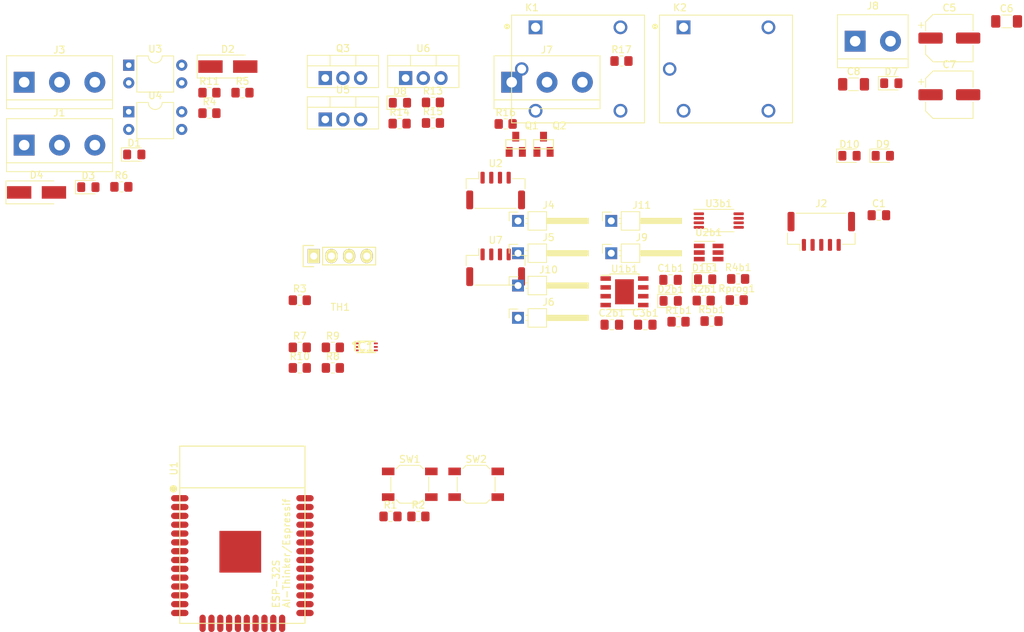
<source format=kicad_pcb>
(kicad_pcb (version 20171130) (host pcbnew "(5.1.12)-1")

  (general
    (thickness 1.6)
    (drawings 0)
    (tracks 0)
    (zones 0)
    (modules 69)
    (nets 51)
  )

  (page A4)
  (layers
    (0 F.Cu signal)
    (31 B.Cu signal)
    (32 B.Adhes user)
    (33 F.Adhes user)
    (34 B.Paste user)
    (35 F.Paste user)
    (36 B.SilkS user)
    (37 F.SilkS user)
    (38 B.Mask user)
    (39 F.Mask user)
    (40 Dwgs.User user)
    (41 Cmts.User user)
    (42 Eco1.User user)
    (43 Eco2.User user)
    (44 Edge.Cuts user)
    (45 Margin user)
    (46 B.CrtYd user)
    (47 F.CrtYd user)
    (48 B.Fab user)
    (49 F.Fab user)
  )

  (setup
    (last_trace_width 0.25)
    (trace_clearance 0.2)
    (zone_clearance 0.508)
    (zone_45_only no)
    (trace_min 0.2)
    (via_size 0.8)
    (via_drill 0.4)
    (via_min_size 0.4)
    (via_min_drill 0.3)
    (uvia_size 0.3)
    (uvia_drill 0.1)
    (uvias_allowed no)
    (uvia_min_size 0.2)
    (uvia_min_drill 0.1)
    (edge_width 0.05)
    (segment_width 0.2)
    (pcb_text_width 0.3)
    (pcb_text_size 1.5 1.5)
    (mod_edge_width 0.12)
    (mod_text_size 1 1)
    (mod_text_width 0.15)
    (pad_size 1.524 1.524)
    (pad_drill 0.762)
    (pad_to_mask_clearance 0)
    (aux_axis_origin 0 0)
    (visible_elements 7FFFFFFF)
    (pcbplotparams
      (layerselection 0x010fc_ffffffff)
      (usegerberextensions false)
      (usegerberattributes true)
      (usegerberadvancedattributes true)
      (creategerberjobfile true)
      (excludeedgelayer true)
      (linewidth 0.100000)
      (plotframeref false)
      (viasonmask false)
      (mode 1)
      (useauxorigin false)
      (hpglpennumber 1)
      (hpglpenspeed 20)
      (hpglpendiameter 15.000000)
      (psnegative false)
      (psa4output false)
      (plotreference true)
      (plotvalue true)
      (plotinvisibletext false)
      (padsonsilk false)
      (subtractmaskfromsilk false)
      (outputformat 1)
      (mirror false)
      (drillshape 1)
      (scaleselection 1)
      (outputdirectory ""))
  )

  (net 0 "")
  (net 1 "Net-(R1-Pad2)")
  (net 2 +3V3)
  (net 3 "Net-(R2-Pad2)")
  (net 4 GND)
  (net 5 "Net-(D1-Pad2)")
  (net 6 /ModulosReles/VCC_source)
  (net 7 "Net-(D3-Pad2)")
  (net 8 "Net-(D8-Pad2)")
  (net 9 /Sheet61A8C81E/GND)
  (net 10 /BH1750/SCL)
  (net 11 "Net-(C1-Pad1)")
  (net 12 /BH1750/SDA)
  (net 13 /BH1750/ADDR)
  (net 14 +5V)
  (net 15 /ModulosReles/NC)
  (net 16 /ModulosReles/C)
  (net 17 /ModulosReles/NO)
  (net 18 "Net-(J7-Pad3)")
  (net 19 "Net-(J7-Pad2)")
  (net 20 /Sheet61A8C81E/5V)
  (net 21 "Net-(C5-Pad1)")
  (net 22 IO4)
  (net 23 "Net-(R4-Pad2)")
  (net 24 "Net-(R5-Pad2)")
  (net 25 "Net-(R6-Pad1)")
  (net 26 "Net-(R11-Pad1)")
  (net 27 /Sheet61A8C81E/3.3V)
  (net 28 /Sheet61A8C81E/12v)
  (net 29 /baterias/IN-)
  (net 30 /baterias/IN+)
  (net 31 /baterias/BAT+)
  (net 32 /baterias/BAT-)
  (net 33 "Net-(C3b1-Pad1)")
  (net 34 "Net-(D2-Pad2)")
  (net 35 "Net-(D4-Pad2)")
  (net 36 "Net-(D7-Pad2)")
  (net 37 "Net-(D9-Pad2)")
  (net 38 "Net-(D10-Pad2)")
  (net 39 "Net-(D10-Pad1)")
  (net 40 "Net-(D1b1-Pad1)")
  (net 41 "Net-(D2b1-Pad1)")
  (net 42 "Net-(Q1-Pad1)")
  (net 43 /ModulosReles/GND)
  (net 44 "Net-(Q2-Pad1)")
  (net 45 "Net-(R1b1-Pad2)")
  (net 46 "Net-(R2b1-Pad2)")
  (net 47 "Net-(R4b1-Pad1)")
  (net 48 "Net-(Rprog1-Pad1)")
  (net 49 "Net-(U2b1-Pad3)")
  (net 50 "Net-(U2b1-Pad1)")

  (net_class Default "This is the default net class."
    (clearance 0.2)
    (trace_width 0.25)
    (via_dia 0.8)
    (via_drill 0.4)
    (uvia_dia 0.3)
    (uvia_drill 0.1)
    (add_net +3V3)
    (add_net +5V)
    (add_net /BH1750/ADDR)
    (add_net /BH1750/SCL)
    (add_net /BH1750/SDA)
    (add_net /ModulosReles/C)
    (add_net /ModulosReles/GND)
    (add_net /ModulosReles/GPIO1)
    (add_net /ModulosReles/GPIO2)
    (add_net /ModulosReles/NC)
    (add_net /ModulosReles/NO)
    (add_net /ModulosReles/VCC_source)
    (add_net /ModulosReles/VESP32)
    (add_net /Sheet61A8C81E/12v)
    (add_net /Sheet61A8C81E/3.3V)
    (add_net /Sheet61A8C81E/5V)
    (add_net /Sheet61A8C81E/GND)
    (add_net /baterias/BAT+)
    (add_net /baterias/BAT-)
    (add_net /baterias/IN+)
    (add_net /baterias/IN-)
    (add_net GND)
    (add_net IO4)
    (add_net "Net-(C1-Pad1)")
    (add_net "Net-(C3b1-Pad1)")
    (add_net "Net-(C5-Pad1)")
    (add_net "Net-(D1-Pad2)")
    (add_net "Net-(D10-Pad1)")
    (add_net "Net-(D10-Pad2)")
    (add_net "Net-(D1b1-Pad1)")
    (add_net "Net-(D2-Pad2)")
    (add_net "Net-(D2b1-Pad1)")
    (add_net "Net-(D3-Pad2)")
    (add_net "Net-(D4-Pad2)")
    (add_net "Net-(D7-Pad2)")
    (add_net "Net-(D8-Pad2)")
    (add_net "Net-(D9-Pad2)")
    (add_net "Net-(J6-Pad1)")
    (add_net "Net-(J7-Pad2)")
    (add_net "Net-(J7-Pad3)")
    (add_net "Net-(Q1-Pad1)")
    (add_net "Net-(Q2-Pad1)")
    (add_net "Net-(R1-Pad2)")
    (add_net "Net-(R11-Pad1)")
    (add_net "Net-(R1b1-Pad2)")
    (add_net "Net-(R2-Pad2)")
    (add_net "Net-(R2b1-Pad2)")
    (add_net "Net-(R4-Pad1)")
    (add_net "Net-(R4-Pad2)")
    (add_net "Net-(R4b1-Pad1)")
    (add_net "Net-(R5-Pad2)")
    (add_net "Net-(R6-Pad1)")
    (add_net "Net-(Rprog1-Pad1)")
    (add_net "Net-(TH1-Pad3)")
    (add_net "Net-(U1-Pad10)")
    (add_net "Net-(U1-Pad11)")
    (add_net "Net-(U1-Pad12)")
    (add_net "Net-(U1-Pad13)")
    (add_net "Net-(U1-Pad14)")
    (add_net "Net-(U1-Pad17)")
    (add_net "Net-(U1-Pad18)")
    (add_net "Net-(U1-Pad19)")
    (add_net "Net-(U1-Pad20)")
    (add_net "Net-(U1-Pad21)")
    (add_net "Net-(U1-Pad22)")
    (add_net "Net-(U1-Pad23)")
    (add_net "Net-(U1-Pad24)")
    (add_net "Net-(U1-Pad27)")
    (add_net "Net-(U1-Pad28)")
    (add_net "Net-(U1-Pad29)")
    (add_net "Net-(U1-Pad30)")
    (add_net "Net-(U1-Pad31)")
    (add_net "Net-(U1-Pad32)")
    (add_net "Net-(U1-Pad33)")
    (add_net "Net-(U1-Pad36)")
    (add_net "Net-(U1-Pad37)")
    (add_net "Net-(U1-Pad38)")
    (add_net "Net-(U1-Pad4)")
    (add_net "Net-(U1-Pad5)")
    (add_net "Net-(U1-Pad6)")
    (add_net "Net-(U1-Pad7)")
    (add_net "Net-(U1-Pad8)")
    (add_net "Net-(U1-Pad9)")
    (add_net "Net-(U2b1-Pad1)")
    (add_net "Net-(U2b1-Pad3)")
    (add_net "Net-(U2b1-Pad4)")
    (add_net "Net-(U3b1-Pad1)")
    (add_net "Net-(U3b1-Pad8)")
  )

  (module Package_SO:TSSOP-8_4.4x3mm_P0.65mm (layer F.Cu) (tedit 5E476F32) (tstamp 61BEE5EA)
    (at 219.905001 60.305001)
    (descr "TSSOP, 8 Pin (JEDEC MO-153 Var AA https://www.jedec.org/document_search?search_api_views_fulltext=MO-153), generated with kicad-footprint-generator ipc_gullwing_generator.py")
    (tags "TSSOP SO")
    (path /61BD2E90/61BFD8A1)
    (attr smd)
    (fp_text reference U3b1 (at 0 -2.45) (layer F.SilkS)
      (effects (font (size 1 1) (thickness 0.15)))
    )
    (fp_text value FS8205A (at 0 2.45) (layer F.Fab)
      (effects (font (size 1 1) (thickness 0.15)))
    )
    (fp_text user %R (at 0 0) (layer F.Fab)
      (effects (font (size 1 1) (thickness 0.15)))
    )
    (fp_line (start 0 1.61) (end 2.2 1.61) (layer F.SilkS) (width 0.12))
    (fp_line (start 0 1.61) (end -2.2 1.61) (layer F.SilkS) (width 0.12))
    (fp_line (start 0 -1.61) (end 2.2 -1.61) (layer F.SilkS) (width 0.12))
    (fp_line (start 0 -1.61) (end -3.6 -1.61) (layer F.SilkS) (width 0.12))
    (fp_line (start -1.45 -1.5) (end 2.2 -1.5) (layer F.Fab) (width 0.1))
    (fp_line (start 2.2 -1.5) (end 2.2 1.5) (layer F.Fab) (width 0.1))
    (fp_line (start 2.2 1.5) (end -2.2 1.5) (layer F.Fab) (width 0.1))
    (fp_line (start -2.2 1.5) (end -2.2 -0.75) (layer F.Fab) (width 0.1))
    (fp_line (start -2.2 -0.75) (end -1.45 -1.5) (layer F.Fab) (width 0.1))
    (fp_line (start -3.85 -1.75) (end -3.85 1.75) (layer F.CrtYd) (width 0.05))
    (fp_line (start -3.85 1.75) (end 3.85 1.75) (layer F.CrtYd) (width 0.05))
    (fp_line (start 3.85 1.75) (end 3.85 -1.75) (layer F.CrtYd) (width 0.05))
    (fp_line (start 3.85 -1.75) (end -3.85 -1.75) (layer F.CrtYd) (width 0.05))
    (pad 8 smd roundrect (at 2.8625 -0.975) (size 1.475 0.4) (layers F.Cu F.Paste F.Mask) (roundrect_rratio 0.25))
    (pad 7 smd roundrect (at 2.8625 -0.325) (size 1.475 0.4) (layers F.Cu F.Paste F.Mask) (roundrect_rratio 0.25)
      (net 29 /baterias/IN-))
    (pad 6 smd roundrect (at 2.8625 0.325) (size 1.475 0.4) (layers F.Cu F.Paste F.Mask) (roundrect_rratio 0.25)
      (net 29 /baterias/IN-))
    (pad 5 smd roundrect (at 2.8625 0.975) (size 1.475 0.4) (layers F.Cu F.Paste F.Mask) (roundrect_rratio 0.25)
      (net 49 "Net-(U2b1-Pad3)"))
    (pad 4 smd roundrect (at -2.8625 0.975) (size 1.475 0.4) (layers F.Cu F.Paste F.Mask) (roundrect_rratio 0.25)
      (net 50 "Net-(U2b1-Pad1)"))
    (pad 3 smd roundrect (at -2.8625 0.325) (size 1.475 0.4) (layers F.Cu F.Paste F.Mask) (roundrect_rratio 0.25)
      (net 32 /baterias/BAT-))
    (pad 2 smd roundrect (at -2.8625 -0.325) (size 1.475 0.4) (layers F.Cu F.Paste F.Mask) (roundrect_rratio 0.25)
      (net 32 /baterias/BAT-))
    (pad 1 smd roundrect (at -2.8625 -0.975) (size 1.475 0.4) (layers F.Cu F.Paste F.Mask) (roundrect_rratio 0.25))
    (model ${KISYS3DMOD}/Package_SO.3dshapes/TSSOP-8_4.4x3mm_P0.65mm.wrl
      (at (xyz 0 0 0))
      (scale (xyz 1 1 1))
      (rotate (xyz 0 0 0))
    )
  )

  (module Package_TO_SOT_SMD:SOT-23-6_Handsoldering (layer F.Cu) (tedit 5A02FF57) (tstamp 61BEE5D0)
    (at 218.455001 64.905001)
    (descr "6-pin SOT-23 package, Handsoldering")
    (tags "SOT-23-6 Handsoldering")
    (path /61BD2E90/61BEECBC)
    (attr smd)
    (fp_text reference U2b1 (at 0 -2.9) (layer F.SilkS)
      (effects (font (size 1 1) (thickness 0.15)))
    )
    (fp_text value DW01 (at 0 2.9) (layer F.Fab)
      (effects (font (size 1 1) (thickness 0.15)))
    )
    (fp_text user %R (at 0 0 90) (layer F.Fab)
      (effects (font (size 0.5 0.5) (thickness 0.075)))
    )
    (fp_line (start -0.9 1.61) (end 0.9 1.61) (layer F.SilkS) (width 0.12))
    (fp_line (start 0.9 -1.61) (end -2.05 -1.61) (layer F.SilkS) (width 0.12))
    (fp_line (start -2.4 1.8) (end -2.4 -1.8) (layer F.CrtYd) (width 0.05))
    (fp_line (start 2.4 1.8) (end -2.4 1.8) (layer F.CrtYd) (width 0.05))
    (fp_line (start 2.4 -1.8) (end 2.4 1.8) (layer F.CrtYd) (width 0.05))
    (fp_line (start -2.4 -1.8) (end 2.4 -1.8) (layer F.CrtYd) (width 0.05))
    (fp_line (start -0.9 -0.9) (end -0.25 -1.55) (layer F.Fab) (width 0.1))
    (fp_line (start 0.9 -1.55) (end -0.25 -1.55) (layer F.Fab) (width 0.1))
    (fp_line (start -0.9 -0.9) (end -0.9 1.55) (layer F.Fab) (width 0.1))
    (fp_line (start 0.9 1.55) (end -0.9 1.55) (layer F.Fab) (width 0.1))
    (fp_line (start 0.9 -1.55) (end 0.9 1.55) (layer F.Fab) (width 0.1))
    (pad 5 smd rect (at 1.35 0) (size 1.56 0.65) (layers F.Cu F.Paste F.Mask)
      (net 33 "Net-(C3b1-Pad1)"))
    (pad 6 smd rect (at 1.35 -0.95) (size 1.56 0.65) (layers F.Cu F.Paste F.Mask)
      (net 32 /baterias/BAT-))
    (pad 4 smd rect (at 1.35 0.95) (size 1.56 0.65) (layers F.Cu F.Paste F.Mask))
    (pad 3 smd rect (at -1.35 0.95) (size 1.56 0.65) (layers F.Cu F.Paste F.Mask)
      (net 49 "Net-(U2b1-Pad3)"))
    (pad 2 smd rect (at -1.35 0) (size 1.56 0.65) (layers F.Cu F.Paste F.Mask)
      (net 47 "Net-(R4b1-Pad1)"))
    (pad 1 smd rect (at -1.35 -0.95) (size 1.56 0.65) (layers F.Cu F.Paste F.Mask)
      (net 50 "Net-(U2b1-Pad1)"))
    (model ${KISYS3DMOD}/Package_TO_SOT_SMD.3dshapes/SOT-23-6.wrl
      (at (xyz 0 0 0))
      (scale (xyz 1 1 1))
      (rotate (xyz 0 0 0))
    )
  )

  (module lib:TP4056_SOP-8-PP (layer F.Cu) (tedit 599E7EEC) (tstamp 61BEE5BA)
    (at 206.355001 70.555001)
    (descr "8-Lead Plastic SOP-8-PP")
    (tags "SSOP 0.50 exposed pad")
    (path /61BD2E90/61BEC739)
    (attr smd)
    (fp_text reference U1b1 (at 0 -3.3) (layer F.SilkS)
      (effects (font (size 1 1) (thickness 0.15)))
    )
    (fp_text value TP4056 (at 0 3.4) (layer F.Fab)
      (effects (font (size 1 1) (thickness 0.15)))
    )
    (fp_text user %R (at 0 0) (layer F.Fab)
      (effects (font (size 1 1) (thickness 0.15)))
    )
    (fp_line (start -0.95 -2.45) (end 1.95 -2.45) (layer F.Fab) (width 0.15))
    (fp_line (start 1.95 -2.45) (end 1.95 2.45) (layer F.Fab) (width 0.15))
    (fp_line (start 1.95 2.45) (end -1.95 2.45) (layer F.Fab) (width 0.15))
    (fp_line (start -1.95 2.45) (end -1.95 -1.45) (layer F.Fab) (width 0.15))
    (fp_line (start -1.95 -1.45) (end -0.95 -2.45) (layer F.Fab) (width 0.15))
    (fp_line (start -3.7 -2.7) (end -3.7 2.7) (layer F.CrtYd) (width 0.05))
    (fp_line (start 3.7 -2.7) (end 3.7 2.7) (layer F.CrtYd) (width 0.05))
    (fp_line (start -3.7 -2.7) (end 3.7 -2.7) (layer F.CrtYd) (width 0.05))
    (fp_line (start -3.7 2.7) (end 3.7 2.7) (layer F.CrtYd) (width 0.05))
    (fp_line (start -2.075 -2.575) (end -2.075 -2.375) (layer F.SilkS) (width 0.15))
    (fp_line (start 2.075 -2.575) (end 2.075 -2.375) (layer F.SilkS) (width 0.15))
    (fp_line (start 2.075 2.575) (end 2.075 2.375) (layer F.SilkS) (width 0.15))
    (fp_line (start -2.075 2.575) (end -2.075 2.375) (layer F.SilkS) (width 0.15))
    (fp_line (start -2.075 -2.575) (end 2.075 -2.575) (layer F.SilkS) (width 0.15))
    (fp_line (start -2.075 2.575) (end 2.075 2.575) (layer F.SilkS) (width 0.15))
    (fp_line (start -2.075 -2.375) (end -3.375 -2.375) (layer F.SilkS) (width 0.15))
    (pad 9 smd rect (at 0 0) (size 2.7 3.6) (layers F.Cu F.Paste F.Mask)
      (net 30 /baterias/IN+))
    (pad 8 smd rect (at 2.7 -1.905) (size 1.5 0.65) (layers F.Cu F.Paste F.Mask)
      (net 30 /baterias/IN+))
    (pad 7 smd rect (at 2.7 -0.635) (size 1.5 0.65) (layers F.Cu F.Paste F.Mask)
      (net 45 "Net-(R1b1-Pad2)"))
    (pad 6 smd rect (at 2.7 0.635) (size 1.5 0.65) (layers F.Cu F.Paste F.Mask)
      (net 46 "Net-(R2b1-Pad2)"))
    (pad 5 smd rect (at 2.7 1.905) (size 1.5 0.65) (layers F.Cu F.Paste F.Mask)
      (net 31 /baterias/BAT+))
    (pad 4 smd rect (at -2.7 1.905) (size 1.5 0.65) (layers F.Cu F.Paste F.Mask)
      (net 30 /baterias/IN+))
    (pad 3 smd rect (at -2.7 0.635) (size 1.5 0.65) (layers F.Cu F.Paste F.Mask)
      (net 29 /baterias/IN-))
    (pad 2 smd rect (at -2.7 -0.635) (size 1.5 0.65) (layers F.Cu F.Paste F.Mask)
      (net 48 "Net-(Rprog1-Pad1)"))
    (pad 1 smd rect (at -2.7 -1.905) (size 1.5 0.65) (layers F.Cu F.Paste F.Mask)
      (net 29 /baterias/IN-))
    (model ${KISYS3DMOD}/Housings_SOIC.3dshapes/Diodes_PSOP-8.wrl
      (at (xyz 0 0 0))
      (scale (xyz 1 1 1))
      (rotate (xyz 0 0 0))
    )
    (model Housings_SOIC.3dshapes/SOIC-8_3.9x4.9mm_Pitch1.27mm.wrl
      (at (xyz 0 0 0))
      (scale (xyz 1 1 1))
      (rotate (xyz 0 0 0))
    )
  )

  (module Resistor_SMD:R_0805_2012Metric_Pad1.20x1.40mm_HandSolder (layer F.Cu) (tedit 5F68FEEE) (tstamp 61BEE2FE)
    (at 222.495001 71.745001)
    (descr "Resistor SMD 0805 (2012 Metric), square (rectangular) end terminal, IPC_7351 nominal with elongated pad for handsoldering. (Body size source: IPC-SM-782 page 72, https://www.pcb-3d.com/wordpress/wp-content/uploads/ipc-sm-782a_amendment_1_and_2.pdf), generated with kicad-footprint-generator")
    (tags "resistor handsolder")
    (path /61BD2E90/61BF7C95)
    (attr smd)
    (fp_text reference Rprog1 (at 0 -1.65) (layer F.SilkS)
      (effects (font (size 1 1) (thickness 0.15)))
    )
    (fp_text value 10k (at 0 1.65) (layer F.Fab)
      (effects (font (size 1 1) (thickness 0.15)))
    )
    (fp_text user %R (at 0 0) (layer F.Fab)
      (effects (font (size 0.5 0.5) (thickness 0.08)))
    )
    (fp_line (start -1 0.625) (end -1 -0.625) (layer F.Fab) (width 0.1))
    (fp_line (start -1 -0.625) (end 1 -0.625) (layer F.Fab) (width 0.1))
    (fp_line (start 1 -0.625) (end 1 0.625) (layer F.Fab) (width 0.1))
    (fp_line (start 1 0.625) (end -1 0.625) (layer F.Fab) (width 0.1))
    (fp_line (start -0.227064 -0.735) (end 0.227064 -0.735) (layer F.SilkS) (width 0.12))
    (fp_line (start -0.227064 0.735) (end 0.227064 0.735) (layer F.SilkS) (width 0.12))
    (fp_line (start -1.85 0.95) (end -1.85 -0.95) (layer F.CrtYd) (width 0.05))
    (fp_line (start -1.85 -0.95) (end 1.85 -0.95) (layer F.CrtYd) (width 0.05))
    (fp_line (start 1.85 -0.95) (end 1.85 0.95) (layer F.CrtYd) (width 0.05))
    (fp_line (start 1.85 0.95) (end -1.85 0.95) (layer F.CrtYd) (width 0.05))
    (pad 2 smd roundrect (at 1 0) (size 1.2 1.4) (layers F.Cu F.Paste F.Mask) (roundrect_rratio 0.208333)
      (net 29 /baterias/IN-))
    (pad 1 smd roundrect (at -1 0) (size 1.2 1.4) (layers F.Cu F.Paste F.Mask) (roundrect_rratio 0.208333)
      (net 48 "Net-(Rprog1-Pad1)"))
    (model ${KISYS3DMOD}/Resistor_SMD.3dshapes/R_0805_2012Metric.wrl
      (at (xyz 0 0 0))
      (scale (xyz 1 1 1))
      (rotate (xyz 0 0 0))
    )
  )

  (module Resistor_SMD:R_0805_2012Metric_Pad1.20x1.40mm_HandSolder (layer F.Cu) (tedit 5F68FEEE) (tstamp 61BEE2ED)
    (at 218.875001 74.765001)
    (descr "Resistor SMD 0805 (2012 Metric), square (rectangular) end terminal, IPC_7351 nominal with elongated pad for handsoldering. (Body size source: IPC-SM-782 page 72, https://www.pcb-3d.com/wordpress/wp-content/uploads/ipc-sm-782a_amendment_1_and_2.pdf), generated with kicad-footprint-generator")
    (tags "resistor handsolder")
    (path /61BD2E90/61C0060E)
    (attr smd)
    (fp_text reference R5b1 (at 0 -1.65) (layer F.SilkS)
      (effects (font (size 1 1) (thickness 0.15)))
    )
    (fp_text value 100 (at 0 1.65) (layer F.Fab)
      (effects (font (size 1 1) (thickness 0.15)))
    )
    (fp_text user %R (at 0 0) (layer F.Fab)
      (effects (font (size 0.5 0.5) (thickness 0.08)))
    )
    (fp_line (start -1 0.625) (end -1 -0.625) (layer F.Fab) (width 0.1))
    (fp_line (start -1 -0.625) (end 1 -0.625) (layer F.Fab) (width 0.1))
    (fp_line (start 1 -0.625) (end 1 0.625) (layer F.Fab) (width 0.1))
    (fp_line (start 1 0.625) (end -1 0.625) (layer F.Fab) (width 0.1))
    (fp_line (start -0.227064 -0.735) (end 0.227064 -0.735) (layer F.SilkS) (width 0.12))
    (fp_line (start -0.227064 0.735) (end 0.227064 0.735) (layer F.SilkS) (width 0.12))
    (fp_line (start -1.85 0.95) (end -1.85 -0.95) (layer F.CrtYd) (width 0.05))
    (fp_line (start -1.85 -0.95) (end 1.85 -0.95) (layer F.CrtYd) (width 0.05))
    (fp_line (start 1.85 -0.95) (end 1.85 0.95) (layer F.CrtYd) (width 0.05))
    (fp_line (start 1.85 0.95) (end -1.85 0.95) (layer F.CrtYd) (width 0.05))
    (pad 2 smd roundrect (at 1 0) (size 1.2 1.4) (layers F.Cu F.Paste F.Mask) (roundrect_rratio 0.208333)
      (net 31 /baterias/BAT+))
    (pad 1 smd roundrect (at -1 0) (size 1.2 1.4) (layers F.Cu F.Paste F.Mask) (roundrect_rratio 0.208333)
      (net 33 "Net-(C3b1-Pad1)"))
    (model ${KISYS3DMOD}/Resistor_SMD.3dshapes/R_0805_2012Metric.wrl
      (at (xyz 0 0 0))
      (scale (xyz 1 1 1))
      (rotate (xyz 0 0 0))
    )
  )

  (module Resistor_SMD:R_0805_2012Metric_Pad1.20x1.40mm_HandSolder (layer F.Cu) (tedit 5F68FEEE) (tstamp 61BEE2DC)
    (at 222.695001 68.705001)
    (descr "Resistor SMD 0805 (2012 Metric), square (rectangular) end terminal, IPC_7351 nominal with elongated pad for handsoldering. (Body size source: IPC-SM-782 page 72, https://www.pcb-3d.com/wordpress/wp-content/uploads/ipc-sm-782a_amendment_1_and_2.pdf), generated with kicad-footprint-generator")
    (tags "resistor handsolder")
    (path /61BD2E90/61C01305)
    (attr smd)
    (fp_text reference R4b1 (at 0 -1.65) (layer F.SilkS)
      (effects (font (size 1 1) (thickness 0.15)))
    )
    (fp_text value 1k (at 0 1.65) (layer F.Fab)
      (effects (font (size 1 1) (thickness 0.15)))
    )
    (fp_text user %R (at 0 0) (layer F.Fab)
      (effects (font (size 0.5 0.5) (thickness 0.08)))
    )
    (fp_line (start -1 0.625) (end -1 -0.625) (layer F.Fab) (width 0.1))
    (fp_line (start -1 -0.625) (end 1 -0.625) (layer F.Fab) (width 0.1))
    (fp_line (start 1 -0.625) (end 1 0.625) (layer F.Fab) (width 0.1))
    (fp_line (start 1 0.625) (end -1 0.625) (layer F.Fab) (width 0.1))
    (fp_line (start -0.227064 -0.735) (end 0.227064 -0.735) (layer F.SilkS) (width 0.12))
    (fp_line (start -0.227064 0.735) (end 0.227064 0.735) (layer F.SilkS) (width 0.12))
    (fp_line (start -1.85 0.95) (end -1.85 -0.95) (layer F.CrtYd) (width 0.05))
    (fp_line (start -1.85 -0.95) (end 1.85 -0.95) (layer F.CrtYd) (width 0.05))
    (fp_line (start 1.85 -0.95) (end 1.85 0.95) (layer F.CrtYd) (width 0.05))
    (fp_line (start 1.85 0.95) (end -1.85 0.95) (layer F.CrtYd) (width 0.05))
    (pad 2 smd roundrect (at 1 0) (size 1.2 1.4) (layers F.Cu F.Paste F.Mask) (roundrect_rratio 0.208333)
      (net 29 /baterias/IN-))
    (pad 1 smd roundrect (at -1 0) (size 1.2 1.4) (layers F.Cu F.Paste F.Mask) (roundrect_rratio 0.208333)
      (net 47 "Net-(R4b1-Pad1)"))
    (model ${KISYS3DMOD}/Resistor_SMD.3dshapes/R_0805_2012Metric.wrl
      (at (xyz 0 0 0))
      (scale (xyz 1 1 1))
      (rotate (xyz 0 0 0))
    )
  )

  (module Resistor_SMD:R_0805_2012Metric_Pad1.20x1.40mm_HandSolder (layer F.Cu) (tedit 5F68FEEE) (tstamp 61BEE2CB)
    (at 217.745001 71.815001)
    (descr "Resistor SMD 0805 (2012 Metric), square (rectangular) end terminal, IPC_7351 nominal with elongated pad for handsoldering. (Body size source: IPC-SM-782 page 72, https://www.pcb-3d.com/wordpress/wp-content/uploads/ipc-sm-782a_amendment_1_and_2.pdf), generated with kicad-footprint-generator")
    (tags "resistor handsolder")
    (path /61BD2E90/61BF46D6)
    (attr smd)
    (fp_text reference R2b1 (at 0 -1.65) (layer F.SilkS)
      (effects (font (size 1 1) (thickness 0.15)))
    )
    (fp_text value 1k (at 0 1.65) (layer F.Fab)
      (effects (font (size 1 1) (thickness 0.15)))
    )
    (fp_text user %R (at 0 0) (layer F.Fab)
      (effects (font (size 0.5 0.5) (thickness 0.08)))
    )
    (fp_line (start -1 0.625) (end -1 -0.625) (layer F.Fab) (width 0.1))
    (fp_line (start -1 -0.625) (end 1 -0.625) (layer F.Fab) (width 0.1))
    (fp_line (start 1 -0.625) (end 1 0.625) (layer F.Fab) (width 0.1))
    (fp_line (start 1 0.625) (end -1 0.625) (layer F.Fab) (width 0.1))
    (fp_line (start -0.227064 -0.735) (end 0.227064 -0.735) (layer F.SilkS) (width 0.12))
    (fp_line (start -0.227064 0.735) (end 0.227064 0.735) (layer F.SilkS) (width 0.12))
    (fp_line (start -1.85 0.95) (end -1.85 -0.95) (layer F.CrtYd) (width 0.05))
    (fp_line (start -1.85 -0.95) (end 1.85 -0.95) (layer F.CrtYd) (width 0.05))
    (fp_line (start 1.85 -0.95) (end 1.85 0.95) (layer F.CrtYd) (width 0.05))
    (fp_line (start 1.85 0.95) (end -1.85 0.95) (layer F.CrtYd) (width 0.05))
    (pad 2 smd roundrect (at 1 0) (size 1.2 1.4) (layers F.Cu F.Paste F.Mask) (roundrect_rratio 0.208333)
      (net 46 "Net-(R2b1-Pad2)"))
    (pad 1 smd roundrect (at -1 0) (size 1.2 1.4) (layers F.Cu F.Paste F.Mask) (roundrect_rratio 0.208333)
      (net 41 "Net-(D2b1-Pad1)"))
    (model ${KISYS3DMOD}/Resistor_SMD.3dshapes/R_0805_2012Metric.wrl
      (at (xyz 0 0 0))
      (scale (xyz 1 1 1))
      (rotate (xyz 0 0 0))
    )
  )

  (module Resistor_SMD:R_0805_2012Metric_Pad1.20x1.40mm_HandSolder (layer F.Cu) (tedit 5F68FEEE) (tstamp 61BEE2BA)
    (at 214.125001 74.855001)
    (descr "Resistor SMD 0805 (2012 Metric), square (rectangular) end terminal, IPC_7351 nominal with elongated pad for handsoldering. (Body size source: IPC-SM-782 page 72, https://www.pcb-3d.com/wordpress/wp-content/uploads/ipc-sm-782a_amendment_1_and_2.pdf), generated with kicad-footprint-generator")
    (tags "resistor handsolder")
    (path /61BD2E90/61BEFC3B)
    (attr smd)
    (fp_text reference R1b1 (at 0 -1.65) (layer F.SilkS)
      (effects (font (size 1 1) (thickness 0.15)))
    )
    (fp_text value 1k (at 0 1.65) (layer F.Fab)
      (effects (font (size 1 1) (thickness 0.15)))
    )
    (fp_text user %R (at 0 0) (layer F.Fab)
      (effects (font (size 0.5 0.5) (thickness 0.08)))
    )
    (fp_line (start -1 0.625) (end -1 -0.625) (layer F.Fab) (width 0.1))
    (fp_line (start -1 -0.625) (end 1 -0.625) (layer F.Fab) (width 0.1))
    (fp_line (start 1 -0.625) (end 1 0.625) (layer F.Fab) (width 0.1))
    (fp_line (start 1 0.625) (end -1 0.625) (layer F.Fab) (width 0.1))
    (fp_line (start -0.227064 -0.735) (end 0.227064 -0.735) (layer F.SilkS) (width 0.12))
    (fp_line (start -0.227064 0.735) (end 0.227064 0.735) (layer F.SilkS) (width 0.12))
    (fp_line (start -1.85 0.95) (end -1.85 -0.95) (layer F.CrtYd) (width 0.05))
    (fp_line (start -1.85 -0.95) (end 1.85 -0.95) (layer F.CrtYd) (width 0.05))
    (fp_line (start 1.85 -0.95) (end 1.85 0.95) (layer F.CrtYd) (width 0.05))
    (fp_line (start 1.85 0.95) (end -1.85 0.95) (layer F.CrtYd) (width 0.05))
    (pad 2 smd roundrect (at 1 0) (size 1.2 1.4) (layers F.Cu F.Paste F.Mask) (roundrect_rratio 0.208333)
      (net 45 "Net-(R1b1-Pad2)"))
    (pad 1 smd roundrect (at -1 0) (size 1.2 1.4) (layers F.Cu F.Paste F.Mask) (roundrect_rratio 0.208333)
      (net 40 "Net-(D1b1-Pad1)"))
    (model ${KISYS3DMOD}/Resistor_SMD.3dshapes/R_0805_2012Metric.wrl
      (at (xyz 0 0 0))
      (scale (xyz 1 1 1))
      (rotate (xyz 0 0 0))
    )
  )

  (module ModuloRele:SOT23 (layer F.Cu) (tedit 61A807AA) (tstamp 61BEE077)
    (at 194.718601 49.33)
    (descr <b>SOT-23</b>)
    (path /61A61E97/61A9BBCC)
    (fp_text reference Q2 (at 2.287532 -2.668785) (layer F.SilkS)
      (effects (font (size 1.000669 1.000669) (thickness 0.15)))
    )
    (fp_text value MMBT2222A (at 0.254125 3.367285) (layer F.Fab)
      (effects (font (size 1.000528 1.000528) (thickness 0.15)))
    )
    (fp_line (start 1.4224 -0.6604) (end 1.4224 0.6604) (layer F.SilkS) (width 0.1524))
    (fp_line (start 1.4224 0.6604) (end -1.4224 0.6604) (layer F.SilkS) (width 0.1524))
    (fp_line (start -1.4224 0.6604) (end -1.4224 -0.6604) (layer F.SilkS) (width 0.1524))
    (fp_line (start -1.4224 -0.6604) (end 1.4224 -0.6604) (layer F.SilkS) (width 0.1524))
    (fp_poly (pts (xy -0.228653 -1.2954) (xy 0.2286 -1.2954) (xy 0.2286 -0.711365) (xy -0.228653 -0.711365)) (layer F.Fab) (width 0.01))
    (fp_poly (pts (xy 0.711973 0.7112) (xy 1.1684 0.7112) (xy 1.1684 1.29681) (xy 0.711973 1.29681)) (layer F.Fab) (width 0.01))
    (fp_poly (pts (xy -1.17052 0.7112) (xy -0.7112 0.7112) (xy -0.7112 1.29775) (xy -1.17052 1.29775)) (layer F.Fab) (width 0.01))
    (pad 1 smd rect (at -0.95 1.1) (size 1 1.4) (layers F.Cu F.Paste F.Mask)
      (net 44 "Net-(Q2-Pad1)"))
    (pad 2 smd rect (at 0.95 1.1) (size 1 1.4) (layers F.Cu F.Paste F.Mask)
      (net 43 /ModulosReles/GND))
    (pad 3 smd rect (at 0 -1.1) (size 1 1.4) (layers F.Cu F.Paste F.Mask)
      (net 35 "Net-(D4-Pad2)"))
  )

  (module ModuloRele:SOT23 (layer F.Cu) (tedit 61A807AA) (tstamp 61BEE069)
    (at 190.728601 49.33)
    (descr <b>SOT-23</b>)
    (path /61A61E97/61A825BF)
    (fp_text reference Q1 (at 2.287532 -2.668785) (layer F.SilkS)
      (effects (font (size 1.000669 1.000669) (thickness 0.15)))
    )
    (fp_text value MMBT2222A (at 0.254125 3.367285) (layer F.Fab)
      (effects (font (size 1.000528 1.000528) (thickness 0.15)))
    )
    (fp_line (start 1.4224 -0.6604) (end 1.4224 0.6604) (layer F.SilkS) (width 0.1524))
    (fp_line (start 1.4224 0.6604) (end -1.4224 0.6604) (layer F.SilkS) (width 0.1524))
    (fp_line (start -1.4224 0.6604) (end -1.4224 -0.6604) (layer F.SilkS) (width 0.1524))
    (fp_line (start -1.4224 -0.6604) (end 1.4224 -0.6604) (layer F.SilkS) (width 0.1524))
    (fp_poly (pts (xy -0.228653 -1.2954) (xy 0.2286 -1.2954) (xy 0.2286 -0.711365) (xy -0.228653 -0.711365)) (layer F.Fab) (width 0.01))
    (fp_poly (pts (xy 0.711973 0.7112) (xy 1.1684 0.7112) (xy 1.1684 1.29681) (xy 0.711973 1.29681)) (layer F.Fab) (width 0.01))
    (fp_poly (pts (xy -1.17052 0.7112) (xy -0.7112 0.7112) (xy -0.7112 1.29775) (xy -1.17052 1.29775)) (layer F.Fab) (width 0.01))
    (pad 1 smd rect (at -0.95 1.1) (size 1 1.4) (layers F.Cu F.Paste F.Mask)
      (net 42 "Net-(Q1-Pad1)"))
    (pad 2 smd rect (at 0.95 1.1) (size 1 1.4) (layers F.Cu F.Paste F.Mask)
      (net 43 /ModulosReles/GND))
    (pad 3 smd rect (at 0 -1.1) (size 1 1.4) (layers F.Cu F.Paste F.Mask)
      (net 34 "Net-(D2-Pad2)"))
  )

  (module ModuloRele:RELAY_SRD-05VDC-SL-C (layer F.Cu) (tedit 61A80ACD) (tstamp 61BEE05B)
    (at 220.950001 38.505001)
    (path /61A61E97/61A9BBD4)
    (fp_text reference K2 (at -6.62563 -8.83584) (layer F.SilkS)
      (effects (font (size 1.000094 1.000094) (thickness 0.15)))
    )
    (fp_text value SRD-05VDC-SL-C (at 2.90086 8.667695) (layer F.Fab)
      (effects (font (size 1.000307 1.000307) (thickness 0.15)))
    )
    (fp_line (start -9.55 7.75) (end -9.55 -7.75) (layer F.SilkS) (width 0.127))
    (fp_line (start -9.55 -7.75) (end 9.55 -7.75) (layer F.SilkS) (width 0.127))
    (fp_line (start 9.55 -7.75) (end 9.55 7.75) (layer F.SilkS) (width 0.127))
    (fp_line (start 9.55 7.75) (end -9.55 7.75) (layer F.SilkS) (width 0.127))
    (fp_line (start -9.55 7.75) (end -9.55 -7.75) (layer F.Fab) (width 0.127))
    (fp_line (start -9.55 -7.75) (end 9.55 -7.75) (layer F.Fab) (width 0.127))
    (fp_line (start 9.55 -7.75) (end 9.55 7.75) (layer F.Fab) (width 0.127))
    (fp_line (start 9.55 7.75) (end -9.55 7.75) (layer F.Fab) (width 0.127))
    (fp_line (start -9.8 8) (end -9.8 -8) (layer F.CrtYd) (width 0.05))
    (fp_line (start -9.8 -8) (end 9.8 -8) (layer F.CrtYd) (width 0.05))
    (fp_line (start 9.8 -8) (end 9.8 8) (layer F.CrtYd) (width 0.05))
    (fp_line (start 9.8 8) (end -9.8 8) (layer F.CrtYd) (width 0.05))
    (fp_circle (center -10.2 -6.119) (end -10.1 -6.119) (layer F.SilkS) (width 0.3))
    (pad NC thru_hole circle (at 6.1 -6) (size 1.98 1.98) (drill 1.32) (layers *.Cu *.Mask)
      (net 15 /ModulosReles/NC))
    (pad NO thru_hole circle (at 6.1 6) (size 1.98 1.98) (drill 1.32) (layers *.Cu *.Mask)
      (net 17 /ModulosReles/NO))
    (pad A2 thru_hole circle (at -6.1 6) (size 1.98 1.98) (drill 1.32) (layers *.Cu *.Mask)
      (net 35 "Net-(D4-Pad2)"))
    (pad COM thru_hole circle (at -8.1 0) (size 1.935 1.935) (drill 1.29) (layers *.Cu *.Mask)
      (net 16 /ModulosReles/C))
    (pad A1 thru_hole rect (at -6.1 -6) (size 1.98 1.98) (drill 1.32) (layers *.Cu *.Mask)
      (net 6 /ModulosReles/VCC_source))
  )

  (module ModuloRele:RELAY_SRD-05VDC-SL-C (layer F.Cu) (tedit 61A80ACD) (tstamp 61BEE045)
    (at 199.680001 38.505001)
    (path /61A61E97/61A82FC5)
    (fp_text reference K1 (at -6.62563 -8.83584) (layer F.SilkS)
      (effects (font (size 1.000094 1.000094) (thickness 0.15)))
    )
    (fp_text value SRD-05VDC-SL-C (at 2.90086 8.667695) (layer F.Fab)
      (effects (font (size 1.000307 1.000307) (thickness 0.15)))
    )
    (fp_line (start -9.55 7.75) (end -9.55 -7.75) (layer F.SilkS) (width 0.127))
    (fp_line (start -9.55 -7.75) (end 9.55 -7.75) (layer F.SilkS) (width 0.127))
    (fp_line (start 9.55 -7.75) (end 9.55 7.75) (layer F.SilkS) (width 0.127))
    (fp_line (start 9.55 7.75) (end -9.55 7.75) (layer F.SilkS) (width 0.127))
    (fp_line (start -9.55 7.75) (end -9.55 -7.75) (layer F.Fab) (width 0.127))
    (fp_line (start -9.55 -7.75) (end 9.55 -7.75) (layer F.Fab) (width 0.127))
    (fp_line (start 9.55 -7.75) (end 9.55 7.75) (layer F.Fab) (width 0.127))
    (fp_line (start 9.55 7.75) (end -9.55 7.75) (layer F.Fab) (width 0.127))
    (fp_line (start -9.8 8) (end -9.8 -8) (layer F.CrtYd) (width 0.05))
    (fp_line (start -9.8 -8) (end 9.8 -8) (layer F.CrtYd) (width 0.05))
    (fp_line (start 9.8 -8) (end 9.8 8) (layer F.CrtYd) (width 0.05))
    (fp_line (start 9.8 8) (end -9.8 8) (layer F.CrtYd) (width 0.05))
    (fp_circle (center -10.2 -6.119) (end -10.1 -6.119) (layer F.SilkS) (width 0.3))
    (pad NC thru_hole circle (at 6.1 -6) (size 1.98 1.98) (drill 1.32) (layers *.Cu *.Mask)
      (net 15 /ModulosReles/NC))
    (pad NO thru_hole circle (at 6.1 6) (size 1.98 1.98) (drill 1.32) (layers *.Cu *.Mask)
      (net 17 /ModulosReles/NO))
    (pad A2 thru_hole circle (at -6.1 6) (size 1.98 1.98) (drill 1.32) (layers *.Cu *.Mask)
      (net 34 "Net-(D2-Pad2)"))
    (pad COM thru_hole circle (at -8.1 0) (size 1.935 1.935) (drill 1.29) (layers *.Cu *.Mask)
      (net 16 /ModulosReles/C))
    (pad A1 thru_hole rect (at -6.1 -6) (size 1.98 1.98) (drill 1.32) (layers *.Cu *.Mask)
      (net 6 /ModulosReles/VCC_source))
  )

  (module Connector_PinHeader_2.54mm:PinHeader_1x01_P2.54mm_Horizontal (layer F.Cu) (tedit 59FED5CB) (tstamp 61BEE02F)
    (at 204.455001 60.355001)
    (descr "Through hole angled pin header, 1x01, 2.54mm pitch, 6mm pin length, single row")
    (tags "Through hole angled pin header THT 1x01 2.54mm single row")
    (path /61BD2E90/61BF10AC)
    (fp_text reference J11 (at 4.385 -2.27) (layer F.SilkS)
      (effects (font (size 1 1) (thickness 0.15)))
    )
    (fp_text value CONN_in- (at 4.385 2.27) (layer F.Fab)
      (effects (font (size 1 1) (thickness 0.15)))
    )
    (fp_text user %R (at 2.77 0 90) (layer F.Fab)
      (effects (font (size 1 1) (thickness 0.15)))
    )
    (fp_line (start 2.135 -1.27) (end 4.04 -1.27) (layer F.Fab) (width 0.1))
    (fp_line (start 4.04 -1.27) (end 4.04 1.27) (layer F.Fab) (width 0.1))
    (fp_line (start 4.04 1.27) (end 1.5 1.27) (layer F.Fab) (width 0.1))
    (fp_line (start 1.5 1.27) (end 1.5 -0.635) (layer F.Fab) (width 0.1))
    (fp_line (start 1.5 -0.635) (end 2.135 -1.27) (layer F.Fab) (width 0.1))
    (fp_line (start -0.32 -0.32) (end 1.5 -0.32) (layer F.Fab) (width 0.1))
    (fp_line (start -0.32 -0.32) (end -0.32 0.32) (layer F.Fab) (width 0.1))
    (fp_line (start -0.32 0.32) (end 1.5 0.32) (layer F.Fab) (width 0.1))
    (fp_line (start 4.04 -0.32) (end 10.04 -0.32) (layer F.Fab) (width 0.1))
    (fp_line (start 10.04 -0.32) (end 10.04 0.32) (layer F.Fab) (width 0.1))
    (fp_line (start 4.04 0.32) (end 10.04 0.32) (layer F.Fab) (width 0.1))
    (fp_line (start 1.44 -1.33) (end 1.44 1.33) (layer F.SilkS) (width 0.12))
    (fp_line (start 1.44 1.33) (end 4.1 1.33) (layer F.SilkS) (width 0.12))
    (fp_line (start 4.1 1.33) (end 4.1 -1.33) (layer F.SilkS) (width 0.12))
    (fp_line (start 4.1 -1.33) (end 1.44 -1.33) (layer F.SilkS) (width 0.12))
    (fp_line (start 4.1 -0.38) (end 10.1 -0.38) (layer F.SilkS) (width 0.12))
    (fp_line (start 10.1 -0.38) (end 10.1 0.38) (layer F.SilkS) (width 0.12))
    (fp_line (start 10.1 0.38) (end 4.1 0.38) (layer F.SilkS) (width 0.12))
    (fp_line (start 4.1 -0.32) (end 10.1 -0.32) (layer F.SilkS) (width 0.12))
    (fp_line (start 4.1 -0.2) (end 10.1 -0.2) (layer F.SilkS) (width 0.12))
    (fp_line (start 4.1 -0.08) (end 10.1 -0.08) (layer F.SilkS) (width 0.12))
    (fp_line (start 4.1 0.04) (end 10.1 0.04) (layer F.SilkS) (width 0.12))
    (fp_line (start 4.1 0.16) (end 10.1 0.16) (layer F.SilkS) (width 0.12))
    (fp_line (start 4.1 0.28) (end 10.1 0.28) (layer F.SilkS) (width 0.12))
    (fp_line (start 1.11 -0.38) (end 1.44 -0.38) (layer F.SilkS) (width 0.12))
    (fp_line (start 1.11 0.38) (end 1.44 0.38) (layer F.SilkS) (width 0.12))
    (fp_line (start -1.27 0) (end -1.27 -1.27) (layer F.SilkS) (width 0.12))
    (fp_line (start -1.27 -1.27) (end 0 -1.27) (layer F.SilkS) (width 0.12))
    (fp_line (start -1.8 -1.8) (end -1.8 1.8) (layer F.CrtYd) (width 0.05))
    (fp_line (start -1.8 1.8) (end 10.55 1.8) (layer F.CrtYd) (width 0.05))
    (fp_line (start 10.55 1.8) (end 10.55 -1.8) (layer F.CrtYd) (width 0.05))
    (fp_line (start 10.55 -1.8) (end -1.8 -1.8) (layer F.CrtYd) (width 0.05))
    (pad 1 thru_hole rect (at 0 0) (size 1.7 1.7) (drill 1) (layers *.Cu *.Mask)
      (net 29 /baterias/IN-))
    (model ${KISYS3DMOD}/Connector_PinHeader_2.54mm.3dshapes/PinHeader_1x01_P2.54mm_Horizontal.wrl
      (at (xyz 0 0 0))
      (scale (xyz 1 1 1))
      (rotate (xyz 0 0 0))
    )
  )

  (module Connector_PinHeader_2.54mm:PinHeader_1x01_P2.54mm_Horizontal (layer F.Cu) (tedit 59FED5CB) (tstamp 61BEE009)
    (at 191.055001 69.655001)
    (descr "Through hole angled pin header, 1x01, 2.54mm pitch, 6mm pin length, single row")
    (tags "Through hole angled pin header THT 1x01 2.54mm single row")
    (path /61BD2E90/61BEE822)
    (fp_text reference J10 (at 4.385 -2.27) (layer F.SilkS)
      (effects (font (size 1 1) (thickness 0.15)))
    )
    (fp_text value CONN_in+ (at 4.385 2.27) (layer F.Fab)
      (effects (font (size 1 1) (thickness 0.15)))
    )
    (fp_text user %R (at 2.77 0 90) (layer F.Fab)
      (effects (font (size 1 1) (thickness 0.15)))
    )
    (fp_line (start 2.135 -1.27) (end 4.04 -1.27) (layer F.Fab) (width 0.1))
    (fp_line (start 4.04 -1.27) (end 4.04 1.27) (layer F.Fab) (width 0.1))
    (fp_line (start 4.04 1.27) (end 1.5 1.27) (layer F.Fab) (width 0.1))
    (fp_line (start 1.5 1.27) (end 1.5 -0.635) (layer F.Fab) (width 0.1))
    (fp_line (start 1.5 -0.635) (end 2.135 -1.27) (layer F.Fab) (width 0.1))
    (fp_line (start -0.32 -0.32) (end 1.5 -0.32) (layer F.Fab) (width 0.1))
    (fp_line (start -0.32 -0.32) (end -0.32 0.32) (layer F.Fab) (width 0.1))
    (fp_line (start -0.32 0.32) (end 1.5 0.32) (layer F.Fab) (width 0.1))
    (fp_line (start 4.04 -0.32) (end 10.04 -0.32) (layer F.Fab) (width 0.1))
    (fp_line (start 10.04 -0.32) (end 10.04 0.32) (layer F.Fab) (width 0.1))
    (fp_line (start 4.04 0.32) (end 10.04 0.32) (layer F.Fab) (width 0.1))
    (fp_line (start 1.44 -1.33) (end 1.44 1.33) (layer F.SilkS) (width 0.12))
    (fp_line (start 1.44 1.33) (end 4.1 1.33) (layer F.SilkS) (width 0.12))
    (fp_line (start 4.1 1.33) (end 4.1 -1.33) (layer F.SilkS) (width 0.12))
    (fp_line (start 4.1 -1.33) (end 1.44 -1.33) (layer F.SilkS) (width 0.12))
    (fp_line (start 4.1 -0.38) (end 10.1 -0.38) (layer F.SilkS) (width 0.12))
    (fp_line (start 10.1 -0.38) (end 10.1 0.38) (layer F.SilkS) (width 0.12))
    (fp_line (start 10.1 0.38) (end 4.1 0.38) (layer F.SilkS) (width 0.12))
    (fp_line (start 4.1 -0.32) (end 10.1 -0.32) (layer F.SilkS) (width 0.12))
    (fp_line (start 4.1 -0.2) (end 10.1 -0.2) (layer F.SilkS) (width 0.12))
    (fp_line (start 4.1 -0.08) (end 10.1 -0.08) (layer F.SilkS) (width 0.12))
    (fp_line (start 4.1 0.04) (end 10.1 0.04) (layer F.SilkS) (width 0.12))
    (fp_line (start 4.1 0.16) (end 10.1 0.16) (layer F.SilkS) (width 0.12))
    (fp_line (start 4.1 0.28) (end 10.1 0.28) (layer F.SilkS) (width 0.12))
    (fp_line (start 1.11 -0.38) (end 1.44 -0.38) (layer F.SilkS) (width 0.12))
    (fp_line (start 1.11 0.38) (end 1.44 0.38) (layer F.SilkS) (width 0.12))
    (fp_line (start -1.27 0) (end -1.27 -1.27) (layer F.SilkS) (width 0.12))
    (fp_line (start -1.27 -1.27) (end 0 -1.27) (layer F.SilkS) (width 0.12))
    (fp_line (start -1.8 -1.8) (end -1.8 1.8) (layer F.CrtYd) (width 0.05))
    (fp_line (start -1.8 1.8) (end 10.55 1.8) (layer F.CrtYd) (width 0.05))
    (fp_line (start 10.55 1.8) (end 10.55 -1.8) (layer F.CrtYd) (width 0.05))
    (fp_line (start 10.55 -1.8) (end -1.8 -1.8) (layer F.CrtYd) (width 0.05))
    (pad 1 thru_hole rect (at 0 0) (size 1.7 1.7) (drill 1) (layers *.Cu *.Mask)
      (net 30 /baterias/IN+))
    (model ${KISYS3DMOD}/Connector_PinHeader_2.54mm.3dshapes/PinHeader_1x01_P2.54mm_Horizontal.wrl
      (at (xyz 0 0 0))
      (scale (xyz 1 1 1))
      (rotate (xyz 0 0 0))
    )
  )

  (module Connector_PinHeader_2.54mm:PinHeader_1x01_P2.54mm_Horizontal (layer F.Cu) (tedit 59FED5CB) (tstamp 61BEDFE3)
    (at 204.455001 65.005001)
    (descr "Through hole angled pin header, 1x01, 2.54mm pitch, 6mm pin length, single row")
    (tags "Through hole angled pin header THT 1x01 2.54mm single row")
    (path /61BD2E90/61C1A7A3)
    (fp_text reference J9 (at 4.385 -2.27) (layer F.SilkS)
      (effects (font (size 1 1) (thickness 0.15)))
    )
    (fp_text value CONN_out+ (at 4.385 2.27) (layer F.Fab)
      (effects (font (size 1 1) (thickness 0.15)))
    )
    (fp_text user %R (at 2.77 0 90) (layer F.Fab)
      (effects (font (size 1 1) (thickness 0.15)))
    )
    (fp_line (start 2.135 -1.27) (end 4.04 -1.27) (layer F.Fab) (width 0.1))
    (fp_line (start 4.04 -1.27) (end 4.04 1.27) (layer F.Fab) (width 0.1))
    (fp_line (start 4.04 1.27) (end 1.5 1.27) (layer F.Fab) (width 0.1))
    (fp_line (start 1.5 1.27) (end 1.5 -0.635) (layer F.Fab) (width 0.1))
    (fp_line (start 1.5 -0.635) (end 2.135 -1.27) (layer F.Fab) (width 0.1))
    (fp_line (start -0.32 -0.32) (end 1.5 -0.32) (layer F.Fab) (width 0.1))
    (fp_line (start -0.32 -0.32) (end -0.32 0.32) (layer F.Fab) (width 0.1))
    (fp_line (start -0.32 0.32) (end 1.5 0.32) (layer F.Fab) (width 0.1))
    (fp_line (start 4.04 -0.32) (end 10.04 -0.32) (layer F.Fab) (width 0.1))
    (fp_line (start 10.04 -0.32) (end 10.04 0.32) (layer F.Fab) (width 0.1))
    (fp_line (start 4.04 0.32) (end 10.04 0.32) (layer F.Fab) (width 0.1))
    (fp_line (start 1.44 -1.33) (end 1.44 1.33) (layer F.SilkS) (width 0.12))
    (fp_line (start 1.44 1.33) (end 4.1 1.33) (layer F.SilkS) (width 0.12))
    (fp_line (start 4.1 1.33) (end 4.1 -1.33) (layer F.SilkS) (width 0.12))
    (fp_line (start 4.1 -1.33) (end 1.44 -1.33) (layer F.SilkS) (width 0.12))
    (fp_line (start 4.1 -0.38) (end 10.1 -0.38) (layer F.SilkS) (width 0.12))
    (fp_line (start 10.1 -0.38) (end 10.1 0.38) (layer F.SilkS) (width 0.12))
    (fp_line (start 10.1 0.38) (end 4.1 0.38) (layer F.SilkS) (width 0.12))
    (fp_line (start 4.1 -0.32) (end 10.1 -0.32) (layer F.SilkS) (width 0.12))
    (fp_line (start 4.1 -0.2) (end 10.1 -0.2) (layer F.SilkS) (width 0.12))
    (fp_line (start 4.1 -0.08) (end 10.1 -0.08) (layer F.SilkS) (width 0.12))
    (fp_line (start 4.1 0.04) (end 10.1 0.04) (layer F.SilkS) (width 0.12))
    (fp_line (start 4.1 0.16) (end 10.1 0.16) (layer F.SilkS) (width 0.12))
    (fp_line (start 4.1 0.28) (end 10.1 0.28) (layer F.SilkS) (width 0.12))
    (fp_line (start 1.11 -0.38) (end 1.44 -0.38) (layer F.SilkS) (width 0.12))
    (fp_line (start 1.11 0.38) (end 1.44 0.38) (layer F.SilkS) (width 0.12))
    (fp_line (start -1.27 0) (end -1.27 -1.27) (layer F.SilkS) (width 0.12))
    (fp_line (start -1.27 -1.27) (end 0 -1.27) (layer F.SilkS) (width 0.12))
    (fp_line (start -1.8 -1.8) (end -1.8 1.8) (layer F.CrtYd) (width 0.05))
    (fp_line (start -1.8 1.8) (end 10.55 1.8) (layer F.CrtYd) (width 0.05))
    (fp_line (start 10.55 1.8) (end 10.55 -1.8) (layer F.CrtYd) (width 0.05))
    (fp_line (start 10.55 -1.8) (end -1.8 -1.8) (layer F.CrtYd) (width 0.05))
    (pad 1 thru_hole rect (at 0 0) (size 1.7 1.7) (drill 1) (layers *.Cu *.Mask)
      (net 31 /baterias/BAT+))
    (model ${KISYS3DMOD}/Connector_PinHeader_2.54mm.3dshapes/PinHeader_1x01_P2.54mm_Horizontal.wrl
      (at (xyz 0 0 0))
      (scale (xyz 1 1 1))
      (rotate (xyz 0 0 0))
    )
  )

  (module TerminalBlock:TerminalBlock_bornier-2_P5.08mm (layer F.Cu) (tedit 59FF03AB) (tstamp 61BEDFBD)
    (at 239.515001 34.505001)
    (descr "simple 2-pin terminal block, pitch 5.08mm, revamped version of bornier2")
    (tags "terminal block bornier2")
    (path /61A8C81F/61BB9845)
    (fp_text reference J8 (at 2.54 -5.08) (layer F.SilkS)
      (effects (font (size 1 1) (thickness 0.15)))
    )
    (fp_text value Screw_Terminal_01x02 (at 2.54 5.08) (layer F.Fab)
      (effects (font (size 1 1) (thickness 0.15)))
    )
    (fp_text user %R (at 2.54 0) (layer F.Fab)
      (effects (font (size 1 1) (thickness 0.15)))
    )
    (fp_line (start -2.41 2.55) (end 7.49 2.55) (layer F.Fab) (width 0.1))
    (fp_line (start -2.46 -3.75) (end -2.46 3.75) (layer F.Fab) (width 0.1))
    (fp_line (start -2.46 3.75) (end 7.54 3.75) (layer F.Fab) (width 0.1))
    (fp_line (start 7.54 3.75) (end 7.54 -3.75) (layer F.Fab) (width 0.1))
    (fp_line (start 7.54 -3.75) (end -2.46 -3.75) (layer F.Fab) (width 0.1))
    (fp_line (start 7.62 2.54) (end -2.54 2.54) (layer F.SilkS) (width 0.12))
    (fp_line (start 7.62 3.81) (end 7.62 -3.81) (layer F.SilkS) (width 0.12))
    (fp_line (start 7.62 -3.81) (end -2.54 -3.81) (layer F.SilkS) (width 0.12))
    (fp_line (start -2.54 -3.81) (end -2.54 3.81) (layer F.SilkS) (width 0.12))
    (fp_line (start -2.54 3.81) (end 7.62 3.81) (layer F.SilkS) (width 0.12))
    (fp_line (start -2.71 -4) (end 7.79 -4) (layer F.CrtYd) (width 0.05))
    (fp_line (start -2.71 -4) (end -2.71 4) (layer F.CrtYd) (width 0.05))
    (fp_line (start 7.79 4) (end 7.79 -4) (layer F.CrtYd) (width 0.05))
    (fp_line (start 7.79 4) (end -2.71 4) (layer F.CrtYd) (width 0.05))
    (pad 2 thru_hole circle (at 5.08 0) (size 3 3) (drill 1.52) (layers *.Cu *.Mask)
      (net 9 /Sheet61A8C81E/GND))
    (pad 1 thru_hole rect (at 0 0) (size 3 3) (drill 1.52) (layers *.Cu *.Mask)
      (net 28 /Sheet61A8C81E/12v))
    (model ${KISYS3DMOD}/TerminalBlock.3dshapes/TerminalBlock_bornier-2_P5.08mm.wrl
      (offset (xyz 2.539999961853027 0 0))
      (scale (xyz 1 1 1))
      (rotate (xyz 0 0 0))
    )
  )

  (module Connector_PinHeader_2.54mm:PinHeader_1x01_P2.54mm_Horizontal (layer F.Cu) (tedit 59FED5CB) (tstamp 61BEDF7E)
    (at 191.055001 74.305001)
    (descr "Through hole angled pin header, 1x01, 2.54mm pitch, 6mm pin length, single row")
    (tags "Through hole angled pin header THT 1x01 2.54mm single row")
    (path /61BD2E90/61C24A68)
    (fp_text reference J6 (at 4.385 -2.27) (layer F.SilkS)
      (effects (font (size 1 1) (thickness 0.15)))
    )
    (fp_text value CONN_out- (at 4.385 2.27) (layer F.Fab)
      (effects (font (size 1 1) (thickness 0.15)))
    )
    (fp_text user %R (at 2.77 0 90) (layer F.Fab)
      (effects (font (size 1 1) (thickness 0.15)))
    )
    (fp_line (start 2.135 -1.27) (end 4.04 -1.27) (layer F.Fab) (width 0.1))
    (fp_line (start 4.04 -1.27) (end 4.04 1.27) (layer F.Fab) (width 0.1))
    (fp_line (start 4.04 1.27) (end 1.5 1.27) (layer F.Fab) (width 0.1))
    (fp_line (start 1.5 1.27) (end 1.5 -0.635) (layer F.Fab) (width 0.1))
    (fp_line (start 1.5 -0.635) (end 2.135 -1.27) (layer F.Fab) (width 0.1))
    (fp_line (start -0.32 -0.32) (end 1.5 -0.32) (layer F.Fab) (width 0.1))
    (fp_line (start -0.32 -0.32) (end -0.32 0.32) (layer F.Fab) (width 0.1))
    (fp_line (start -0.32 0.32) (end 1.5 0.32) (layer F.Fab) (width 0.1))
    (fp_line (start 4.04 -0.32) (end 10.04 -0.32) (layer F.Fab) (width 0.1))
    (fp_line (start 10.04 -0.32) (end 10.04 0.32) (layer F.Fab) (width 0.1))
    (fp_line (start 4.04 0.32) (end 10.04 0.32) (layer F.Fab) (width 0.1))
    (fp_line (start 1.44 -1.33) (end 1.44 1.33) (layer F.SilkS) (width 0.12))
    (fp_line (start 1.44 1.33) (end 4.1 1.33) (layer F.SilkS) (width 0.12))
    (fp_line (start 4.1 1.33) (end 4.1 -1.33) (layer F.SilkS) (width 0.12))
    (fp_line (start 4.1 -1.33) (end 1.44 -1.33) (layer F.SilkS) (width 0.12))
    (fp_line (start 4.1 -0.38) (end 10.1 -0.38) (layer F.SilkS) (width 0.12))
    (fp_line (start 10.1 -0.38) (end 10.1 0.38) (layer F.SilkS) (width 0.12))
    (fp_line (start 10.1 0.38) (end 4.1 0.38) (layer F.SilkS) (width 0.12))
    (fp_line (start 4.1 -0.32) (end 10.1 -0.32) (layer F.SilkS) (width 0.12))
    (fp_line (start 4.1 -0.2) (end 10.1 -0.2) (layer F.SilkS) (width 0.12))
    (fp_line (start 4.1 -0.08) (end 10.1 -0.08) (layer F.SilkS) (width 0.12))
    (fp_line (start 4.1 0.04) (end 10.1 0.04) (layer F.SilkS) (width 0.12))
    (fp_line (start 4.1 0.16) (end 10.1 0.16) (layer F.SilkS) (width 0.12))
    (fp_line (start 4.1 0.28) (end 10.1 0.28) (layer F.SilkS) (width 0.12))
    (fp_line (start 1.11 -0.38) (end 1.44 -0.38) (layer F.SilkS) (width 0.12))
    (fp_line (start 1.11 0.38) (end 1.44 0.38) (layer F.SilkS) (width 0.12))
    (fp_line (start -1.27 0) (end -1.27 -1.27) (layer F.SilkS) (width 0.12))
    (fp_line (start -1.27 -1.27) (end 0 -1.27) (layer F.SilkS) (width 0.12))
    (fp_line (start -1.8 -1.8) (end -1.8 1.8) (layer F.CrtYd) (width 0.05))
    (fp_line (start -1.8 1.8) (end 10.55 1.8) (layer F.CrtYd) (width 0.05))
    (fp_line (start 10.55 1.8) (end 10.55 -1.8) (layer F.CrtYd) (width 0.05))
    (fp_line (start 10.55 -1.8) (end -1.8 -1.8) (layer F.CrtYd) (width 0.05))
    (pad 1 thru_hole rect (at 0 0) (size 1.7 1.7) (drill 1) (layers *.Cu *.Mask))
    (model ${KISYS3DMOD}/Connector_PinHeader_2.54mm.3dshapes/PinHeader_1x01_P2.54mm_Horizontal.wrl
      (at (xyz 0 0 0))
      (scale (xyz 1 1 1))
      (rotate (xyz 0 0 0))
    )
  )

  (module Connector_PinHeader_2.54mm:PinHeader_1x01_P2.54mm_Horizontal (layer F.Cu) (tedit 59FED5CB) (tstamp 61BEDF58)
    (at 191.055001 65.005001)
    (descr "Through hole angled pin header, 1x01, 2.54mm pitch, 6mm pin length, single row")
    (tags "Through hole angled pin header THT 1x01 2.54mm single row")
    (path /61BD2E90/61C22958)
    (fp_text reference J5 (at 4.385 -2.27) (layer F.SilkS)
      (effects (font (size 1 1) (thickness 0.15)))
    )
    (fp_text value CONN_bat- (at 4.385 2.27) (layer F.Fab)
      (effects (font (size 1 1) (thickness 0.15)))
    )
    (fp_text user %R (at 2.77 0 90) (layer F.Fab)
      (effects (font (size 1 1) (thickness 0.15)))
    )
    (fp_line (start 2.135 -1.27) (end 4.04 -1.27) (layer F.Fab) (width 0.1))
    (fp_line (start 4.04 -1.27) (end 4.04 1.27) (layer F.Fab) (width 0.1))
    (fp_line (start 4.04 1.27) (end 1.5 1.27) (layer F.Fab) (width 0.1))
    (fp_line (start 1.5 1.27) (end 1.5 -0.635) (layer F.Fab) (width 0.1))
    (fp_line (start 1.5 -0.635) (end 2.135 -1.27) (layer F.Fab) (width 0.1))
    (fp_line (start -0.32 -0.32) (end 1.5 -0.32) (layer F.Fab) (width 0.1))
    (fp_line (start -0.32 -0.32) (end -0.32 0.32) (layer F.Fab) (width 0.1))
    (fp_line (start -0.32 0.32) (end 1.5 0.32) (layer F.Fab) (width 0.1))
    (fp_line (start 4.04 -0.32) (end 10.04 -0.32) (layer F.Fab) (width 0.1))
    (fp_line (start 10.04 -0.32) (end 10.04 0.32) (layer F.Fab) (width 0.1))
    (fp_line (start 4.04 0.32) (end 10.04 0.32) (layer F.Fab) (width 0.1))
    (fp_line (start 1.44 -1.33) (end 1.44 1.33) (layer F.SilkS) (width 0.12))
    (fp_line (start 1.44 1.33) (end 4.1 1.33) (layer F.SilkS) (width 0.12))
    (fp_line (start 4.1 1.33) (end 4.1 -1.33) (layer F.SilkS) (width 0.12))
    (fp_line (start 4.1 -1.33) (end 1.44 -1.33) (layer F.SilkS) (width 0.12))
    (fp_line (start 4.1 -0.38) (end 10.1 -0.38) (layer F.SilkS) (width 0.12))
    (fp_line (start 10.1 -0.38) (end 10.1 0.38) (layer F.SilkS) (width 0.12))
    (fp_line (start 10.1 0.38) (end 4.1 0.38) (layer F.SilkS) (width 0.12))
    (fp_line (start 4.1 -0.32) (end 10.1 -0.32) (layer F.SilkS) (width 0.12))
    (fp_line (start 4.1 -0.2) (end 10.1 -0.2) (layer F.SilkS) (width 0.12))
    (fp_line (start 4.1 -0.08) (end 10.1 -0.08) (layer F.SilkS) (width 0.12))
    (fp_line (start 4.1 0.04) (end 10.1 0.04) (layer F.SilkS) (width 0.12))
    (fp_line (start 4.1 0.16) (end 10.1 0.16) (layer F.SilkS) (width 0.12))
    (fp_line (start 4.1 0.28) (end 10.1 0.28) (layer F.SilkS) (width 0.12))
    (fp_line (start 1.11 -0.38) (end 1.44 -0.38) (layer F.SilkS) (width 0.12))
    (fp_line (start 1.11 0.38) (end 1.44 0.38) (layer F.SilkS) (width 0.12))
    (fp_line (start -1.27 0) (end -1.27 -1.27) (layer F.SilkS) (width 0.12))
    (fp_line (start -1.27 -1.27) (end 0 -1.27) (layer F.SilkS) (width 0.12))
    (fp_line (start -1.8 -1.8) (end -1.8 1.8) (layer F.CrtYd) (width 0.05))
    (fp_line (start -1.8 1.8) (end 10.55 1.8) (layer F.CrtYd) (width 0.05))
    (fp_line (start 10.55 1.8) (end 10.55 -1.8) (layer F.CrtYd) (width 0.05))
    (fp_line (start 10.55 -1.8) (end -1.8 -1.8) (layer F.CrtYd) (width 0.05))
    (pad 1 thru_hole rect (at 0 0) (size 1.7 1.7) (drill 1) (layers *.Cu *.Mask)
      (net 32 /baterias/BAT-))
    (model ${KISYS3DMOD}/Connector_PinHeader_2.54mm.3dshapes/PinHeader_1x01_P2.54mm_Horizontal.wrl
      (at (xyz 0 0 0))
      (scale (xyz 1 1 1))
      (rotate (xyz 0 0 0))
    )
  )

  (module Connector_PinHeader_2.54mm:PinHeader_1x01_P2.54mm_Horizontal (layer F.Cu) (tedit 59FED5CB) (tstamp 61BEDF32)
    (at 191.055001 60.355001)
    (descr "Through hole angled pin header, 1x01, 2.54mm pitch, 6mm pin length, single row")
    (tags "Through hole angled pin header THT 1x01 2.54mm single row")
    (path /61BD2E90/61C20F90)
    (fp_text reference J4 (at 4.385 -2.27) (layer F.SilkS)
      (effects (font (size 1 1) (thickness 0.15)))
    )
    (fp_text value CONN_bat+ (at 4.385 2.27) (layer F.Fab)
      (effects (font (size 1 1) (thickness 0.15)))
    )
    (fp_text user %R (at 2.77 0 90) (layer F.Fab)
      (effects (font (size 1 1) (thickness 0.15)))
    )
    (fp_line (start 2.135 -1.27) (end 4.04 -1.27) (layer F.Fab) (width 0.1))
    (fp_line (start 4.04 -1.27) (end 4.04 1.27) (layer F.Fab) (width 0.1))
    (fp_line (start 4.04 1.27) (end 1.5 1.27) (layer F.Fab) (width 0.1))
    (fp_line (start 1.5 1.27) (end 1.5 -0.635) (layer F.Fab) (width 0.1))
    (fp_line (start 1.5 -0.635) (end 2.135 -1.27) (layer F.Fab) (width 0.1))
    (fp_line (start -0.32 -0.32) (end 1.5 -0.32) (layer F.Fab) (width 0.1))
    (fp_line (start -0.32 -0.32) (end -0.32 0.32) (layer F.Fab) (width 0.1))
    (fp_line (start -0.32 0.32) (end 1.5 0.32) (layer F.Fab) (width 0.1))
    (fp_line (start 4.04 -0.32) (end 10.04 -0.32) (layer F.Fab) (width 0.1))
    (fp_line (start 10.04 -0.32) (end 10.04 0.32) (layer F.Fab) (width 0.1))
    (fp_line (start 4.04 0.32) (end 10.04 0.32) (layer F.Fab) (width 0.1))
    (fp_line (start 1.44 -1.33) (end 1.44 1.33) (layer F.SilkS) (width 0.12))
    (fp_line (start 1.44 1.33) (end 4.1 1.33) (layer F.SilkS) (width 0.12))
    (fp_line (start 4.1 1.33) (end 4.1 -1.33) (layer F.SilkS) (width 0.12))
    (fp_line (start 4.1 -1.33) (end 1.44 -1.33) (layer F.SilkS) (width 0.12))
    (fp_line (start 4.1 -0.38) (end 10.1 -0.38) (layer F.SilkS) (width 0.12))
    (fp_line (start 10.1 -0.38) (end 10.1 0.38) (layer F.SilkS) (width 0.12))
    (fp_line (start 10.1 0.38) (end 4.1 0.38) (layer F.SilkS) (width 0.12))
    (fp_line (start 4.1 -0.32) (end 10.1 -0.32) (layer F.SilkS) (width 0.12))
    (fp_line (start 4.1 -0.2) (end 10.1 -0.2) (layer F.SilkS) (width 0.12))
    (fp_line (start 4.1 -0.08) (end 10.1 -0.08) (layer F.SilkS) (width 0.12))
    (fp_line (start 4.1 0.04) (end 10.1 0.04) (layer F.SilkS) (width 0.12))
    (fp_line (start 4.1 0.16) (end 10.1 0.16) (layer F.SilkS) (width 0.12))
    (fp_line (start 4.1 0.28) (end 10.1 0.28) (layer F.SilkS) (width 0.12))
    (fp_line (start 1.11 -0.38) (end 1.44 -0.38) (layer F.SilkS) (width 0.12))
    (fp_line (start 1.11 0.38) (end 1.44 0.38) (layer F.SilkS) (width 0.12))
    (fp_line (start -1.27 0) (end -1.27 -1.27) (layer F.SilkS) (width 0.12))
    (fp_line (start -1.27 -1.27) (end 0 -1.27) (layer F.SilkS) (width 0.12))
    (fp_line (start -1.8 -1.8) (end -1.8 1.8) (layer F.CrtYd) (width 0.05))
    (fp_line (start -1.8 1.8) (end 10.55 1.8) (layer F.CrtYd) (width 0.05))
    (fp_line (start 10.55 1.8) (end 10.55 -1.8) (layer F.CrtYd) (width 0.05))
    (fp_line (start 10.55 -1.8) (end -1.8 -1.8) (layer F.CrtYd) (width 0.05))
    (pad 1 thru_hole rect (at 0 0) (size 1.7 1.7) (drill 1) (layers *.Cu *.Mask)
      (net 31 /baterias/BAT+))
    (model ${KISYS3DMOD}/Connector_PinHeader_2.54mm.3dshapes/PinHeader_1x01_P2.54mm_Horizontal.wrl
      (at (xyz 0 0 0))
      (scale (xyz 1 1 1))
      (rotate (xyz 0 0 0))
    )
  )

  (module Connector_JST:JST_GH_BM05B-GHS-TBT_1x05-1MP_P1.25mm_Vertical (layer F.Cu) (tedit 5B78AD87) (tstamp 61BEDEE2)
    (at 234.645001 61.855001)
    (descr "JST GH series connector, BM05B-GHS-TBT (http://www.jst-mfg.com/product/pdf/eng/eGH.pdf), generated with kicad-footprint-generator")
    (tags "connector JST GH side entry")
    (path /61A843AA/61A8FB11)
    (attr smd)
    (fp_text reference J2 (at 0 -4) (layer F.SilkS)
      (effects (font (size 1 1) (thickness 0.15)))
    )
    (fp_text value Screw_Terminal_01x05 (at 0 4) (layer F.Fab)
      (effects (font (size 1 1) (thickness 0.15)))
    )
    (fp_text user %R (at 0 -1.5) (layer F.Fab)
      (effects (font (size 1 1) (thickness 0.15)))
    )
    (fp_line (start -4.75 1.75) (end 4.75 1.75) (layer F.Fab) (width 0.1))
    (fp_line (start -4.86 0.26) (end -4.86 1.86) (layer F.SilkS) (width 0.12))
    (fp_line (start -4.86 1.86) (end -3.06 1.86) (layer F.SilkS) (width 0.12))
    (fp_line (start -3.06 1.86) (end -3.06 2.8) (layer F.SilkS) (width 0.12))
    (fp_line (start 4.86 0.26) (end 4.86 1.86) (layer F.SilkS) (width 0.12))
    (fp_line (start 4.86 1.86) (end 3.06 1.86) (layer F.SilkS) (width 0.12))
    (fp_line (start -3.59 -2.61) (end 3.59 -2.61) (layer F.SilkS) (width 0.12))
    (fp_line (start -4.75 -2.5) (end 4.75 -2.5) (layer F.Fab) (width 0.1))
    (fp_line (start -4.75 1.75) (end -4.75 -2.5) (layer F.Fab) (width 0.1))
    (fp_line (start 4.75 1.75) (end 4.75 -2.5) (layer F.Fab) (width 0.1))
    (fp_line (start -2.75 -0.5) (end -2.75 0) (layer F.Fab) (width 0.1))
    (fp_line (start -2.75 0) (end -2.25 0) (layer F.Fab) (width 0.1))
    (fp_line (start -2.25 0) (end -2.25 -0.5) (layer F.Fab) (width 0.1))
    (fp_line (start -2.25 -0.5) (end -2.75 -0.5) (layer F.Fab) (width 0.1))
    (fp_line (start -1.5 -0.5) (end -1.5 0) (layer F.Fab) (width 0.1))
    (fp_line (start -1.5 0) (end -1 0) (layer F.Fab) (width 0.1))
    (fp_line (start -1 0) (end -1 -0.5) (layer F.Fab) (width 0.1))
    (fp_line (start -1 -0.5) (end -1.5 -0.5) (layer F.Fab) (width 0.1))
    (fp_line (start -0.25 -0.5) (end -0.25 0) (layer F.Fab) (width 0.1))
    (fp_line (start -0.25 0) (end 0.25 0) (layer F.Fab) (width 0.1))
    (fp_line (start 0.25 0) (end 0.25 -0.5) (layer F.Fab) (width 0.1))
    (fp_line (start 0.25 -0.5) (end -0.25 -0.5) (layer F.Fab) (width 0.1))
    (fp_line (start 1 -0.5) (end 1 0) (layer F.Fab) (width 0.1))
    (fp_line (start 1 0) (end 1.5 0) (layer F.Fab) (width 0.1))
    (fp_line (start 1.5 0) (end 1.5 -0.5) (layer F.Fab) (width 0.1))
    (fp_line (start 1.5 -0.5) (end 1 -0.5) (layer F.Fab) (width 0.1))
    (fp_line (start 2.25 -0.5) (end 2.25 0) (layer F.Fab) (width 0.1))
    (fp_line (start 2.25 0) (end 2.75 0) (layer F.Fab) (width 0.1))
    (fp_line (start 2.75 0) (end 2.75 -0.5) (layer F.Fab) (width 0.1))
    (fp_line (start 2.75 -0.5) (end 2.25 -0.5) (layer F.Fab) (width 0.1))
    (fp_line (start -5.35 -3.3) (end -5.35 3.3) (layer F.CrtYd) (width 0.05))
    (fp_line (start -5.35 3.3) (end 5.35 3.3) (layer F.CrtYd) (width 0.05))
    (fp_line (start 5.35 3.3) (end 5.35 -3.3) (layer F.CrtYd) (width 0.05))
    (fp_line (start 5.35 -3.3) (end -5.35 -3.3) (layer F.CrtYd) (width 0.05))
    (fp_line (start -3 1.75) (end -2.5 1.042893) (layer F.Fab) (width 0.1))
    (fp_line (start -2.5 1.042893) (end -2 1.75) (layer F.Fab) (width 0.1))
    (pad MP smd roundrect (at 4.35 -1.4) (size 1 2.8) (layers F.Cu F.Paste F.Mask) (roundrect_rratio 0.25))
    (pad MP smd roundrect (at -4.35 -1.4) (size 1 2.8) (layers F.Cu F.Paste F.Mask) (roundrect_rratio 0.25))
    (pad 5 smd roundrect (at 2.5 1.95) (size 0.6 1.7) (layers F.Cu F.Paste F.Mask) (roundrect_rratio 0.25)
      (net 13 /BH1750/ADDR))
    (pad 4 smd roundrect (at 1.25 1.95) (size 0.6 1.7) (layers F.Cu F.Paste F.Mask) (roundrect_rratio 0.25)
      (net 12 /BH1750/SDA))
    (pad 3 smd roundrect (at 0 1.95) (size 0.6 1.7) (layers F.Cu F.Paste F.Mask) (roundrect_rratio 0.25)
      (net 10 /BH1750/SCL))
    (pad 2 smd roundrect (at -1.25 1.95) (size 0.6 1.7) (layers F.Cu F.Paste F.Mask) (roundrect_rratio 0.25)
      (net 4 GND))
    (pad 1 smd roundrect (at -2.5 1.95) (size 0.6 1.7) (layers F.Cu F.Paste F.Mask) (roundrect_rratio 0.25)
      (net 2 +3V3))
    (model ${KISYS3DMOD}/Connector_JST.3dshapes/JST_GH_BM05B-GHS-TBT_1x05-1MP_P1.25mm_Vertical.wrl
      (at (xyz 0 0 0))
      (scale (xyz 1 1 1))
      (rotate (xyz 0 0 0))
    )
  )

  (module LED_SMD:LED_0805_2012Metric_Pad1.15x1.40mm_HandSolder (layer F.Cu) (tedit 5F68FEF1) (tstamp 61BEDE66)
    (at 213.000001 71.860001)
    (descr "LED SMD 0805 (2012 Metric), square (rectangular) end terminal, IPC_7351 nominal, (Body size source: https://docs.google.com/spreadsheets/d/1BsfQQcO9C6DZCsRaXUlFlo91Tg2WpOkGARC1WS5S8t0/edit?usp=sharing), generated with kicad-footprint-generator")
    (tags "LED handsolder")
    (path /61BD2E90/61BF25A9)
    (attr smd)
    (fp_text reference D2b1 (at 0 -1.65) (layer F.SilkS)
      (effects (font (size 1 1) (thickness 0.15)))
    )
    (fp_text value LED (at 0 1.65) (layer F.Fab)
      (effects (font (size 1 1) (thickness 0.15)))
    )
    (fp_text user %R (at 0 0) (layer F.Fab)
      (effects (font (size 0.5 0.5) (thickness 0.08)))
    )
    (fp_line (start 1 -0.6) (end -0.7 -0.6) (layer F.Fab) (width 0.1))
    (fp_line (start -0.7 -0.6) (end -1 -0.3) (layer F.Fab) (width 0.1))
    (fp_line (start -1 -0.3) (end -1 0.6) (layer F.Fab) (width 0.1))
    (fp_line (start -1 0.6) (end 1 0.6) (layer F.Fab) (width 0.1))
    (fp_line (start 1 0.6) (end 1 -0.6) (layer F.Fab) (width 0.1))
    (fp_line (start 1 -0.96) (end -1.86 -0.96) (layer F.SilkS) (width 0.12))
    (fp_line (start -1.86 -0.96) (end -1.86 0.96) (layer F.SilkS) (width 0.12))
    (fp_line (start -1.86 0.96) (end 1 0.96) (layer F.SilkS) (width 0.12))
    (fp_line (start -1.85 0.95) (end -1.85 -0.95) (layer F.CrtYd) (width 0.05))
    (fp_line (start -1.85 -0.95) (end 1.85 -0.95) (layer F.CrtYd) (width 0.05))
    (fp_line (start 1.85 -0.95) (end 1.85 0.95) (layer F.CrtYd) (width 0.05))
    (fp_line (start 1.85 0.95) (end -1.85 0.95) (layer F.CrtYd) (width 0.05))
    (pad 2 smd roundrect (at 1.025 0) (size 1.15 1.4) (layers F.Cu F.Paste F.Mask) (roundrect_rratio 0.217391)
      (net 30 /baterias/IN+))
    (pad 1 smd roundrect (at -1.025 0) (size 1.15 1.4) (layers F.Cu F.Paste F.Mask) (roundrect_rratio 0.217391)
      (net 41 "Net-(D2b1-Pad1)"))
    (model ${KISYS3DMOD}/LED_SMD.3dshapes/LED_0805_2012Metric.wrl
      (at (xyz 0 0 0))
      (scale (xyz 1 1 1))
      (rotate (xyz 0 0 0))
    )
  )

  (module LED_SMD:LED_0805_2012Metric_Pad1.15x1.40mm_HandSolder (layer F.Cu) (tedit 5F68FEF1) (tstamp 61BEDE53)
    (at 217.950001 68.750001)
    (descr "LED SMD 0805 (2012 Metric), square (rectangular) end terminal, IPC_7351 nominal, (Body size source: https://docs.google.com/spreadsheets/d/1BsfQQcO9C6DZCsRaXUlFlo91Tg2WpOkGARC1WS5S8t0/edit?usp=sharing), generated with kicad-footprint-generator")
    (tags "LED handsolder")
    (path /61BD2E90/61BEF444)
    (attr smd)
    (fp_text reference D1b1 (at 0 -1.65) (layer F.SilkS)
      (effects (font (size 1 1) (thickness 0.15)))
    )
    (fp_text value LED (at 0 1.65) (layer F.Fab)
      (effects (font (size 1 1) (thickness 0.15)))
    )
    (fp_text user %R (at 0 0) (layer F.Fab)
      (effects (font (size 0.5 0.5) (thickness 0.08)))
    )
    (fp_line (start 1 -0.6) (end -0.7 -0.6) (layer F.Fab) (width 0.1))
    (fp_line (start -0.7 -0.6) (end -1 -0.3) (layer F.Fab) (width 0.1))
    (fp_line (start -1 -0.3) (end -1 0.6) (layer F.Fab) (width 0.1))
    (fp_line (start -1 0.6) (end 1 0.6) (layer F.Fab) (width 0.1))
    (fp_line (start 1 0.6) (end 1 -0.6) (layer F.Fab) (width 0.1))
    (fp_line (start 1 -0.96) (end -1.86 -0.96) (layer F.SilkS) (width 0.12))
    (fp_line (start -1.86 -0.96) (end -1.86 0.96) (layer F.SilkS) (width 0.12))
    (fp_line (start -1.86 0.96) (end 1 0.96) (layer F.SilkS) (width 0.12))
    (fp_line (start -1.85 0.95) (end -1.85 -0.95) (layer F.CrtYd) (width 0.05))
    (fp_line (start -1.85 -0.95) (end 1.85 -0.95) (layer F.CrtYd) (width 0.05))
    (fp_line (start 1.85 -0.95) (end 1.85 0.95) (layer F.CrtYd) (width 0.05))
    (fp_line (start 1.85 0.95) (end -1.85 0.95) (layer F.CrtYd) (width 0.05))
    (pad 2 smd roundrect (at 1.025 0) (size 1.15 1.4) (layers F.Cu F.Paste F.Mask) (roundrect_rratio 0.217391)
      (net 30 /baterias/IN+))
    (pad 1 smd roundrect (at -1.025 0) (size 1.15 1.4) (layers F.Cu F.Paste F.Mask) (roundrect_rratio 0.217391)
      (net 40 "Net-(D1b1-Pad1)"))
    (model ${KISYS3DMOD}/LED_SMD.3dshapes/LED_0805_2012Metric.wrl
      (at (xyz 0 0 0))
      (scale (xyz 1 1 1))
      (rotate (xyz 0 0 0))
    )
  )

  (module LED_SMD:LED_0805_2012Metric_Pad1.15x1.40mm_HandSolder (layer F.Cu) (tedit 5F68FEF1) (tstamp 61BEDE40)
    (at 238.700001 50.980001)
    (descr "LED SMD 0805 (2012 Metric), square (rectangular) end terminal, IPC_7351 nominal, (Body size source: https://docs.google.com/spreadsheets/d/1BsfQQcO9C6DZCsRaXUlFlo91Tg2WpOkGARC1WS5S8t0/edit?usp=sharing), generated with kicad-footprint-generator")
    (tags "LED handsolder")
    (path /61BB5D8E)
    (attr smd)
    (fp_text reference D10 (at 0 -1.65) (layer F.SilkS)
      (effects (font (size 1 1) (thickness 0.15)))
    )
    (fp_text value LED (at 0 1.65) (layer F.Fab)
      (effects (font (size 1 1) (thickness 0.15)))
    )
    (fp_text user %R (at 0 0) (layer F.Fab)
      (effects (font (size 0.5 0.5) (thickness 0.08)))
    )
    (fp_line (start 1 -0.6) (end -0.7 -0.6) (layer F.Fab) (width 0.1))
    (fp_line (start -0.7 -0.6) (end -1 -0.3) (layer F.Fab) (width 0.1))
    (fp_line (start -1 -0.3) (end -1 0.6) (layer F.Fab) (width 0.1))
    (fp_line (start -1 0.6) (end 1 0.6) (layer F.Fab) (width 0.1))
    (fp_line (start 1 0.6) (end 1 -0.6) (layer F.Fab) (width 0.1))
    (fp_line (start 1 -0.96) (end -1.86 -0.96) (layer F.SilkS) (width 0.12))
    (fp_line (start -1.86 -0.96) (end -1.86 0.96) (layer F.SilkS) (width 0.12))
    (fp_line (start -1.86 0.96) (end 1 0.96) (layer F.SilkS) (width 0.12))
    (fp_line (start -1.85 0.95) (end -1.85 -0.95) (layer F.CrtYd) (width 0.05))
    (fp_line (start -1.85 -0.95) (end 1.85 -0.95) (layer F.CrtYd) (width 0.05))
    (fp_line (start 1.85 -0.95) (end 1.85 0.95) (layer F.CrtYd) (width 0.05))
    (fp_line (start 1.85 0.95) (end -1.85 0.95) (layer F.CrtYd) (width 0.05))
    (pad 2 smd roundrect (at 1.025 0) (size 1.15 1.4) (layers F.Cu F.Paste F.Mask) (roundrect_rratio 0.217391)
      (net 38 "Net-(D10-Pad2)"))
    (pad 1 smd roundrect (at -1.025 0) (size 1.15 1.4) (layers F.Cu F.Paste F.Mask) (roundrect_rratio 0.217391)
      (net 39 "Net-(D10-Pad1)"))
    (model ${KISYS3DMOD}/LED_SMD.3dshapes/LED_0805_2012Metric.wrl
      (at (xyz 0 0 0))
      (scale (xyz 1 1 1))
      (rotate (xyz 0 0 0))
    )
  )

  (module LED_SMD:LED_0805_2012Metric_Pad1.15x1.40mm_HandSolder (layer F.Cu) (tedit 5F68FEF1) (tstamp 61BEDE2D)
    (at 243.490001 50.980001)
    (descr "LED SMD 0805 (2012 Metric), square (rectangular) end terminal, IPC_7351 nominal, (Body size source: https://docs.google.com/spreadsheets/d/1BsfQQcO9C6DZCsRaXUlFlo91Tg2WpOkGARC1WS5S8t0/edit?usp=sharing), generated with kicad-footprint-generator")
    (tags "LED handsolder")
    (path /61BC9643)
    (attr smd)
    (fp_text reference D9 (at 0 -1.65) (layer F.SilkS)
      (effects (font (size 1 1) (thickness 0.15)))
    )
    (fp_text value LED (at 0 1.65) (layer F.Fab)
      (effects (font (size 1 1) (thickness 0.15)))
    )
    (fp_text user %R (at 0 0) (layer F.Fab)
      (effects (font (size 0.5 0.5) (thickness 0.08)))
    )
    (fp_line (start 1 -0.6) (end -0.7 -0.6) (layer F.Fab) (width 0.1))
    (fp_line (start -0.7 -0.6) (end -1 -0.3) (layer F.Fab) (width 0.1))
    (fp_line (start -1 -0.3) (end -1 0.6) (layer F.Fab) (width 0.1))
    (fp_line (start -1 0.6) (end 1 0.6) (layer F.Fab) (width 0.1))
    (fp_line (start 1 0.6) (end 1 -0.6) (layer F.Fab) (width 0.1))
    (fp_line (start 1 -0.96) (end -1.86 -0.96) (layer F.SilkS) (width 0.12))
    (fp_line (start -1.86 -0.96) (end -1.86 0.96) (layer F.SilkS) (width 0.12))
    (fp_line (start -1.86 0.96) (end 1 0.96) (layer F.SilkS) (width 0.12))
    (fp_line (start -1.85 0.95) (end -1.85 -0.95) (layer F.CrtYd) (width 0.05))
    (fp_line (start -1.85 -0.95) (end 1.85 -0.95) (layer F.CrtYd) (width 0.05))
    (fp_line (start 1.85 -0.95) (end 1.85 0.95) (layer F.CrtYd) (width 0.05))
    (fp_line (start 1.85 0.95) (end -1.85 0.95) (layer F.CrtYd) (width 0.05))
    (pad 2 smd roundrect (at 1.025 0) (size 1.15 1.4) (layers F.Cu F.Paste F.Mask) (roundrect_rratio 0.217391)
      (net 37 "Net-(D9-Pad2)"))
    (pad 1 smd roundrect (at -1.025 0) (size 1.15 1.4) (layers F.Cu F.Paste F.Mask) (roundrect_rratio 0.217391)
      (net 2 +3V3))
    (model ${KISYS3DMOD}/LED_SMD.3dshapes/LED_0805_2012Metric.wrl
      (at (xyz 0 0 0))
      (scale (xyz 1 1 1))
      (rotate (xyz 0 0 0))
    )
  )

  (module LED_SMD:LED_0805_2012Metric_Pad1.15x1.40mm_HandSolder (layer F.Cu) (tedit 5F68FEF1) (tstamp 61BEDDF6)
    (at 244.710001 40.550001)
    (descr "LED SMD 0805 (2012 Metric), square (rectangular) end terminal, IPC_7351 nominal, (Body size source: https://docs.google.com/spreadsheets/d/1BsfQQcO9C6DZCsRaXUlFlo91Tg2WpOkGARC1WS5S8t0/edit?usp=sharing), generated with kicad-footprint-generator")
    (tags "LED handsolder")
    (path /61A8C81F/61A6F4A6)
    (attr smd)
    (fp_text reference D7 (at 0 -1.65) (layer F.SilkS)
      (effects (font (size 1 1) (thickness 0.15)))
    )
    (fp_text value LED (at 0 1.65) (layer F.Fab)
      (effects (font (size 1 1) (thickness 0.15)))
    )
    (fp_text user %R (at 0 0) (layer F.Fab)
      (effects (font (size 0.5 0.5) (thickness 0.08)))
    )
    (fp_line (start 1 -0.6) (end -0.7 -0.6) (layer F.Fab) (width 0.1))
    (fp_line (start -0.7 -0.6) (end -1 -0.3) (layer F.Fab) (width 0.1))
    (fp_line (start -1 -0.3) (end -1 0.6) (layer F.Fab) (width 0.1))
    (fp_line (start -1 0.6) (end 1 0.6) (layer F.Fab) (width 0.1))
    (fp_line (start 1 0.6) (end 1 -0.6) (layer F.Fab) (width 0.1))
    (fp_line (start 1 -0.96) (end -1.86 -0.96) (layer F.SilkS) (width 0.12))
    (fp_line (start -1.86 -0.96) (end -1.86 0.96) (layer F.SilkS) (width 0.12))
    (fp_line (start -1.86 0.96) (end 1 0.96) (layer F.SilkS) (width 0.12))
    (fp_line (start -1.85 0.95) (end -1.85 -0.95) (layer F.CrtYd) (width 0.05))
    (fp_line (start -1.85 -0.95) (end 1.85 -0.95) (layer F.CrtYd) (width 0.05))
    (fp_line (start 1.85 -0.95) (end 1.85 0.95) (layer F.CrtYd) (width 0.05))
    (fp_line (start 1.85 0.95) (end -1.85 0.95) (layer F.CrtYd) (width 0.05))
    (pad 2 smd roundrect (at 1.025 0) (size 1.15 1.4) (layers F.Cu F.Paste F.Mask) (roundrect_rratio 0.217391)
      (net 36 "Net-(D7-Pad2)"))
    (pad 1 smd roundrect (at -1.025 0) (size 1.15 1.4) (layers F.Cu F.Paste F.Mask) (roundrect_rratio 0.217391)
      (net 9 /Sheet61A8C81E/GND))
    (model ${KISYS3DMOD}/LED_SMD.3dshapes/LED_0805_2012Metric.wrl
      (at (xyz 0 0 0))
      (scale (xyz 1 1 1))
      (rotate (xyz 0 0 0))
    )
  )

  (module Capacitor_SMD:C_0805_2012Metric_Pad1.18x1.45mm_HandSolder (layer F.Cu) (tedit 5F68FEEF) (tstamp 61BEDD3F)
    (at 209.345001 75.285001)
    (descr "Capacitor SMD 0805 (2012 Metric), square (rectangular) end terminal, IPC_7351 nominal with elongated pad for handsoldering. (Body size source: IPC-SM-782 page 76, https://www.pcb-3d.com/wordpress/wp-content/uploads/ipc-sm-782a_amendment_1_and_2.pdf, https://docs.google.com/spreadsheets/d/1BsfQQcO9C6DZCsRaXUlFlo91Tg2WpOkGARC1WS5S8t0/edit?usp=sharing), generated with kicad-footprint-generator")
    (tags "capacitor handsolder")
    (path /61BD2E90/61C0CB86)
    (attr smd)
    (fp_text reference C3b1 (at 0 -1.68) (layer F.SilkS)
      (effects (font (size 1 1) (thickness 0.15)))
    )
    (fp_text value 0.1uF (at 0 1.68) (layer F.Fab)
      (effects (font (size 1 1) (thickness 0.15)))
    )
    (fp_text user %R (at 0 0) (layer F.Fab)
      (effects (font (size 0.5 0.5) (thickness 0.08)))
    )
    (fp_line (start -1 0.625) (end -1 -0.625) (layer F.Fab) (width 0.1))
    (fp_line (start -1 -0.625) (end 1 -0.625) (layer F.Fab) (width 0.1))
    (fp_line (start 1 -0.625) (end 1 0.625) (layer F.Fab) (width 0.1))
    (fp_line (start 1 0.625) (end -1 0.625) (layer F.Fab) (width 0.1))
    (fp_line (start -0.261252 -0.735) (end 0.261252 -0.735) (layer F.SilkS) (width 0.12))
    (fp_line (start -0.261252 0.735) (end 0.261252 0.735) (layer F.SilkS) (width 0.12))
    (fp_line (start -1.88 0.98) (end -1.88 -0.98) (layer F.CrtYd) (width 0.05))
    (fp_line (start -1.88 -0.98) (end 1.88 -0.98) (layer F.CrtYd) (width 0.05))
    (fp_line (start 1.88 -0.98) (end 1.88 0.98) (layer F.CrtYd) (width 0.05))
    (fp_line (start 1.88 0.98) (end -1.88 0.98) (layer F.CrtYd) (width 0.05))
    (pad 2 smd roundrect (at 1.0375 0) (size 1.175 1.45) (layers F.Cu F.Paste F.Mask) (roundrect_rratio 0.212766)
      (net 32 /baterias/BAT-))
    (pad 1 smd roundrect (at -1.0375 0) (size 1.175 1.45) (layers F.Cu F.Paste F.Mask) (roundrect_rratio 0.212766)
      (net 33 "Net-(C3b1-Pad1)"))
    (model ${KISYS3DMOD}/Capacitor_SMD.3dshapes/C_0805_2012Metric.wrl
      (at (xyz 0 0 0))
      (scale (xyz 1 1 1))
      (rotate (xyz 0 0 0))
    )
  )

  (module Capacitor_SMD:C_0805_2012Metric_Pad1.18x1.45mm_HandSolder (layer F.Cu) (tedit 5F68FEEF) (tstamp 61BEDD2E)
    (at 204.535001 75.285001)
    (descr "Capacitor SMD 0805 (2012 Metric), square (rectangular) end terminal, IPC_7351 nominal with elongated pad for handsoldering. (Body size source: IPC-SM-782 page 76, https://www.pcb-3d.com/wordpress/wp-content/uploads/ipc-sm-782a_amendment_1_and_2.pdf, https://docs.google.com/spreadsheets/d/1BsfQQcO9C6DZCsRaXUlFlo91Tg2WpOkGARC1WS5S8t0/edit?usp=sharing), generated with kicad-footprint-generator")
    (tags "capacitor handsolder")
    (path /61BD2E90/61BF9483)
    (attr smd)
    (fp_text reference C2b1 (at 0 -1.68) (layer F.SilkS)
      (effects (font (size 1 1) (thickness 0.15)))
    )
    (fp_text value 10uF (at 0 1.68) (layer F.Fab)
      (effects (font (size 1 1) (thickness 0.15)))
    )
    (fp_text user %R (at 0 0) (layer F.Fab)
      (effects (font (size 0.5 0.5) (thickness 0.08)))
    )
    (fp_line (start -1 0.625) (end -1 -0.625) (layer F.Fab) (width 0.1))
    (fp_line (start -1 -0.625) (end 1 -0.625) (layer F.Fab) (width 0.1))
    (fp_line (start 1 -0.625) (end 1 0.625) (layer F.Fab) (width 0.1))
    (fp_line (start 1 0.625) (end -1 0.625) (layer F.Fab) (width 0.1))
    (fp_line (start -0.261252 -0.735) (end 0.261252 -0.735) (layer F.SilkS) (width 0.12))
    (fp_line (start -0.261252 0.735) (end 0.261252 0.735) (layer F.SilkS) (width 0.12))
    (fp_line (start -1.88 0.98) (end -1.88 -0.98) (layer F.CrtYd) (width 0.05))
    (fp_line (start -1.88 -0.98) (end 1.88 -0.98) (layer F.CrtYd) (width 0.05))
    (fp_line (start 1.88 -0.98) (end 1.88 0.98) (layer F.CrtYd) (width 0.05))
    (fp_line (start 1.88 0.98) (end -1.88 0.98) (layer F.CrtYd) (width 0.05))
    (pad 2 smd roundrect (at 1.0375 0) (size 1.175 1.45) (layers F.Cu F.Paste F.Mask) (roundrect_rratio 0.212766)
      (net 29 /baterias/IN-))
    (pad 1 smd roundrect (at -1.0375 0) (size 1.175 1.45) (layers F.Cu F.Paste F.Mask) (roundrect_rratio 0.212766)
      (net 31 /baterias/BAT+))
    (model ${KISYS3DMOD}/Capacitor_SMD.3dshapes/C_0805_2012Metric.wrl
      (at (xyz 0 0 0))
      (scale (xyz 1 1 1))
      (rotate (xyz 0 0 0))
    )
  )

  (module Capacitor_SMD:C_0805_2012Metric_Pad1.18x1.45mm_HandSolder (layer F.Cu) (tedit 5F68FEEF) (tstamp 61BEDD1D)
    (at 212.985001 68.835001)
    (descr "Capacitor SMD 0805 (2012 Metric), square (rectangular) end terminal, IPC_7351 nominal with elongated pad for handsoldering. (Body size source: IPC-SM-782 page 76, https://www.pcb-3d.com/wordpress/wp-content/uploads/ipc-sm-782a_amendment_1_and_2.pdf, https://docs.google.com/spreadsheets/d/1BsfQQcO9C6DZCsRaXUlFlo91Tg2WpOkGARC1WS5S8t0/edit?usp=sharing), generated with kicad-footprint-generator")
    (tags "capacitor handsolder")
    (path /61BD2E90/61BEE1DE)
    (attr smd)
    (fp_text reference C1b1 (at 0 -1.68) (layer F.SilkS)
      (effects (font (size 1 1) (thickness 0.15)))
    )
    (fp_text value 0.1uF (at 0 1.68) (layer F.Fab)
      (effects (font (size 1 1) (thickness 0.15)))
    )
    (fp_text user %R (at 0 0) (layer F.Fab)
      (effects (font (size 0.5 0.5) (thickness 0.08)))
    )
    (fp_line (start -1 0.625) (end -1 -0.625) (layer F.Fab) (width 0.1))
    (fp_line (start -1 -0.625) (end 1 -0.625) (layer F.Fab) (width 0.1))
    (fp_line (start 1 -0.625) (end 1 0.625) (layer F.Fab) (width 0.1))
    (fp_line (start 1 0.625) (end -1 0.625) (layer F.Fab) (width 0.1))
    (fp_line (start -0.261252 -0.735) (end 0.261252 -0.735) (layer F.SilkS) (width 0.12))
    (fp_line (start -0.261252 0.735) (end 0.261252 0.735) (layer F.SilkS) (width 0.12))
    (fp_line (start -1.88 0.98) (end -1.88 -0.98) (layer F.CrtYd) (width 0.05))
    (fp_line (start -1.88 -0.98) (end 1.88 -0.98) (layer F.CrtYd) (width 0.05))
    (fp_line (start 1.88 -0.98) (end 1.88 0.98) (layer F.CrtYd) (width 0.05))
    (fp_line (start 1.88 0.98) (end -1.88 0.98) (layer F.CrtYd) (width 0.05))
    (pad 2 smd roundrect (at 1.0375 0) (size 1.175 1.45) (layers F.Cu F.Paste F.Mask) (roundrect_rratio 0.212766)
      (net 29 /baterias/IN-))
    (pad 1 smd roundrect (at -1.0375 0) (size 1.175 1.45) (layers F.Cu F.Paste F.Mask) (roundrect_rratio 0.212766)
      (net 30 /baterias/IN+))
    (model ${KISYS3DMOD}/Capacitor_SMD.3dshapes/C_0805_2012Metric.wrl
      (at (xyz 0 0 0))
      (scale (xyz 1 1 1))
      (rotate (xyz 0 0 0))
    )
  )

  (module Capacitor_SMD:C_1206_3216Metric_Pad1.33x1.80mm_HandSolder (layer F.Cu) (tedit 5F68FEEF) (tstamp 61BEDD0C)
    (at 239.285001 40.705001)
    (descr "Capacitor SMD 1206 (3216 Metric), square (rectangular) end terminal, IPC_7351 nominal with elongated pad for handsoldering. (Body size source: IPC-SM-782 page 76, https://www.pcb-3d.com/wordpress/wp-content/uploads/ipc-sm-782a_amendment_1_and_2.pdf), generated with kicad-footprint-generator")
    (tags "capacitor handsolder")
    (path /61A8C81F/61A87590)
    (attr smd)
    (fp_text reference C8 (at 0 -1.85) (layer F.SilkS)
      (effects (font (size 1 1) (thickness 0.15)))
    )
    (fp_text value 10u (at 0 1.85) (layer F.Fab)
      (effects (font (size 1 1) (thickness 0.15)))
    )
    (fp_text user %R (at 0 0) (layer F.Fab)
      (effects (font (size 0.8 0.8) (thickness 0.12)))
    )
    (fp_line (start -1.6 0.8) (end -1.6 -0.8) (layer F.Fab) (width 0.1))
    (fp_line (start -1.6 -0.8) (end 1.6 -0.8) (layer F.Fab) (width 0.1))
    (fp_line (start 1.6 -0.8) (end 1.6 0.8) (layer F.Fab) (width 0.1))
    (fp_line (start 1.6 0.8) (end -1.6 0.8) (layer F.Fab) (width 0.1))
    (fp_line (start -0.711252 -0.91) (end 0.711252 -0.91) (layer F.SilkS) (width 0.12))
    (fp_line (start -0.711252 0.91) (end 0.711252 0.91) (layer F.SilkS) (width 0.12))
    (fp_line (start -2.48 1.15) (end -2.48 -1.15) (layer F.CrtYd) (width 0.05))
    (fp_line (start -2.48 -1.15) (end 2.48 -1.15) (layer F.CrtYd) (width 0.05))
    (fp_line (start 2.48 -1.15) (end 2.48 1.15) (layer F.CrtYd) (width 0.05))
    (fp_line (start 2.48 1.15) (end -2.48 1.15) (layer F.CrtYd) (width 0.05))
    (pad 2 smd roundrect (at 1.5625 0) (size 1.325 1.8) (layers F.Cu F.Paste F.Mask) (roundrect_rratio 0.188679)
      (net 9 /Sheet61A8C81E/GND))
    (pad 1 smd roundrect (at -1.5625 0) (size 1.325 1.8) (layers F.Cu F.Paste F.Mask) (roundrect_rratio 0.188679)
      (net 27 /Sheet61A8C81E/3.3V))
    (model ${KISYS3DMOD}/Capacitor_SMD.3dshapes/C_1206_3216Metric.wrl
      (at (xyz 0 0 0))
      (scale (xyz 1 1 1))
      (rotate (xyz 0 0 0))
    )
  )

  (module Capacitor_SMD:CP_Elec_6.3x5.8 (layer F.Cu) (tedit 5BCA39D0) (tstamp 61BEDCFB)
    (at 253.055001 42.205001)
    (descr "SMD capacitor, aluminum electrolytic, Nichicon, 6.3x5.8mm")
    (tags "capacitor electrolytic")
    (path /61A8C81F/61A6675D)
    (attr smd)
    (fp_text reference C7 (at 0 -4.35) (layer F.SilkS)
      (effects (font (size 1 1) (thickness 0.15)))
    )
    (fp_text value 100u (at 0 4.35) (layer F.Fab)
      (effects (font (size 1 1) (thickness 0.15)))
    )
    (fp_text user %R (at 0 0) (layer F.Fab)
      (effects (font (size 1 1) (thickness 0.15)))
    )
    (fp_circle (center 0 0) (end 3.15 0) (layer F.Fab) (width 0.1))
    (fp_line (start 3.3 -3.3) (end 3.3 3.3) (layer F.Fab) (width 0.1))
    (fp_line (start -2.3 -3.3) (end 3.3 -3.3) (layer F.Fab) (width 0.1))
    (fp_line (start -2.3 3.3) (end 3.3 3.3) (layer F.Fab) (width 0.1))
    (fp_line (start -3.3 -2.3) (end -3.3 2.3) (layer F.Fab) (width 0.1))
    (fp_line (start -3.3 -2.3) (end -2.3 -3.3) (layer F.Fab) (width 0.1))
    (fp_line (start -3.3 2.3) (end -2.3 3.3) (layer F.Fab) (width 0.1))
    (fp_line (start -2.704838 -1.33) (end -2.074838 -1.33) (layer F.Fab) (width 0.1))
    (fp_line (start -2.389838 -1.645) (end -2.389838 -1.015) (layer F.Fab) (width 0.1))
    (fp_line (start 3.41 3.41) (end 3.41 1.06) (layer F.SilkS) (width 0.12))
    (fp_line (start 3.41 -3.41) (end 3.41 -1.06) (layer F.SilkS) (width 0.12))
    (fp_line (start -2.345563 -3.41) (end 3.41 -3.41) (layer F.SilkS) (width 0.12))
    (fp_line (start -2.345563 3.41) (end 3.41 3.41) (layer F.SilkS) (width 0.12))
    (fp_line (start -3.41 2.345563) (end -3.41 1.06) (layer F.SilkS) (width 0.12))
    (fp_line (start -3.41 -2.345563) (end -3.41 -1.06) (layer F.SilkS) (width 0.12))
    (fp_line (start -3.41 -2.345563) (end -2.345563 -3.41) (layer F.SilkS) (width 0.12))
    (fp_line (start -3.41 2.345563) (end -2.345563 3.41) (layer F.SilkS) (width 0.12))
    (fp_line (start -4.4375 -1.8475) (end -3.65 -1.8475) (layer F.SilkS) (width 0.12))
    (fp_line (start -4.04375 -2.24125) (end -4.04375 -1.45375) (layer F.SilkS) (width 0.12))
    (fp_line (start 3.55 -3.55) (end 3.55 -1.05) (layer F.CrtYd) (width 0.05))
    (fp_line (start 3.55 -1.05) (end 4.7 -1.05) (layer F.CrtYd) (width 0.05))
    (fp_line (start 4.7 -1.05) (end 4.7 1.05) (layer F.CrtYd) (width 0.05))
    (fp_line (start 4.7 1.05) (end 3.55 1.05) (layer F.CrtYd) (width 0.05))
    (fp_line (start 3.55 1.05) (end 3.55 3.55) (layer F.CrtYd) (width 0.05))
    (fp_line (start -2.4 3.55) (end 3.55 3.55) (layer F.CrtYd) (width 0.05))
    (fp_line (start -2.4 -3.55) (end 3.55 -3.55) (layer F.CrtYd) (width 0.05))
    (fp_line (start -3.55 2.4) (end -2.4 3.55) (layer F.CrtYd) (width 0.05))
    (fp_line (start -3.55 -2.4) (end -2.4 -3.55) (layer F.CrtYd) (width 0.05))
    (fp_line (start -3.55 -2.4) (end -3.55 -1.05) (layer F.CrtYd) (width 0.05))
    (fp_line (start -3.55 1.05) (end -3.55 2.4) (layer F.CrtYd) (width 0.05))
    (fp_line (start -3.55 -1.05) (end -4.7 -1.05) (layer F.CrtYd) (width 0.05))
    (fp_line (start -4.7 -1.05) (end -4.7 1.05) (layer F.CrtYd) (width 0.05))
    (fp_line (start -4.7 1.05) (end -3.55 1.05) (layer F.CrtYd) (width 0.05))
    (pad 2 smd roundrect (at 2.7 0) (size 3.5 1.6) (layers F.Cu F.Paste F.Mask) (roundrect_rratio 0.15625)
      (net 9 /Sheet61A8C81E/GND))
    (pad 1 smd roundrect (at -2.7 0) (size 3.5 1.6) (layers F.Cu F.Paste F.Mask) (roundrect_rratio 0.15625)
      (net 20 /Sheet61A8C81E/5V))
    (model ${KISYS3DMOD}/Capacitor_SMD.3dshapes/CP_Elec_6.3x5.8.wrl
      (at (xyz 0 0 0))
      (scale (xyz 1 1 1))
      (rotate (xyz 0 0 0))
    )
  )

  (module Capacitor_SMD:C_1206_3216Metric_Pad1.33x1.80mm_HandSolder (layer F.Cu) (tedit 5F68FEEF) (tstamp 61BEDCD3)
    (at 261.285001 31.655001)
    (descr "Capacitor SMD 1206 (3216 Metric), square (rectangular) end terminal, IPC_7351 nominal with elongated pad for handsoldering. (Body size source: IPC-SM-782 page 76, https://www.pcb-3d.com/wordpress/wp-content/uploads/ipc-sm-782a_amendment_1_and_2.pdf), generated with kicad-footprint-generator")
    (tags "capacitor handsolder")
    (path /61A8C81F/61A8758A)
    (attr smd)
    (fp_text reference C6 (at 0 -1.85) (layer F.SilkS)
      (effects (font (size 1 1) (thickness 0.15)))
    )
    (fp_text value 10u (at 0 1.85) (layer F.Fab)
      (effects (font (size 1 1) (thickness 0.15)))
    )
    (fp_text user %R (at 0 0) (layer F.Fab)
      (effects (font (size 0.8 0.8) (thickness 0.12)))
    )
    (fp_line (start -1.6 0.8) (end -1.6 -0.8) (layer F.Fab) (width 0.1))
    (fp_line (start -1.6 -0.8) (end 1.6 -0.8) (layer F.Fab) (width 0.1))
    (fp_line (start 1.6 -0.8) (end 1.6 0.8) (layer F.Fab) (width 0.1))
    (fp_line (start 1.6 0.8) (end -1.6 0.8) (layer F.Fab) (width 0.1))
    (fp_line (start -0.711252 -0.91) (end 0.711252 -0.91) (layer F.SilkS) (width 0.12))
    (fp_line (start -0.711252 0.91) (end 0.711252 0.91) (layer F.SilkS) (width 0.12))
    (fp_line (start -2.48 1.15) (end -2.48 -1.15) (layer F.CrtYd) (width 0.05))
    (fp_line (start -2.48 -1.15) (end 2.48 -1.15) (layer F.CrtYd) (width 0.05))
    (fp_line (start 2.48 -1.15) (end 2.48 1.15) (layer F.CrtYd) (width 0.05))
    (fp_line (start 2.48 1.15) (end -2.48 1.15) (layer F.CrtYd) (width 0.05))
    (pad 2 smd roundrect (at 1.5625 0) (size 1.325 1.8) (layers F.Cu F.Paste F.Mask) (roundrect_rratio 0.188679)
      (net 9 /Sheet61A8C81E/GND))
    (pad 1 smd roundrect (at -1.5625 0) (size 1.325 1.8) (layers F.Cu F.Paste F.Mask) (roundrect_rratio 0.188679)
      (net 28 /Sheet61A8C81E/12v))
    (model ${KISYS3DMOD}/Capacitor_SMD.3dshapes/C_1206_3216Metric.wrl
      (at (xyz 0 0 0))
      (scale (xyz 1 1 1))
      (rotate (xyz 0 0 0))
    )
  )

  (module Capacitor_SMD:CP_Elec_6.3x5.8 (layer F.Cu) (tedit 5BCA39D0) (tstamp 61BEDCC2)
    (at 253.055001 34.055001)
    (descr "SMD capacitor, aluminum electrolytic, Nichicon, 6.3x5.8mm")
    (tags "capacitor electrolytic")
    (path /61A8C81F/61A64F42)
    (attr smd)
    (fp_text reference C5 (at 0 -4.35) (layer F.SilkS)
      (effects (font (size 1 1) (thickness 0.15)))
    )
    (fp_text value 100u (at 0 4.35) (layer F.Fab)
      (effects (font (size 1 1) (thickness 0.15)))
    )
    (fp_text user %R (at 0 0) (layer F.Fab)
      (effects (font (size 1 1) (thickness 0.15)))
    )
    (fp_circle (center 0 0) (end 3.15 0) (layer F.Fab) (width 0.1))
    (fp_line (start 3.3 -3.3) (end 3.3 3.3) (layer F.Fab) (width 0.1))
    (fp_line (start -2.3 -3.3) (end 3.3 -3.3) (layer F.Fab) (width 0.1))
    (fp_line (start -2.3 3.3) (end 3.3 3.3) (layer F.Fab) (width 0.1))
    (fp_line (start -3.3 -2.3) (end -3.3 2.3) (layer F.Fab) (width 0.1))
    (fp_line (start -3.3 -2.3) (end -2.3 -3.3) (layer F.Fab) (width 0.1))
    (fp_line (start -3.3 2.3) (end -2.3 3.3) (layer F.Fab) (width 0.1))
    (fp_line (start -2.704838 -1.33) (end -2.074838 -1.33) (layer F.Fab) (width 0.1))
    (fp_line (start -2.389838 -1.645) (end -2.389838 -1.015) (layer F.Fab) (width 0.1))
    (fp_line (start 3.41 3.41) (end 3.41 1.06) (layer F.SilkS) (width 0.12))
    (fp_line (start 3.41 -3.41) (end 3.41 -1.06) (layer F.SilkS) (width 0.12))
    (fp_line (start -2.345563 -3.41) (end 3.41 -3.41) (layer F.SilkS) (width 0.12))
    (fp_line (start -2.345563 3.41) (end 3.41 3.41) (layer F.SilkS) (width 0.12))
    (fp_line (start -3.41 2.345563) (end -3.41 1.06) (layer F.SilkS) (width 0.12))
    (fp_line (start -3.41 -2.345563) (end -3.41 -1.06) (layer F.SilkS) (width 0.12))
    (fp_line (start -3.41 -2.345563) (end -2.345563 -3.41) (layer F.SilkS) (width 0.12))
    (fp_line (start -3.41 2.345563) (end -2.345563 3.41) (layer F.SilkS) (width 0.12))
    (fp_line (start -4.4375 -1.8475) (end -3.65 -1.8475) (layer F.SilkS) (width 0.12))
    (fp_line (start -4.04375 -2.24125) (end -4.04375 -1.45375) (layer F.SilkS) (width 0.12))
    (fp_line (start 3.55 -3.55) (end 3.55 -1.05) (layer F.CrtYd) (width 0.05))
    (fp_line (start 3.55 -1.05) (end 4.7 -1.05) (layer F.CrtYd) (width 0.05))
    (fp_line (start 4.7 -1.05) (end 4.7 1.05) (layer F.CrtYd) (width 0.05))
    (fp_line (start 4.7 1.05) (end 3.55 1.05) (layer F.CrtYd) (width 0.05))
    (fp_line (start 3.55 1.05) (end 3.55 3.55) (layer F.CrtYd) (width 0.05))
    (fp_line (start -2.4 3.55) (end 3.55 3.55) (layer F.CrtYd) (width 0.05))
    (fp_line (start -2.4 -3.55) (end 3.55 -3.55) (layer F.CrtYd) (width 0.05))
    (fp_line (start -3.55 2.4) (end -2.4 3.55) (layer F.CrtYd) (width 0.05))
    (fp_line (start -3.55 -2.4) (end -2.4 -3.55) (layer F.CrtYd) (width 0.05))
    (fp_line (start -3.55 -2.4) (end -3.55 -1.05) (layer F.CrtYd) (width 0.05))
    (fp_line (start -3.55 1.05) (end -3.55 2.4) (layer F.CrtYd) (width 0.05))
    (fp_line (start -3.55 -1.05) (end -4.7 -1.05) (layer F.CrtYd) (width 0.05))
    (fp_line (start -4.7 -1.05) (end -4.7 1.05) (layer F.CrtYd) (width 0.05))
    (fp_line (start -4.7 1.05) (end -3.55 1.05) (layer F.CrtYd) (width 0.05))
    (pad 2 smd roundrect (at 2.7 0) (size 3.5 1.6) (layers F.Cu F.Paste F.Mask) (roundrect_rratio 0.15625)
      (net 9 /Sheet61A8C81E/GND))
    (pad 1 smd roundrect (at -2.7 0) (size 3.5 1.6) (layers F.Cu F.Paste F.Mask) (roundrect_rratio 0.15625)
      (net 21 "Net-(C5-Pad1)"))
    (model ${KISYS3DMOD}/Capacitor_SMD.3dshapes/CP_Elec_6.3x5.8.wrl
      (at (xyz 0 0 0))
      (scale (xyz 1 1 1))
      (rotate (xyz 0 0 0))
    )
  )

  (module Capacitor_SMD:C_0805_2012Metric_Pad1.18x1.45mm_HandSolder (layer F.Cu) (tedit 5F68FEEF) (tstamp 61BEDC9A)
    (at 242.925001 59.535001)
    (descr "Capacitor SMD 0805 (2012 Metric), square (rectangular) end terminal, IPC_7351 nominal with elongated pad for handsoldering. (Body size source: IPC-SM-782 page 76, https://www.pcb-3d.com/wordpress/wp-content/uploads/ipc-sm-782a_amendment_1_and_2.pdf, https://docs.google.com/spreadsheets/d/1BsfQQcO9C6DZCsRaXUlFlo91Tg2WpOkGARC1WS5S8t0/edit?usp=sharing), generated with kicad-footprint-generator")
    (tags "capacitor handsolder")
    (path /61A843AA/61A8B370)
    (attr smd)
    (fp_text reference C1 (at 0 -1.68) (layer F.SilkS)
      (effects (font (size 1 1) (thickness 0.15)))
    )
    (fp_text value 0.1uF (at 0 1.68) (layer F.Fab)
      (effects (font (size 1 1) (thickness 0.15)))
    )
    (fp_text user %R (at 0 0) (layer F.Fab)
      (effects (font (size 0.5 0.5) (thickness 0.08)))
    )
    (fp_line (start -1 0.625) (end -1 -0.625) (layer F.Fab) (width 0.1))
    (fp_line (start -1 -0.625) (end 1 -0.625) (layer F.Fab) (width 0.1))
    (fp_line (start 1 -0.625) (end 1 0.625) (layer F.Fab) (width 0.1))
    (fp_line (start 1 0.625) (end -1 0.625) (layer F.Fab) (width 0.1))
    (fp_line (start -0.261252 -0.735) (end 0.261252 -0.735) (layer F.SilkS) (width 0.12))
    (fp_line (start -0.261252 0.735) (end 0.261252 0.735) (layer F.SilkS) (width 0.12))
    (fp_line (start -1.88 0.98) (end -1.88 -0.98) (layer F.CrtYd) (width 0.05))
    (fp_line (start -1.88 -0.98) (end 1.88 -0.98) (layer F.CrtYd) (width 0.05))
    (fp_line (start 1.88 -0.98) (end 1.88 0.98) (layer F.CrtYd) (width 0.05))
    (fp_line (start 1.88 0.98) (end -1.88 0.98) (layer F.CrtYd) (width 0.05))
    (pad 2 smd roundrect (at 1.0375 0) (size 1.175 1.45) (layers F.Cu F.Paste F.Mask) (roundrect_rratio 0.212766)
      (net 4 GND))
    (pad 1 smd roundrect (at -1.0375 0) (size 1.175 1.45) (layers F.Cu F.Paste F.Mask) (roundrect_rratio 0.212766)
      (net 11 "Net-(C1-Pad1)"))
    (model ${KISYS3DMOD}/Capacitor_SMD.3dshapes/C_0805_2012Metric.wrl
      (at (xyz 0 0 0))
      (scale (xyz 1 1 1))
      (rotate (xyz 0 0 0))
    )
  )

  (module Connector_JST:JST_GH_SM04B-GHS-TB_1x04-1MP_P1.25mm_Horizontal (layer F.Cu) (tedit 5B78AD87) (tstamp 61BAA6DE)
    (at 187.835 67.025)
    (descr "JST GH series connector, SM04B-GHS-TB (http://www.jst-mfg.com/product/pdf/eng/eGH.pdf), generated with kicad-footprint-generator")
    (tags "connector JST GH top entry")
    (path /61A90AD5/619FDFBF)
    (attr smd)
    (fp_text reference U7 (at 0 -3.9) (layer F.SilkS)
      (effects (font (size 1 1) (thickness 0.15)))
    )
    (fp_text value pines_sensor (at 0 3.9) (layer F.Fab)
      (effects (font (size 1 1) (thickness 0.15)))
    )
    (fp_line (start -1.875 -0.892893) (end -1.375 -1.6) (layer F.Fab) (width 0.1))
    (fp_line (start -2.375 -1.6) (end -1.875 -0.892893) (layer F.Fab) (width 0.1))
    (fp_line (start 4.72 -3.2) (end -4.72 -3.2) (layer F.CrtYd) (width 0.05))
    (fp_line (start 4.72 3.2) (end 4.72 -3.2) (layer F.CrtYd) (width 0.05))
    (fp_line (start -4.72 3.2) (end 4.72 3.2) (layer F.CrtYd) (width 0.05))
    (fp_line (start -4.72 -3.2) (end -4.72 3.2) (layer F.CrtYd) (width 0.05))
    (fp_line (start 4.125 -1.6) (end 4.125 2.45) (layer F.Fab) (width 0.1))
    (fp_line (start -4.125 -1.6) (end -4.125 2.45) (layer F.Fab) (width 0.1))
    (fp_line (start -4.125 2.45) (end 4.125 2.45) (layer F.Fab) (width 0.1))
    (fp_line (start -2.965 2.56) (end 2.965 2.56) (layer F.SilkS) (width 0.12))
    (fp_line (start 4.235 -1.71) (end 2.435 -1.71) (layer F.SilkS) (width 0.12))
    (fp_line (start 4.235 -0.26) (end 4.235 -1.71) (layer F.SilkS) (width 0.12))
    (fp_line (start -2.435 -1.71) (end -2.435 -2.7) (layer F.SilkS) (width 0.12))
    (fp_line (start -4.235 -1.71) (end -2.435 -1.71) (layer F.SilkS) (width 0.12))
    (fp_line (start -4.235 -0.26) (end -4.235 -1.71) (layer F.SilkS) (width 0.12))
    (fp_line (start -4.125 -1.6) (end 4.125 -1.6) (layer F.Fab) (width 0.1))
    (fp_text user %R (at 0 0) (layer F.Fab)
      (effects (font (size 1 1) (thickness 0.15)))
    )
    (pad MP smd roundrect (at 3.725 1.35) (size 1 2.7) (layers F.Cu F.Paste F.Mask) (roundrect_rratio 0.25))
    (pad MP smd roundrect (at -3.725 1.35) (size 1 2.7) (layers F.Cu F.Paste F.Mask) (roundrect_rratio 0.25))
    (pad 4 smd roundrect (at 1.875 -1.85) (size 0.6 1.7) (layers F.Cu F.Paste F.Mask) (roundrect_rratio 0.25))
    (pad 3 smd roundrect (at 0.625 -1.85) (size 0.6 1.7) (layers F.Cu F.Paste F.Mask) (roundrect_rratio 0.25))
    (pad 2 smd roundrect (at -0.625 -1.85) (size 0.6 1.7) (layers F.Cu F.Paste F.Mask) (roundrect_rratio 0.25))
    (pad 1 smd roundrect (at -1.875 -1.85) (size 0.6 1.7) (layers F.Cu F.Paste F.Mask) (roundrect_rratio 0.25))
    (model ${KISYS3DMOD}/Connector_JST.3dshapes/JST_GH_SM04B-GHS-TB_1x04-1MP_P1.25mm_Horizontal.wrl
      (at (xyz 0 0 0))
      (scale (xyz 1 1 1))
      (rotate (xyz 0 0 0))
    )
  )

  (module Package_TO_SOT_THT:TO-220-3_Vertical (layer F.Cu) (tedit 5AC8BA0D) (tstamp 61BAA6C3)
    (at 174.895 39.805)
    (descr "TO-220-3, Vertical, RM 2.54mm, see https://www.vishay.com/docs/66542/to-220-1.pdf")
    (tags "TO-220-3 Vertical RM 2.54mm")
    (path /61A8C81F/61A88682)
    (fp_text reference U6 (at 2.54 -4.27) (layer F.SilkS)
      (effects (font (size 1 1) (thickness 0.15)))
    )
    (fp_text value LM1117-3.3 (at 2.54 2.5) (layer F.Fab)
      (effects (font (size 1 1) (thickness 0.15)))
    )
    (fp_line (start 7.79 -3.4) (end -2.71 -3.4) (layer F.CrtYd) (width 0.05))
    (fp_line (start 7.79 1.51) (end 7.79 -3.4) (layer F.CrtYd) (width 0.05))
    (fp_line (start -2.71 1.51) (end 7.79 1.51) (layer F.CrtYd) (width 0.05))
    (fp_line (start -2.71 -3.4) (end -2.71 1.51) (layer F.CrtYd) (width 0.05))
    (fp_line (start 4.391 -3.27) (end 4.391 -1.76) (layer F.SilkS) (width 0.12))
    (fp_line (start 0.69 -3.27) (end 0.69 -1.76) (layer F.SilkS) (width 0.12))
    (fp_line (start -2.58 -1.76) (end 7.66 -1.76) (layer F.SilkS) (width 0.12))
    (fp_line (start 7.66 -3.27) (end 7.66 1.371) (layer F.SilkS) (width 0.12))
    (fp_line (start -2.58 -3.27) (end -2.58 1.371) (layer F.SilkS) (width 0.12))
    (fp_line (start -2.58 1.371) (end 7.66 1.371) (layer F.SilkS) (width 0.12))
    (fp_line (start -2.58 -3.27) (end 7.66 -3.27) (layer F.SilkS) (width 0.12))
    (fp_line (start 4.39 -3.15) (end 4.39 -1.88) (layer F.Fab) (width 0.1))
    (fp_line (start 0.69 -3.15) (end 0.69 -1.88) (layer F.Fab) (width 0.1))
    (fp_line (start -2.46 -1.88) (end 7.54 -1.88) (layer F.Fab) (width 0.1))
    (fp_line (start 7.54 -3.15) (end -2.46 -3.15) (layer F.Fab) (width 0.1))
    (fp_line (start 7.54 1.25) (end 7.54 -3.15) (layer F.Fab) (width 0.1))
    (fp_line (start -2.46 1.25) (end 7.54 1.25) (layer F.Fab) (width 0.1))
    (fp_line (start -2.46 -3.15) (end -2.46 1.25) (layer F.Fab) (width 0.1))
    (fp_text user %R (at 2.54 -4.27) (layer F.Fab)
      (effects (font (size 1 1) (thickness 0.15)))
    )
    (pad 3 thru_hole oval (at 5.08 0) (size 1.905 2) (drill 1.1) (layers *.Cu *.Mask)
      (net 28 /Sheet61A8C81E/12v))
    (pad 2 thru_hole oval (at 2.54 0) (size 1.905 2) (drill 1.1) (layers *.Cu *.Mask)
      (net 27 /Sheet61A8C81E/3.3V))
    (pad 1 thru_hole rect (at 0 0) (size 1.905 2) (drill 1.1) (layers *.Cu *.Mask)
      (net 9 /Sheet61A8C81E/GND))
    (model ${KISYS3DMOD}/Package_TO_SOT_THT.3dshapes/TO-220-3_Vertical.wrl
      (at (xyz 0 0 0))
      (scale (xyz 1 1 1))
      (rotate (xyz 0 0 0))
    )
  )

  (module Package_TO_SOT_THT:TO-220-3_Vertical (layer F.Cu) (tedit 5AC8BA0D) (tstamp 61BAA6A9)
    (at 163.345 45.765)
    (descr "TO-220-3, Vertical, RM 2.54mm, see https://www.vishay.com/docs/66542/to-220-1.pdf")
    (tags "TO-220-3 Vertical RM 2.54mm")
    (path /61A8C81F/61A72BA8)
    (fp_text reference U5 (at 2.54 -4.27) (layer F.SilkS)
      (effects (font (size 1 1) (thickness 0.15)))
    )
    (fp_text value LM7805_TO220 (at 2.54 2.5) (layer F.Fab)
      (effects (font (size 1 1) (thickness 0.15)))
    )
    (fp_line (start 7.79 -3.4) (end -2.71 -3.4) (layer F.CrtYd) (width 0.05))
    (fp_line (start 7.79 1.51) (end 7.79 -3.4) (layer F.CrtYd) (width 0.05))
    (fp_line (start -2.71 1.51) (end 7.79 1.51) (layer F.CrtYd) (width 0.05))
    (fp_line (start -2.71 -3.4) (end -2.71 1.51) (layer F.CrtYd) (width 0.05))
    (fp_line (start 4.391 -3.27) (end 4.391 -1.76) (layer F.SilkS) (width 0.12))
    (fp_line (start 0.69 -3.27) (end 0.69 -1.76) (layer F.SilkS) (width 0.12))
    (fp_line (start -2.58 -1.76) (end 7.66 -1.76) (layer F.SilkS) (width 0.12))
    (fp_line (start 7.66 -3.27) (end 7.66 1.371) (layer F.SilkS) (width 0.12))
    (fp_line (start -2.58 -3.27) (end -2.58 1.371) (layer F.SilkS) (width 0.12))
    (fp_line (start -2.58 1.371) (end 7.66 1.371) (layer F.SilkS) (width 0.12))
    (fp_line (start -2.58 -3.27) (end 7.66 -3.27) (layer F.SilkS) (width 0.12))
    (fp_line (start 4.39 -3.15) (end 4.39 -1.88) (layer F.Fab) (width 0.1))
    (fp_line (start 0.69 -3.15) (end 0.69 -1.88) (layer F.Fab) (width 0.1))
    (fp_line (start -2.46 -1.88) (end 7.54 -1.88) (layer F.Fab) (width 0.1))
    (fp_line (start 7.54 -3.15) (end -2.46 -3.15) (layer F.Fab) (width 0.1))
    (fp_line (start 7.54 1.25) (end 7.54 -3.15) (layer F.Fab) (width 0.1))
    (fp_line (start -2.46 1.25) (end 7.54 1.25) (layer F.Fab) (width 0.1))
    (fp_line (start -2.46 -3.15) (end -2.46 1.25) (layer F.Fab) (width 0.1))
    (fp_text user %R (at 2.54 -4.27) (layer F.Fab)
      (effects (font (size 1 1) (thickness 0.15)))
    )
    (pad 3 thru_hole oval (at 5.08 0) (size 1.905 2) (drill 1.1) (layers *.Cu *.Mask)
      (net 20 /Sheet61A8C81E/5V))
    (pad 2 thru_hole oval (at 2.54 0) (size 1.905 2) (drill 1.1) (layers *.Cu *.Mask)
      (net 9 /Sheet61A8C81E/GND))
    (pad 1 thru_hole rect (at 0 0) (size 1.905 2) (drill 1.1) (layers *.Cu *.Mask)
      (net 21 "Net-(C5-Pad1)"))
    (model ${KISYS3DMOD}/Package_TO_SOT_THT.3dshapes/TO-220-3_Vertical.wrl
      (at (xyz 0 0 0))
      (scale (xyz 1 1 1))
      (rotate (xyz 0 0 0))
    )
  )

  (module Package_DIP:DIP-4_W7.62mm (layer F.Cu) (tedit 5A02E8C5) (tstamp 61BAA68F)
    (at 135.095 44.655)
    (descr "4-lead though-hole mounted DIP package, row spacing 7.62 mm (300 mils)")
    (tags "THT DIP DIL PDIP 2.54mm 7.62mm 300mil")
    (path /61A61E97/61AA5602)
    (fp_text reference U4 (at 3.81 -2.33) (layer F.SilkS)
      (effects (font (size 1 1) (thickness 0.15)))
    )
    (fp_text value PC817 (at 3.81 4.87) (layer F.Fab)
      (effects (font (size 1 1) (thickness 0.15)))
    )
    (fp_line (start 8.7 -1.55) (end -1.1 -1.55) (layer F.CrtYd) (width 0.05))
    (fp_line (start 8.7 4.1) (end 8.7 -1.55) (layer F.CrtYd) (width 0.05))
    (fp_line (start -1.1 4.1) (end 8.7 4.1) (layer F.CrtYd) (width 0.05))
    (fp_line (start -1.1 -1.55) (end -1.1 4.1) (layer F.CrtYd) (width 0.05))
    (fp_line (start 6.46 -1.33) (end 4.81 -1.33) (layer F.SilkS) (width 0.12))
    (fp_line (start 6.46 3.87) (end 6.46 -1.33) (layer F.SilkS) (width 0.12))
    (fp_line (start 1.16 3.87) (end 6.46 3.87) (layer F.SilkS) (width 0.12))
    (fp_line (start 1.16 -1.33) (end 1.16 3.87) (layer F.SilkS) (width 0.12))
    (fp_line (start 2.81 -1.33) (end 1.16 -1.33) (layer F.SilkS) (width 0.12))
    (fp_line (start 0.635 -0.27) (end 1.635 -1.27) (layer F.Fab) (width 0.1))
    (fp_line (start 0.635 3.81) (end 0.635 -0.27) (layer F.Fab) (width 0.1))
    (fp_line (start 6.985 3.81) (end 0.635 3.81) (layer F.Fab) (width 0.1))
    (fp_line (start 6.985 -1.27) (end 6.985 3.81) (layer F.Fab) (width 0.1))
    (fp_line (start 1.635 -1.27) (end 6.985 -1.27) (layer F.Fab) (width 0.1))
    (fp_text user %R (at 3.81 1.27) (layer F.Fab)
      (effects (font (size 1 1) (thickness 0.15)))
    )
    (fp_arc (start 3.81 -1.33) (end 2.81 -1.33) (angle -180) (layer F.SilkS) (width 0.12))
    (pad 4 thru_hole oval (at 7.62 0) (size 1.6 1.6) (drill 0.8) (layers *.Cu *.Mask)
      (net 6 /ModulosReles/VCC_source))
    (pad 2 thru_hole oval (at 0 2.54) (size 1.6 1.6) (drill 0.8) (layers *.Cu *.Mask)
      (net 7 "Net-(D3-Pad2)"))
    (pad 3 thru_hole oval (at 7.62 2.54) (size 1.6 1.6) (drill 0.8) (layers *.Cu *.Mask)
      (net 26 "Net-(R11-Pad1)"))
    (pad 1 thru_hole rect (at 0 0) (size 1.6 1.6) (drill 0.8) (layers *.Cu *.Mask)
      (net 23 "Net-(R4-Pad2)"))
    (model ${KISYS3DMOD}/Package_DIP.3dshapes/DIP-4_W7.62mm.wrl
      (at (xyz 0 0 0))
      (scale (xyz 1 1 1))
      (rotate (xyz 0 0 0))
    )
  )

  (module Package_DIP:DIP-4_W7.62mm (layer F.Cu) (tedit 5A02E8C5) (tstamp 61BAA677)
    (at 135.095 37.955)
    (descr "4-lead though-hole mounted DIP package, row spacing 7.62 mm (300 mils)")
    (tags "THT DIP DIL PDIP 2.54mm 7.62mm 300mil")
    (path /61A61E97/61A84C62)
    (fp_text reference U3 (at 3.81 -2.33) (layer F.SilkS)
      (effects (font (size 1 1) (thickness 0.15)))
    )
    (fp_text value PC817 (at 3.81 4.87) (layer F.Fab)
      (effects (font (size 1 1) (thickness 0.15)))
    )
    (fp_line (start 8.7 -1.55) (end -1.1 -1.55) (layer F.CrtYd) (width 0.05))
    (fp_line (start 8.7 4.1) (end 8.7 -1.55) (layer F.CrtYd) (width 0.05))
    (fp_line (start -1.1 4.1) (end 8.7 4.1) (layer F.CrtYd) (width 0.05))
    (fp_line (start -1.1 -1.55) (end -1.1 4.1) (layer F.CrtYd) (width 0.05))
    (fp_line (start 6.46 -1.33) (end 4.81 -1.33) (layer F.SilkS) (width 0.12))
    (fp_line (start 6.46 3.87) (end 6.46 -1.33) (layer F.SilkS) (width 0.12))
    (fp_line (start 1.16 3.87) (end 6.46 3.87) (layer F.SilkS) (width 0.12))
    (fp_line (start 1.16 -1.33) (end 1.16 3.87) (layer F.SilkS) (width 0.12))
    (fp_line (start 2.81 -1.33) (end 1.16 -1.33) (layer F.SilkS) (width 0.12))
    (fp_line (start 0.635 -0.27) (end 1.635 -1.27) (layer F.Fab) (width 0.1))
    (fp_line (start 0.635 3.81) (end 0.635 -0.27) (layer F.Fab) (width 0.1))
    (fp_line (start 6.985 3.81) (end 0.635 3.81) (layer F.Fab) (width 0.1))
    (fp_line (start 6.985 -1.27) (end 6.985 3.81) (layer F.Fab) (width 0.1))
    (fp_line (start 1.635 -1.27) (end 6.985 -1.27) (layer F.Fab) (width 0.1))
    (fp_text user %R (at 3.81 1.27) (layer F.Fab)
      (effects (font (size 1 1) (thickness 0.15)))
    )
    (fp_arc (start 3.81 -1.33) (end 2.81 -1.33) (angle -180) (layer F.SilkS) (width 0.12))
    (pad 4 thru_hole oval (at 7.62 0) (size 1.6 1.6) (drill 0.8) (layers *.Cu *.Mask)
      (net 6 /ModulosReles/VCC_source))
    (pad 2 thru_hole oval (at 0 2.54) (size 1.6 1.6) (drill 0.8) (layers *.Cu *.Mask)
      (net 5 "Net-(D1-Pad2)"))
    (pad 3 thru_hole oval (at 7.62 2.54) (size 1.6 1.6) (drill 0.8) (layers *.Cu *.Mask)
      (net 25 "Net-(R6-Pad1)"))
    (pad 1 thru_hole rect (at 0 0) (size 1.6 1.6) (drill 0.8) (layers *.Cu *.Mask)
      (net 24 "Net-(R5-Pad2)"))
    (model ${KISYS3DMOD}/Package_DIP.3dshapes/DIP-4_W7.62mm.wrl
      (at (xyz 0 0 0))
      (scale (xyz 1 1 1))
      (rotate (xyz 0 0 0))
    )
  )

  (module Connector_JST:JST_GH_SM04B-GHS-TB_1x04-1MP_P1.25mm_Horizontal (layer F.Cu) (tedit 5B78AD87) (tstamp 61BAA65F)
    (at 187.835 55.985)
    (descr "JST GH series connector, SM04B-GHS-TB (http://www.jst-mfg.com/product/pdf/eng/eGH.pdf), generated with kicad-footprint-generator")
    (tags "connector JST GH top entry")
    (path /619FC5E1/619FDFBF)
    (attr smd)
    (fp_text reference U2 (at 0 -3.9) (layer F.SilkS)
      (effects (font (size 1 1) (thickness 0.15)))
    )
    (fp_text value pines_sensor (at 0 3.9) (layer F.Fab)
      (effects (font (size 1 1) (thickness 0.15)))
    )
    (fp_line (start -1.875 -0.892893) (end -1.375 -1.6) (layer F.Fab) (width 0.1))
    (fp_line (start -2.375 -1.6) (end -1.875 -0.892893) (layer F.Fab) (width 0.1))
    (fp_line (start 4.72 -3.2) (end -4.72 -3.2) (layer F.CrtYd) (width 0.05))
    (fp_line (start 4.72 3.2) (end 4.72 -3.2) (layer F.CrtYd) (width 0.05))
    (fp_line (start -4.72 3.2) (end 4.72 3.2) (layer F.CrtYd) (width 0.05))
    (fp_line (start -4.72 -3.2) (end -4.72 3.2) (layer F.CrtYd) (width 0.05))
    (fp_line (start 4.125 -1.6) (end 4.125 2.45) (layer F.Fab) (width 0.1))
    (fp_line (start -4.125 -1.6) (end -4.125 2.45) (layer F.Fab) (width 0.1))
    (fp_line (start -4.125 2.45) (end 4.125 2.45) (layer F.Fab) (width 0.1))
    (fp_line (start -2.965 2.56) (end 2.965 2.56) (layer F.SilkS) (width 0.12))
    (fp_line (start 4.235 -1.71) (end 2.435 -1.71) (layer F.SilkS) (width 0.12))
    (fp_line (start 4.235 -0.26) (end 4.235 -1.71) (layer F.SilkS) (width 0.12))
    (fp_line (start -2.435 -1.71) (end -2.435 -2.7) (layer F.SilkS) (width 0.12))
    (fp_line (start -4.235 -1.71) (end -2.435 -1.71) (layer F.SilkS) (width 0.12))
    (fp_line (start -4.235 -0.26) (end -4.235 -1.71) (layer F.SilkS) (width 0.12))
    (fp_line (start -4.125 -1.6) (end 4.125 -1.6) (layer F.Fab) (width 0.1))
    (fp_text user %R (at 0 0) (layer F.Fab)
      (effects (font (size 1 1) (thickness 0.15)))
    )
    (pad MP smd roundrect (at 3.725 1.35) (size 1 2.7) (layers F.Cu F.Paste F.Mask) (roundrect_rratio 0.25))
    (pad MP smd roundrect (at -3.725 1.35) (size 1 2.7) (layers F.Cu F.Paste F.Mask) (roundrect_rratio 0.25))
    (pad 4 smd roundrect (at 1.875 -1.85) (size 0.6 1.7) (layers F.Cu F.Paste F.Mask) (roundrect_rratio 0.25))
    (pad 3 smd roundrect (at 0.625 -1.85) (size 0.6 1.7) (layers F.Cu F.Paste F.Mask) (roundrect_rratio 0.25))
    (pad 2 smd roundrect (at -0.625 -1.85) (size 0.6 1.7) (layers F.Cu F.Paste F.Mask) (roundrect_rratio 0.25))
    (pad 1 smd roundrect (at -1.875 -1.85) (size 0.6 1.7) (layers F.Cu F.Paste F.Mask) (roundrect_rratio 0.25))
    (model ${KISYS3DMOD}/Connector_JST.3dshapes/JST_GH_SM04B-GHS-TB_1x04-1MP_P1.25mm_Horizontal.wrl
      (at (xyz 0 0 0))
      (scale (xyz 1 1 1))
      (rotate (xyz 0 0 0))
    )
  )

  (module Sensors:DHT22_Temperature_Humidity (layer F.Cu) (tedit 570580B0) (tstamp 61BAA5E0)
    (at 165.505 65.415)
    (path /61A137FE/61A00323)
    (fp_text reference TH1 (at 0 7.35) (layer F.SilkS)
      (effects (font (size 1 1) (thickness 0.15)))
    )
    (fp_text value DHT22_Temperature_Humidity (at 0 5.445) (layer F.Fab)
      (effects (font (size 1 1) (thickness 0.15)))
    )
    (fp_line (start -7.62 -2) (end 7.62 -2) (layer B.CrtYd) (width 0.15))
    (fp_line (start -7.62 -3.3) (end 7.62 -3.3) (layer B.CrtYd) (width 0.15))
    (fp_line (start 7.62 -3.3) (end 7.62 4.3) (layer B.CrtYd) (width 0.15))
    (fp_line (start -7.62 -3.3) (end -7.62 4.3) (layer B.CrtYd) (width 0.15))
    (fp_line (start -7.62 4.3) (end 7.62 4.3) (layer B.CrtYd) (width 0.15))
    (fp_line (start -3.81 -1.524) (end -5.334 -1.524) (layer F.SilkS) (width 0.15))
    (fp_line (start -5.334 -1.524) (end -5.334 1.524) (layer F.SilkS) (width 0.15))
    (fp_line (start -5.334 1.524) (end -3.81 1.524) (layer F.SilkS) (width 0.15))
    (fp_line (start -2.54 -1.27) (end 5.08 -1.27) (layer F.SilkS) (width 0.15))
    (fp_line (start 5.08 -1.27) (end 5.08 1.27) (layer F.SilkS) (width 0.15))
    (fp_line (start 5.08 1.27) (end -2.54 1.27) (layer F.SilkS) (width 0.15))
    (fp_line (start -2.54 1.27) (end -2.54 -1.27) (layer F.SilkS) (width 0.15))
    (pad 4 thru_hole oval (at 3.81 0 90) (size 2.032 1.7272) (drill 1.016) (layers *.Cu *.Mask F.SilkS)
      (net 4 GND))
    (pad 3 thru_hole oval (at 1.27 0 90) (size 2.032 1.7272) (drill 1.016) (layers *.Cu *.Mask F.SilkS))
    (pad 2 thru_hole oval (at -1.27 0 90) (size 2.032 1.7272) (drill 1.016) (layers *.Cu *.Mask F.SilkS)
      (net 22 IO4))
    (pad 1 thru_hole rect (at -3.81 0 90) (size 2.032 1.7272) (drill 1.016) (layers *.Cu *.Mask F.SilkS)
      (net 14 +5V))
  )

  (module Resistor_SMD:R_0805_2012Metric_Pad1.20x1.40mm_HandSolder (layer F.Cu) (tedit 5F68FEEE) (tstamp 61BAA4E0)
    (at 205.925 37.355)
    (descr "Resistor SMD 0805 (2012 Metric), square (rectangular) end terminal, IPC_7351 nominal with elongated pad for handsoldering. (Body size source: IPC-SM-782 page 72, https://www.pcb-3d.com/wordpress/wp-content/uploads/ipc-sm-782a_amendment_1_and_2.pdf), generated with kicad-footprint-generator")
    (tags "resistor handsolder")
    (path /61BC4B9D)
    (attr smd)
    (fp_text reference R17 (at 0 -1.65) (layer F.SilkS)
      (effects (font (size 1 1) (thickness 0.15)))
    )
    (fp_text value 220 (at 0 1.65) (layer F.Fab)
      (effects (font (size 1 1) (thickness 0.15)))
    )
    (fp_line (start 1.85 0.95) (end -1.85 0.95) (layer F.CrtYd) (width 0.05))
    (fp_line (start 1.85 -0.95) (end 1.85 0.95) (layer F.CrtYd) (width 0.05))
    (fp_line (start -1.85 -0.95) (end 1.85 -0.95) (layer F.CrtYd) (width 0.05))
    (fp_line (start -1.85 0.95) (end -1.85 -0.95) (layer F.CrtYd) (width 0.05))
    (fp_line (start -0.227064 0.735) (end 0.227064 0.735) (layer F.SilkS) (width 0.12))
    (fp_line (start -0.227064 -0.735) (end 0.227064 -0.735) (layer F.SilkS) (width 0.12))
    (fp_line (start 1 0.625) (end -1 0.625) (layer F.Fab) (width 0.1))
    (fp_line (start 1 -0.625) (end 1 0.625) (layer F.Fab) (width 0.1))
    (fp_line (start -1 -0.625) (end 1 -0.625) (layer F.Fab) (width 0.1))
    (fp_line (start -1 0.625) (end -1 -0.625) (layer F.Fab) (width 0.1))
    (fp_text user %R (at 0 0) (layer F.Fab)
      (effects (font (size 0.5 0.5) (thickness 0.08)))
    )
    (pad 2 smd roundrect (at 1 0) (size 1.2 1.4) (layers F.Cu F.Paste F.Mask) (roundrect_rratio 0.208333)
      (net 4 GND))
    (pad 1 smd roundrect (at -1 0) (size 1.2 1.4) (layers F.Cu F.Paste F.Mask) (roundrect_rratio 0.208333)
      (net 38 "Net-(D10-Pad2)"))
    (model ${KISYS3DMOD}/Resistor_SMD.3dshapes/R_0805_2012Metric.wrl
      (at (xyz 0 0 0))
      (scale (xyz 1 1 1))
      (rotate (xyz 0 0 0))
    )
  )

  (module Resistor_SMD:R_0805_2012Metric_Pad1.20x1.40mm_HandSolder (layer F.Cu) (tedit 5F68FEEE) (tstamp 61BAA4CF)
    (at 189.275 46.405)
    (descr "Resistor SMD 0805 (2012 Metric), square (rectangular) end terminal, IPC_7351 nominal with elongated pad for handsoldering. (Body size source: IPC-SM-782 page 72, https://www.pcb-3d.com/wordpress/wp-content/uploads/ipc-sm-782a_amendment_1_and_2.pdf), generated with kicad-footprint-generator")
    (tags "resistor handsolder")
    (path /61BC9649)
    (attr smd)
    (fp_text reference R16 (at 0 -1.65) (layer F.SilkS)
      (effects (font (size 1 1) (thickness 0.15)))
    )
    (fp_text value 220 (at 0 1.65) (layer F.Fab)
      (effects (font (size 1 1) (thickness 0.15)))
    )
    (fp_line (start 1.85 0.95) (end -1.85 0.95) (layer F.CrtYd) (width 0.05))
    (fp_line (start 1.85 -0.95) (end 1.85 0.95) (layer F.CrtYd) (width 0.05))
    (fp_line (start -1.85 -0.95) (end 1.85 -0.95) (layer F.CrtYd) (width 0.05))
    (fp_line (start -1.85 0.95) (end -1.85 -0.95) (layer F.CrtYd) (width 0.05))
    (fp_line (start -0.227064 0.735) (end 0.227064 0.735) (layer F.SilkS) (width 0.12))
    (fp_line (start -0.227064 -0.735) (end 0.227064 -0.735) (layer F.SilkS) (width 0.12))
    (fp_line (start 1 0.625) (end -1 0.625) (layer F.Fab) (width 0.1))
    (fp_line (start 1 -0.625) (end 1 0.625) (layer F.Fab) (width 0.1))
    (fp_line (start -1 -0.625) (end 1 -0.625) (layer F.Fab) (width 0.1))
    (fp_line (start -1 0.625) (end -1 -0.625) (layer F.Fab) (width 0.1))
    (fp_text user %R (at 0 0) (layer F.Fab)
      (effects (font (size 0.5 0.5) (thickness 0.08)))
    )
    (pad 2 smd roundrect (at 1 0) (size 1.2 1.4) (layers F.Cu F.Paste F.Mask) (roundrect_rratio 0.208333)
      (net 4 GND))
    (pad 1 smd roundrect (at -1 0) (size 1.2 1.4) (layers F.Cu F.Paste F.Mask) (roundrect_rratio 0.208333)
      (net 37 "Net-(D9-Pad2)"))
    (model ${KISYS3DMOD}/Resistor_SMD.3dshapes/R_0805_2012Metric.wrl
      (at (xyz 0 0 0))
      (scale (xyz 1 1 1))
      (rotate (xyz 0 0 0))
    )
  )

  (module Resistor_SMD:R_0805_2012Metric_Pad1.20x1.40mm_HandSolder (layer F.Cu) (tedit 5F68FEEE) (tstamp 61BAA4BE)
    (at 178.825 46.265)
    (descr "Resistor SMD 0805 (2012 Metric), square (rectangular) end terminal, IPC_7351 nominal with elongated pad for handsoldering. (Body size source: IPC-SM-782 page 72, https://www.pcb-3d.com/wordpress/wp-content/uploads/ipc-sm-782a_amendment_1_and_2.pdf), generated with kicad-footprint-generator")
    (tags "resistor handsolder")
    (path /61A8C81F/61A875B1)
    (attr smd)
    (fp_text reference R15 (at 0 -1.65) (layer F.SilkS)
      (effects (font (size 1 1) (thickness 0.15)))
    )
    (fp_text value 470 (at 0 1.65) (layer F.Fab)
      (effects (font (size 1 1) (thickness 0.15)))
    )
    (fp_line (start 1.85 0.95) (end -1.85 0.95) (layer F.CrtYd) (width 0.05))
    (fp_line (start 1.85 -0.95) (end 1.85 0.95) (layer F.CrtYd) (width 0.05))
    (fp_line (start -1.85 -0.95) (end 1.85 -0.95) (layer F.CrtYd) (width 0.05))
    (fp_line (start -1.85 0.95) (end -1.85 -0.95) (layer F.CrtYd) (width 0.05))
    (fp_line (start -0.227064 0.735) (end 0.227064 0.735) (layer F.SilkS) (width 0.12))
    (fp_line (start -0.227064 -0.735) (end 0.227064 -0.735) (layer F.SilkS) (width 0.12))
    (fp_line (start 1 0.625) (end -1 0.625) (layer F.Fab) (width 0.1))
    (fp_line (start 1 -0.625) (end 1 0.625) (layer F.Fab) (width 0.1))
    (fp_line (start -1 -0.625) (end 1 -0.625) (layer F.Fab) (width 0.1))
    (fp_line (start -1 0.625) (end -1 -0.625) (layer F.Fab) (width 0.1))
    (fp_text user %R (at 0 0) (layer F.Fab)
      (effects (font (size 0.5 0.5) (thickness 0.08)))
    )
    (pad 2 smd roundrect (at 1 0) (size 1.2 1.4) (layers F.Cu F.Paste F.Mask) (roundrect_rratio 0.208333)
      (net 8 "Net-(D8-Pad2)"))
    (pad 1 smd roundrect (at -1 0) (size 1.2 1.4) (layers F.Cu F.Paste F.Mask) (roundrect_rratio 0.208333)
      (net 27 /Sheet61A8C81E/3.3V))
    (model ${KISYS3DMOD}/Resistor_SMD.3dshapes/R_0805_2012Metric.wrl
      (at (xyz 0 0 0))
      (scale (xyz 1 1 1))
      (rotate (xyz 0 0 0))
    )
  )

  (module Resistor_SMD:R_0805_2012Metric_Pad1.20x1.40mm_HandSolder (layer F.Cu) (tedit 5F68FEEE) (tstamp 61BAA4AD)
    (at 174.035 46.355)
    (descr "Resistor SMD 0805 (2012 Metric), square (rectangular) end terminal, IPC_7351 nominal with elongated pad for handsoldering. (Body size source: IPC-SM-782 page 72, https://www.pcb-3d.com/wordpress/wp-content/uploads/ipc-sm-782a_amendment_1_and_2.pdf), generated with kicad-footprint-generator")
    (tags "resistor handsolder")
    (path /61A8C81F/61A71AC0)
    (attr smd)
    (fp_text reference R14 (at 0 -1.65) (layer F.SilkS)
      (effects (font (size 1 1) (thickness 0.15)))
    )
    (fp_text value 680 (at 0 1.65) (layer F.Fab)
      (effects (font (size 1 1) (thickness 0.15)))
    )
    (fp_line (start 1.85 0.95) (end -1.85 0.95) (layer F.CrtYd) (width 0.05))
    (fp_line (start 1.85 -0.95) (end 1.85 0.95) (layer F.CrtYd) (width 0.05))
    (fp_line (start -1.85 -0.95) (end 1.85 -0.95) (layer F.CrtYd) (width 0.05))
    (fp_line (start -1.85 0.95) (end -1.85 -0.95) (layer F.CrtYd) (width 0.05))
    (fp_line (start -0.227064 0.735) (end 0.227064 0.735) (layer F.SilkS) (width 0.12))
    (fp_line (start -0.227064 -0.735) (end 0.227064 -0.735) (layer F.SilkS) (width 0.12))
    (fp_line (start 1 0.625) (end -1 0.625) (layer F.Fab) (width 0.1))
    (fp_line (start 1 -0.625) (end 1 0.625) (layer F.Fab) (width 0.1))
    (fp_line (start -1 -0.625) (end 1 -0.625) (layer F.Fab) (width 0.1))
    (fp_line (start -1 0.625) (end -1 -0.625) (layer F.Fab) (width 0.1))
    (fp_text user %R (at 0 0) (layer F.Fab)
      (effects (font (size 0.5 0.5) (thickness 0.08)))
    )
    (pad 2 smd roundrect (at 1 0) (size 1.2 1.4) (layers F.Cu F.Paste F.Mask) (roundrect_rratio 0.208333)
      (net 36 "Net-(D7-Pad2)"))
    (pad 1 smd roundrect (at -1 0) (size 1.2 1.4) (layers F.Cu F.Paste F.Mask) (roundrect_rratio 0.208333)
      (net 20 /Sheet61A8C81E/5V))
    (model ${KISYS3DMOD}/Resistor_SMD.3dshapes/R_0805_2012Metric.wrl
      (at (xyz 0 0 0))
      (scale (xyz 1 1 1))
      (rotate (xyz 0 0 0))
    )
  )

  (module Resistor_SMD:R_0805_2012Metric_Pad1.20x1.40mm_HandSolder (layer F.Cu) (tedit 5F68FEEE) (tstamp 61BAA49C)
    (at 178.825 43.315)
    (descr "Resistor SMD 0805 (2012 Metric), square (rectangular) end terminal, IPC_7351 nominal with elongated pad for handsoldering. (Body size source: IPC-SM-782 page 72, https://www.pcb-3d.com/wordpress/wp-content/uploads/ipc-sm-782a_amendment_1_and_2.pdf), generated with kicad-footprint-generator")
    (tags "resistor handsolder")
    (path /61A8C81F/61A8B0C5)
    (attr smd)
    (fp_text reference R13 (at 0 -1.65) (layer F.SilkS)
      (effects (font (size 1 1) (thickness 0.15)))
    )
    (fp_text value 2 (at 0 1.65) (layer F.Fab)
      (effects (font (size 1 1) (thickness 0.15)))
    )
    (fp_line (start 1.85 0.95) (end -1.85 0.95) (layer F.CrtYd) (width 0.05))
    (fp_line (start 1.85 -0.95) (end 1.85 0.95) (layer F.CrtYd) (width 0.05))
    (fp_line (start -1.85 -0.95) (end 1.85 -0.95) (layer F.CrtYd) (width 0.05))
    (fp_line (start -1.85 0.95) (end -1.85 -0.95) (layer F.CrtYd) (width 0.05))
    (fp_line (start -0.227064 0.735) (end 0.227064 0.735) (layer F.SilkS) (width 0.12))
    (fp_line (start -0.227064 -0.735) (end 0.227064 -0.735) (layer F.SilkS) (width 0.12))
    (fp_line (start 1 0.625) (end -1 0.625) (layer F.Fab) (width 0.1))
    (fp_line (start 1 -0.625) (end 1 0.625) (layer F.Fab) (width 0.1))
    (fp_line (start -1 -0.625) (end 1 -0.625) (layer F.Fab) (width 0.1))
    (fp_line (start -1 0.625) (end -1 -0.625) (layer F.Fab) (width 0.1))
    (fp_text user %R (at 0 0) (layer F.Fab)
      (effects (font (size 0.5 0.5) (thickness 0.08)))
    )
    (pad 2 smd roundrect (at 1 0) (size 1.2 1.4) (layers F.Cu F.Paste F.Mask) (roundrect_rratio 0.208333)
      (net 21 "Net-(C5-Pad1)"))
    (pad 1 smd roundrect (at -1 0) (size 1.2 1.4) (layers F.Cu F.Paste F.Mask) (roundrect_rratio 0.208333)
      (net 28 /Sheet61A8C81E/12v))
    (model ${KISYS3DMOD}/Resistor_SMD.3dshapes/R_0805_2012Metric.wrl
      (at (xyz 0 0 0))
      (scale (xyz 1 1 1))
      (rotate (xyz 0 0 0))
    )
  )

  (module Resistor_SMD:R_0805_2012Metric_Pad1.20x1.40mm_HandSolder (layer F.Cu) (tedit 5F68FEEE) (tstamp 61BAA48B)
    (at 146.695 41.905)
    (descr "Resistor SMD 0805 (2012 Metric), square (rectangular) end terminal, IPC_7351 nominal with elongated pad for handsoldering. (Body size source: IPC-SM-782 page 72, https://www.pcb-3d.com/wordpress/wp-content/uploads/ipc-sm-782a_amendment_1_and_2.pdf), generated with kicad-footprint-generator")
    (tags "resistor handsolder")
    (path /61A61E97/61AA55FC)
    (attr smd)
    (fp_text reference R11 (at 0 -1.65) (layer F.SilkS)
      (effects (font (size 1 1) (thickness 0.15)))
    )
    (fp_text value R (at 0 1.65) (layer F.Fab)
      (effects (font (size 1 1) (thickness 0.15)))
    )
    (fp_line (start 1.85 0.95) (end -1.85 0.95) (layer F.CrtYd) (width 0.05))
    (fp_line (start 1.85 -0.95) (end 1.85 0.95) (layer F.CrtYd) (width 0.05))
    (fp_line (start -1.85 -0.95) (end 1.85 -0.95) (layer F.CrtYd) (width 0.05))
    (fp_line (start -1.85 0.95) (end -1.85 -0.95) (layer F.CrtYd) (width 0.05))
    (fp_line (start -0.227064 0.735) (end 0.227064 0.735) (layer F.SilkS) (width 0.12))
    (fp_line (start -0.227064 -0.735) (end 0.227064 -0.735) (layer F.SilkS) (width 0.12))
    (fp_line (start 1 0.625) (end -1 0.625) (layer F.Fab) (width 0.1))
    (fp_line (start 1 -0.625) (end 1 0.625) (layer F.Fab) (width 0.1))
    (fp_line (start -1 -0.625) (end 1 -0.625) (layer F.Fab) (width 0.1))
    (fp_line (start -1 0.625) (end -1 -0.625) (layer F.Fab) (width 0.1))
    (fp_text user %R (at 0 0) (layer F.Fab)
      (effects (font (size 0.5 0.5) (thickness 0.08)))
    )
    (pad 2 smd roundrect (at 1 0) (size 1.2 1.4) (layers F.Cu F.Paste F.Mask) (roundrect_rratio 0.208333)
      (net 44 "Net-(Q2-Pad1)"))
    (pad 1 smd roundrect (at -1 0) (size 1.2 1.4) (layers F.Cu F.Paste F.Mask) (roundrect_rratio 0.208333)
      (net 26 "Net-(R11-Pad1)"))
    (model ${KISYS3DMOD}/Resistor_SMD.3dshapes/R_0805_2012Metric.wrl
      (at (xyz 0 0 0))
      (scale (xyz 1 1 1))
      (rotate (xyz 0 0 0))
    )
  )

  (module Resistor_SMD:R_0805_2012Metric_Pad1.20x1.40mm_HandSolder (layer F.Cu) (tedit 5F68FEEE) (tstamp 61BAA47A)
    (at 159.685 81.505)
    (descr "Resistor SMD 0805 (2012 Metric), square (rectangular) end terminal, IPC_7351 nominal with elongated pad for handsoldering. (Body size source: IPC-SM-782 page 72, https://www.pcb-3d.com/wordpress/wp-content/uploads/ipc-sm-782a_amendment_1_and_2.pdf), generated with kicad-footprint-generator")
    (tags "resistor handsolder")
    (path /61A843AA/61A9346F)
    (attr smd)
    (fp_text reference R10 (at 0 -1.65) (layer F.SilkS)
      (effects (font (size 1 1) (thickness 0.15)))
    )
    (fp_text value 4.7k (at 0 1.65) (layer F.Fab)
      (effects (font (size 1 1) (thickness 0.15)))
    )
    (fp_line (start 1.85 0.95) (end -1.85 0.95) (layer F.CrtYd) (width 0.05))
    (fp_line (start 1.85 -0.95) (end 1.85 0.95) (layer F.CrtYd) (width 0.05))
    (fp_line (start -1.85 -0.95) (end 1.85 -0.95) (layer F.CrtYd) (width 0.05))
    (fp_line (start -1.85 0.95) (end -1.85 -0.95) (layer F.CrtYd) (width 0.05))
    (fp_line (start -0.227064 0.735) (end 0.227064 0.735) (layer F.SilkS) (width 0.12))
    (fp_line (start -0.227064 -0.735) (end 0.227064 -0.735) (layer F.SilkS) (width 0.12))
    (fp_line (start 1 0.625) (end -1 0.625) (layer F.Fab) (width 0.1))
    (fp_line (start 1 -0.625) (end 1 0.625) (layer F.Fab) (width 0.1))
    (fp_line (start -1 -0.625) (end 1 -0.625) (layer F.Fab) (width 0.1))
    (fp_line (start -1 0.625) (end -1 -0.625) (layer F.Fab) (width 0.1))
    (fp_text user %R (at 0 0) (layer F.Fab)
      (effects (font (size 0.5 0.5) (thickness 0.08)))
    )
    (pad 2 smd roundrect (at 1 0) (size 1.2 1.4) (layers F.Cu F.Paste F.Mask) (roundrect_rratio 0.208333)
      (net 10 /BH1750/SCL))
    (pad 1 smd roundrect (at -1 0) (size 1.2 1.4) (layers F.Cu F.Paste F.Mask) (roundrect_rratio 0.208333)
      (net 2 +3V3))
    (model ${KISYS3DMOD}/Resistor_SMD.3dshapes/R_0805_2012Metric.wrl
      (at (xyz 0 0 0))
      (scale (xyz 1 1 1))
      (rotate (xyz 0 0 0))
    )
  )

  (module Resistor_SMD:R_0805_2012Metric_Pad1.20x1.40mm_HandSolder (layer F.Cu) (tedit 5F68FEEE) (tstamp 61BAA469)
    (at 164.435 78.555)
    (descr "Resistor SMD 0805 (2012 Metric), square (rectangular) end terminal, IPC_7351 nominal with elongated pad for handsoldering. (Body size source: IPC-SM-782 page 72, https://www.pcb-3d.com/wordpress/wp-content/uploads/ipc-sm-782a_amendment_1_and_2.pdf), generated with kicad-footprint-generator")
    (tags "resistor handsolder")
    (path /61A843AA/61A93EDA)
    (attr smd)
    (fp_text reference R9 (at 0 -1.65) (layer F.SilkS)
      (effects (font (size 1 1) (thickness 0.15)))
    )
    (fp_text value 4.7k (at 0 1.65) (layer F.Fab)
      (effects (font (size 1 1) (thickness 0.15)))
    )
    (fp_line (start 1.85 0.95) (end -1.85 0.95) (layer F.CrtYd) (width 0.05))
    (fp_line (start 1.85 -0.95) (end 1.85 0.95) (layer F.CrtYd) (width 0.05))
    (fp_line (start -1.85 -0.95) (end 1.85 -0.95) (layer F.CrtYd) (width 0.05))
    (fp_line (start -1.85 0.95) (end -1.85 -0.95) (layer F.CrtYd) (width 0.05))
    (fp_line (start -0.227064 0.735) (end 0.227064 0.735) (layer F.SilkS) (width 0.12))
    (fp_line (start -0.227064 -0.735) (end 0.227064 -0.735) (layer F.SilkS) (width 0.12))
    (fp_line (start 1 0.625) (end -1 0.625) (layer F.Fab) (width 0.1))
    (fp_line (start 1 -0.625) (end 1 0.625) (layer F.Fab) (width 0.1))
    (fp_line (start -1 -0.625) (end 1 -0.625) (layer F.Fab) (width 0.1))
    (fp_line (start -1 0.625) (end -1 -0.625) (layer F.Fab) (width 0.1))
    (fp_text user %R (at 0 0) (layer F.Fab)
      (effects (font (size 0.5 0.5) (thickness 0.08)))
    )
    (pad 2 smd roundrect (at 1 0) (size 1.2 1.4) (layers F.Cu F.Paste F.Mask) (roundrect_rratio 0.208333)
      (net 12 /BH1750/SDA))
    (pad 1 smd roundrect (at -1 0) (size 1.2 1.4) (layers F.Cu F.Paste F.Mask) (roundrect_rratio 0.208333)
      (net 2 +3V3))
    (model ${KISYS3DMOD}/Resistor_SMD.3dshapes/R_0805_2012Metric.wrl
      (at (xyz 0 0 0))
      (scale (xyz 1 1 1))
      (rotate (xyz 0 0 0))
    )
  )

  (module Resistor_SMD:R_0805_2012Metric_Pad1.20x1.40mm_HandSolder (layer F.Cu) (tedit 5F68FEEE) (tstamp 61BAA458)
    (at 164.435 81.505)
    (descr "Resistor SMD 0805 (2012 Metric), square (rectangular) end terminal, IPC_7351 nominal with elongated pad for handsoldering. (Body size source: IPC-SM-782 page 72, https://www.pcb-3d.com/wordpress/wp-content/uploads/ipc-sm-782a_amendment_1_and_2.pdf), generated with kicad-footprint-generator")
    (tags "resistor handsolder")
    (path /61A843AA/61A8BE3F)
    (attr smd)
    (fp_text reference R8 (at 0 -1.65) (layer F.SilkS)
      (effects (font (size 1 1) (thickness 0.15)))
    )
    (fp_text value 4.7k (at 0 1.65) (layer F.Fab)
      (effects (font (size 1 1) (thickness 0.15)))
    )
    (fp_line (start 1.85 0.95) (end -1.85 0.95) (layer F.CrtYd) (width 0.05))
    (fp_line (start 1.85 -0.95) (end 1.85 0.95) (layer F.CrtYd) (width 0.05))
    (fp_line (start -1.85 -0.95) (end 1.85 -0.95) (layer F.CrtYd) (width 0.05))
    (fp_line (start -1.85 0.95) (end -1.85 -0.95) (layer F.CrtYd) (width 0.05))
    (fp_line (start -0.227064 0.735) (end 0.227064 0.735) (layer F.SilkS) (width 0.12))
    (fp_line (start -0.227064 -0.735) (end 0.227064 -0.735) (layer F.SilkS) (width 0.12))
    (fp_line (start 1 0.625) (end -1 0.625) (layer F.Fab) (width 0.1))
    (fp_line (start 1 -0.625) (end 1 0.625) (layer F.Fab) (width 0.1))
    (fp_line (start -1 -0.625) (end 1 -0.625) (layer F.Fab) (width 0.1))
    (fp_line (start -1 0.625) (end -1 -0.625) (layer F.Fab) (width 0.1))
    (fp_text user %R (at 0 0) (layer F.Fab)
      (effects (font (size 0.5 0.5) (thickness 0.08)))
    )
    (pad 2 smd roundrect (at 1 0) (size 1.2 1.4) (layers F.Cu F.Paste F.Mask) (roundrect_rratio 0.208333)
      (net 4 GND))
    (pad 1 smd roundrect (at -1 0) (size 1.2 1.4) (layers F.Cu F.Paste F.Mask) (roundrect_rratio 0.208333)
      (net 13 /BH1750/ADDR))
    (model ${KISYS3DMOD}/Resistor_SMD.3dshapes/R_0805_2012Metric.wrl
      (at (xyz 0 0 0))
      (scale (xyz 1 1 1))
      (rotate (xyz 0 0 0))
    )
  )

  (module Resistor_SMD:R_0805_2012Metric_Pad1.20x1.40mm_HandSolder (layer F.Cu) (tedit 5F68FEEE) (tstamp 61BAA447)
    (at 159.685 78.555)
    (descr "Resistor SMD 0805 (2012 Metric), square (rectangular) end terminal, IPC_7351 nominal with elongated pad for handsoldering. (Body size source: IPC-SM-782 page 72, https://www.pcb-3d.com/wordpress/wp-content/uploads/ipc-sm-782a_amendment_1_and_2.pdf), generated with kicad-footprint-generator")
    (tags "resistor handsolder")
    (path /61A843AA/61A8A6CD)
    (attr smd)
    (fp_text reference R7 (at 0 -1.65) (layer F.SilkS)
      (effects (font (size 1 1) (thickness 0.15)))
    )
    (fp_text value 1k (at 0 1.65) (layer F.Fab)
      (effects (font (size 1 1) (thickness 0.15)))
    )
    (fp_line (start 1.85 0.95) (end -1.85 0.95) (layer F.CrtYd) (width 0.05))
    (fp_line (start 1.85 -0.95) (end 1.85 0.95) (layer F.CrtYd) (width 0.05))
    (fp_line (start -1.85 -0.95) (end 1.85 -0.95) (layer F.CrtYd) (width 0.05))
    (fp_line (start -1.85 0.95) (end -1.85 -0.95) (layer F.CrtYd) (width 0.05))
    (fp_line (start -0.227064 0.735) (end 0.227064 0.735) (layer F.SilkS) (width 0.12))
    (fp_line (start -0.227064 -0.735) (end 0.227064 -0.735) (layer F.SilkS) (width 0.12))
    (fp_line (start 1 0.625) (end -1 0.625) (layer F.Fab) (width 0.1))
    (fp_line (start 1 -0.625) (end 1 0.625) (layer F.Fab) (width 0.1))
    (fp_line (start -1 -0.625) (end 1 -0.625) (layer F.Fab) (width 0.1))
    (fp_line (start -1 0.625) (end -1 -0.625) (layer F.Fab) (width 0.1))
    (fp_text user %R (at 0 0) (layer F.Fab)
      (effects (font (size 0.5 0.5) (thickness 0.08)))
    )
    (pad 2 smd roundrect (at 1 0) (size 1.2 1.4) (layers F.Cu F.Paste F.Mask) (roundrect_rratio 0.208333)
      (net 2 +3V3))
    (pad 1 smd roundrect (at -1 0) (size 1.2 1.4) (layers F.Cu F.Paste F.Mask) (roundrect_rratio 0.208333)
      (net 11 "Net-(C1-Pad1)"))
    (model ${KISYS3DMOD}/Resistor_SMD.3dshapes/R_0805_2012Metric.wrl
      (at (xyz 0 0 0))
      (scale (xyz 1 1 1))
      (rotate (xyz 0 0 0))
    )
  )

  (module Resistor_SMD:R_0805_2012Metric_Pad1.20x1.40mm_HandSolder (layer F.Cu) (tedit 5F68FEEE) (tstamp 61BAA436)
    (at 134.035 55.455)
    (descr "Resistor SMD 0805 (2012 Metric), square (rectangular) end terminal, IPC_7351 nominal with elongated pad for handsoldering. (Body size source: IPC-SM-782 page 72, https://www.pcb-3d.com/wordpress/wp-content/uploads/ipc-sm-782a_amendment_1_and_2.pdf), generated with kicad-footprint-generator")
    (tags "resistor handsolder")
    (path /61A61E97/61A67A98)
    (attr smd)
    (fp_text reference R6 (at 0 -1.65) (layer F.SilkS)
      (effects (font (size 1 1) (thickness 0.15)))
    )
    (fp_text value R (at 0 1.65) (layer F.Fab)
      (effects (font (size 1 1) (thickness 0.15)))
    )
    (fp_line (start 1.85 0.95) (end -1.85 0.95) (layer F.CrtYd) (width 0.05))
    (fp_line (start 1.85 -0.95) (end 1.85 0.95) (layer F.CrtYd) (width 0.05))
    (fp_line (start -1.85 -0.95) (end 1.85 -0.95) (layer F.CrtYd) (width 0.05))
    (fp_line (start -1.85 0.95) (end -1.85 -0.95) (layer F.CrtYd) (width 0.05))
    (fp_line (start -0.227064 0.735) (end 0.227064 0.735) (layer F.SilkS) (width 0.12))
    (fp_line (start -0.227064 -0.735) (end 0.227064 -0.735) (layer F.SilkS) (width 0.12))
    (fp_line (start 1 0.625) (end -1 0.625) (layer F.Fab) (width 0.1))
    (fp_line (start 1 -0.625) (end 1 0.625) (layer F.Fab) (width 0.1))
    (fp_line (start -1 -0.625) (end 1 -0.625) (layer F.Fab) (width 0.1))
    (fp_line (start -1 0.625) (end -1 -0.625) (layer F.Fab) (width 0.1))
    (fp_text user %R (at 0 0) (layer F.Fab)
      (effects (font (size 0.5 0.5) (thickness 0.08)))
    )
    (pad 2 smd roundrect (at 1 0) (size 1.2 1.4) (layers F.Cu F.Paste F.Mask) (roundrect_rratio 0.208333)
      (net 42 "Net-(Q1-Pad1)"))
    (pad 1 smd roundrect (at -1 0) (size 1.2 1.4) (layers F.Cu F.Paste F.Mask) (roundrect_rratio 0.208333)
      (net 25 "Net-(R6-Pad1)"))
    (model ${KISYS3DMOD}/Resistor_SMD.3dshapes/R_0805_2012Metric.wrl
      (at (xyz 0 0 0))
      (scale (xyz 1 1 1))
      (rotate (xyz 0 0 0))
    )
  )

  (module Resistor_SMD:R_0805_2012Metric_Pad1.20x1.40mm_HandSolder (layer F.Cu) (tedit 5F68FEEE) (tstamp 61BAA425)
    (at 151.445 41.905)
    (descr "Resistor SMD 0805 (2012 Metric), square (rectangular) end terminal, IPC_7351 nominal with elongated pad for handsoldering. (Body size source: IPC-SM-782 page 72, https://www.pcb-3d.com/wordpress/wp-content/uploads/ipc-sm-782a_amendment_1_and_2.pdf), generated with kicad-footprint-generator")
    (tags "resistor handsolder")
    (path /61A61E97/61A8CFB4)
    (attr smd)
    (fp_text reference R5 (at 0 -1.65) (layer F.SilkS)
      (effects (font (size 1 1) (thickness 0.15)))
    )
    (fp_text value R (at 0 1.65) (layer F.Fab)
      (effects (font (size 1 1) (thickness 0.15)))
    )
    (fp_line (start 1.85 0.95) (end -1.85 0.95) (layer F.CrtYd) (width 0.05))
    (fp_line (start 1.85 -0.95) (end 1.85 0.95) (layer F.CrtYd) (width 0.05))
    (fp_line (start -1.85 -0.95) (end 1.85 -0.95) (layer F.CrtYd) (width 0.05))
    (fp_line (start -1.85 0.95) (end -1.85 -0.95) (layer F.CrtYd) (width 0.05))
    (fp_line (start -0.227064 0.735) (end 0.227064 0.735) (layer F.SilkS) (width 0.12))
    (fp_line (start -0.227064 -0.735) (end 0.227064 -0.735) (layer F.SilkS) (width 0.12))
    (fp_line (start 1 0.625) (end -1 0.625) (layer F.Fab) (width 0.1))
    (fp_line (start 1 -0.625) (end 1 0.625) (layer F.Fab) (width 0.1))
    (fp_line (start -1 -0.625) (end 1 -0.625) (layer F.Fab) (width 0.1))
    (fp_line (start -1 0.625) (end -1 -0.625) (layer F.Fab) (width 0.1))
    (fp_text user %R (at 0 0) (layer F.Fab)
      (effects (font (size 0.5 0.5) (thickness 0.08)))
    )
    (pad 2 smd roundrect (at 1 0) (size 1.2 1.4) (layers F.Cu F.Paste F.Mask) (roundrect_rratio 0.208333)
      (net 24 "Net-(R5-Pad2)"))
    (pad 1 smd roundrect (at -1 0) (size 1.2 1.4) (layers F.Cu F.Paste F.Mask) (roundrect_rratio 0.208333))
    (model ${KISYS3DMOD}/Resistor_SMD.3dshapes/R_0805_2012Metric.wrl
      (at (xyz 0 0 0))
      (scale (xyz 1 1 1))
      (rotate (xyz 0 0 0))
    )
  )

  (module Resistor_SMD:R_0805_2012Metric_Pad1.20x1.40mm_HandSolder (layer F.Cu) (tedit 5F68FEEE) (tstamp 61BAA414)
    (at 146.695 44.855)
    (descr "Resistor SMD 0805 (2012 Metric), square (rectangular) end terminal, IPC_7351 nominal with elongated pad for handsoldering. (Body size source: IPC-SM-782 page 72, https://www.pcb-3d.com/wordpress/wp-content/uploads/ipc-sm-782a_amendment_1_and_2.pdf), generated with kicad-footprint-generator")
    (tags "resistor handsolder")
    (path /61A61E97/61AA560E)
    (attr smd)
    (fp_text reference R4 (at 0 -1.65) (layer F.SilkS)
      (effects (font (size 1 1) (thickness 0.15)))
    )
    (fp_text value R (at 0 1.65) (layer F.Fab)
      (effects (font (size 1 1) (thickness 0.15)))
    )
    (fp_line (start 1.85 0.95) (end -1.85 0.95) (layer F.CrtYd) (width 0.05))
    (fp_line (start 1.85 -0.95) (end 1.85 0.95) (layer F.CrtYd) (width 0.05))
    (fp_line (start -1.85 -0.95) (end 1.85 -0.95) (layer F.CrtYd) (width 0.05))
    (fp_line (start -1.85 0.95) (end -1.85 -0.95) (layer F.CrtYd) (width 0.05))
    (fp_line (start -0.227064 0.735) (end 0.227064 0.735) (layer F.SilkS) (width 0.12))
    (fp_line (start -0.227064 -0.735) (end 0.227064 -0.735) (layer F.SilkS) (width 0.12))
    (fp_line (start 1 0.625) (end -1 0.625) (layer F.Fab) (width 0.1))
    (fp_line (start 1 -0.625) (end 1 0.625) (layer F.Fab) (width 0.1))
    (fp_line (start -1 -0.625) (end 1 -0.625) (layer F.Fab) (width 0.1))
    (fp_line (start -1 0.625) (end -1 -0.625) (layer F.Fab) (width 0.1))
    (fp_text user %R (at 0 0) (layer F.Fab)
      (effects (font (size 0.5 0.5) (thickness 0.08)))
    )
    (pad 2 smd roundrect (at 1 0) (size 1.2 1.4) (layers F.Cu F.Paste F.Mask) (roundrect_rratio 0.208333)
      (net 23 "Net-(R4-Pad2)"))
    (pad 1 smd roundrect (at -1 0) (size 1.2 1.4) (layers F.Cu F.Paste F.Mask) (roundrect_rratio 0.208333))
    (model ${KISYS3DMOD}/Resistor_SMD.3dshapes/R_0805_2012Metric.wrl
      (at (xyz 0 0 0))
      (scale (xyz 1 1 1))
      (rotate (xyz 0 0 0))
    )
  )

  (module Resistor_SMD:R_0805_2012Metric_Pad1.20x1.40mm_HandSolder (layer F.Cu) (tedit 5F68FEEE) (tstamp 61BAA403)
    (at 159.685 71.765)
    (descr "Resistor SMD 0805 (2012 Metric), square (rectangular) end terminal, IPC_7351 nominal with elongated pad for handsoldering. (Body size source: IPC-SM-782 page 72, https://www.pcb-3d.com/wordpress/wp-content/uploads/ipc-sm-782a_amendment_1_and_2.pdf), generated with kicad-footprint-generator")
    (tags "resistor handsolder")
    (path /61A137FE/61A00339)
    (attr smd)
    (fp_text reference R3 (at 0 -1.65) (layer F.SilkS)
      (effects (font (size 1 1) (thickness 0.15)))
    )
    (fp_text value 1k (at 0 1.65) (layer F.Fab)
      (effects (font (size 1 1) (thickness 0.15)))
    )
    (fp_line (start 1.85 0.95) (end -1.85 0.95) (layer F.CrtYd) (width 0.05))
    (fp_line (start 1.85 -0.95) (end 1.85 0.95) (layer F.CrtYd) (width 0.05))
    (fp_line (start -1.85 -0.95) (end 1.85 -0.95) (layer F.CrtYd) (width 0.05))
    (fp_line (start -1.85 0.95) (end -1.85 -0.95) (layer F.CrtYd) (width 0.05))
    (fp_line (start -0.227064 0.735) (end 0.227064 0.735) (layer F.SilkS) (width 0.12))
    (fp_line (start -0.227064 -0.735) (end 0.227064 -0.735) (layer F.SilkS) (width 0.12))
    (fp_line (start 1 0.625) (end -1 0.625) (layer F.Fab) (width 0.1))
    (fp_line (start 1 -0.625) (end 1 0.625) (layer F.Fab) (width 0.1))
    (fp_line (start -1 -0.625) (end 1 -0.625) (layer F.Fab) (width 0.1))
    (fp_line (start -1 0.625) (end -1 -0.625) (layer F.Fab) (width 0.1))
    (fp_text user %R (at 0 0) (layer F.Fab)
      (effects (font (size 0.5 0.5) (thickness 0.08)))
    )
    (pad 2 smd roundrect (at 1 0) (size 1.2 1.4) (layers F.Cu F.Paste F.Mask) (roundrect_rratio 0.208333)
      (net 22 IO4))
    (pad 1 smd roundrect (at -1 0) (size 1.2 1.4) (layers F.Cu F.Paste F.Mask) (roundrect_rratio 0.208333)
      (net 14 +5V))
    (model ${KISYS3DMOD}/Resistor_SMD.3dshapes/R_0805_2012Metric.wrl
      (at (xyz 0 0 0))
      (scale (xyz 1 1 1))
      (rotate (xyz 0 0 0))
    )
  )

  (module Resistor_SMD:R_0805_2012Metric_Pad1.20x1.40mm_HandSolder (layer F.Cu) (tedit 5F68FEEE) (tstamp 619F9E31)
    (at 176.73 102.87)
    (descr "Resistor SMD 0805 (2012 Metric), square (rectangular) end terminal, IPC_7351 nominal with elongated pad for handsoldering. (Body size source: IPC-SM-782 page 72, https://www.pcb-3d.com/wordpress/wp-content/uploads/ipc-sm-782a_amendment_1_and_2.pdf), generated with kicad-footprint-generator")
    (tags "resistor handsolder")
    (path /61A006CD)
    (attr smd)
    (fp_text reference R2 (at 0 -1.65) (layer F.SilkS)
      (effects (font (size 1 1) (thickness 0.15)))
    )
    (fp_text value 12K (at 0 1.65) (layer F.Fab)
      (effects (font (size 1 1) (thickness 0.15)))
    )
    (fp_line (start 1.85 0.95) (end -1.85 0.95) (layer F.CrtYd) (width 0.05))
    (fp_line (start 1.85 -0.95) (end 1.85 0.95) (layer F.CrtYd) (width 0.05))
    (fp_line (start -1.85 -0.95) (end 1.85 -0.95) (layer F.CrtYd) (width 0.05))
    (fp_line (start -1.85 0.95) (end -1.85 -0.95) (layer F.CrtYd) (width 0.05))
    (fp_line (start -0.227064 0.735) (end 0.227064 0.735) (layer F.SilkS) (width 0.12))
    (fp_line (start -0.227064 -0.735) (end 0.227064 -0.735) (layer F.SilkS) (width 0.12))
    (fp_line (start 1 0.625) (end -1 0.625) (layer F.Fab) (width 0.1))
    (fp_line (start 1 -0.625) (end 1 0.625) (layer F.Fab) (width 0.1))
    (fp_line (start -1 -0.625) (end 1 -0.625) (layer F.Fab) (width 0.1))
    (fp_line (start -1 0.625) (end -1 -0.625) (layer F.Fab) (width 0.1))
    (fp_text user %R (at 0 0) (layer F.Fab)
      (effects (font (size 0.5 0.5) (thickness 0.08)))
    )
    (pad 2 smd roundrect (at 1 0) (size 1.2 1.4) (layers F.Cu F.Paste F.Mask) (roundrect_rratio 0.208333)
      (net 3 "Net-(R2-Pad2)"))
    (pad 1 smd roundrect (at -1 0) (size 1.2 1.4) (layers F.Cu F.Paste F.Mask) (roundrect_rratio 0.208333)
      (net 2 +3V3))
    (model ${KISYS3DMOD}/Resistor_SMD.3dshapes/R_0805_2012Metric.wrl
      (at (xyz 0 0 0))
      (scale (xyz 1 1 1))
      (rotate (xyz 0 0 0))
    )
  )

  (module Resistor_SMD:R_0805_2012Metric_Pad1.20x1.40mm_HandSolder (layer F.Cu) (tedit 5F68FEEE) (tstamp 619F9E20)
    (at 172.72 102.87)
    (descr "Resistor SMD 0805 (2012 Metric), square (rectangular) end terminal, IPC_7351 nominal with elongated pad for handsoldering. (Body size source: IPC-SM-782 page 72, https://www.pcb-3d.com/wordpress/wp-content/uploads/ipc-sm-782a_amendment_1_and_2.pdf), generated with kicad-footprint-generator")
    (tags "resistor handsolder")
    (path /619FF971)
    (attr smd)
    (fp_text reference R1 (at 0 -1.65) (layer F.SilkS)
      (effects (font (size 1 1) (thickness 0.15)))
    )
    (fp_text value 12K (at 0 1.65) (layer F.Fab)
      (effects (font (size 1 1) (thickness 0.15)))
    )
    (fp_line (start 1.85 0.95) (end -1.85 0.95) (layer F.CrtYd) (width 0.05))
    (fp_line (start 1.85 -0.95) (end 1.85 0.95) (layer F.CrtYd) (width 0.05))
    (fp_line (start -1.85 -0.95) (end 1.85 -0.95) (layer F.CrtYd) (width 0.05))
    (fp_line (start -1.85 0.95) (end -1.85 -0.95) (layer F.CrtYd) (width 0.05))
    (fp_line (start -0.227064 0.735) (end 0.227064 0.735) (layer F.SilkS) (width 0.12))
    (fp_line (start -0.227064 -0.735) (end 0.227064 -0.735) (layer F.SilkS) (width 0.12))
    (fp_line (start 1 0.625) (end -1 0.625) (layer F.Fab) (width 0.1))
    (fp_line (start 1 -0.625) (end 1 0.625) (layer F.Fab) (width 0.1))
    (fp_line (start -1 -0.625) (end 1 -0.625) (layer F.Fab) (width 0.1))
    (fp_line (start -1 0.625) (end -1 -0.625) (layer F.Fab) (width 0.1))
    (fp_text user %R (at 0 0) (layer F.Fab)
      (effects (font (size 0.5 0.5) (thickness 0.08)))
    )
    (pad 2 smd roundrect (at 1 0) (size 1.2 1.4) (layers F.Cu F.Paste F.Mask) (roundrect_rratio 0.208333)
      (net 1 "Net-(R1-Pad2)"))
    (pad 1 smd roundrect (at -1 0) (size 1.2 1.4) (layers F.Cu F.Paste F.Mask) (roundrect_rratio 0.208333)
      (net 2 +3V3))
    (model ${KISYS3DMOD}/Resistor_SMD.3dshapes/R_0805_2012Metric.wrl
      (at (xyz 0 0 0))
      (scale (xyz 1 1 1))
      (rotate (xyz 0 0 0))
    )
  )

  (module Package_TO_SOT_THT:TO-220-3_Vertical (layer F.Cu) (tedit 5AC8BA0D) (tstamp 61BAA3D2)
    (at 163.345 39.805)
    (descr "TO-220-3, Vertical, RM 2.54mm, see https://www.vishay.com/docs/66542/to-220-1.pdf")
    (tags "TO-220-3 Vertical RM 2.54mm")
    (path /61A8C81F/61A8E37D)
    (fp_text reference Q3 (at 2.54 -4.27) (layer F.SilkS)
      (effects (font (size 1 1) (thickness 0.15)))
    )
    (fp_text value TIP42C (at 2.54 2.5) (layer F.Fab)
      (effects (font (size 1 1) (thickness 0.15)))
    )
    (fp_line (start 7.79 -3.4) (end -2.71 -3.4) (layer F.CrtYd) (width 0.05))
    (fp_line (start 7.79 1.51) (end 7.79 -3.4) (layer F.CrtYd) (width 0.05))
    (fp_line (start -2.71 1.51) (end 7.79 1.51) (layer F.CrtYd) (width 0.05))
    (fp_line (start -2.71 -3.4) (end -2.71 1.51) (layer F.CrtYd) (width 0.05))
    (fp_line (start 4.391 -3.27) (end 4.391 -1.76) (layer F.SilkS) (width 0.12))
    (fp_line (start 0.69 -3.27) (end 0.69 -1.76) (layer F.SilkS) (width 0.12))
    (fp_line (start -2.58 -1.76) (end 7.66 -1.76) (layer F.SilkS) (width 0.12))
    (fp_line (start 7.66 -3.27) (end 7.66 1.371) (layer F.SilkS) (width 0.12))
    (fp_line (start -2.58 -3.27) (end -2.58 1.371) (layer F.SilkS) (width 0.12))
    (fp_line (start -2.58 1.371) (end 7.66 1.371) (layer F.SilkS) (width 0.12))
    (fp_line (start -2.58 -3.27) (end 7.66 -3.27) (layer F.SilkS) (width 0.12))
    (fp_line (start 4.39 -3.15) (end 4.39 -1.88) (layer F.Fab) (width 0.1))
    (fp_line (start 0.69 -3.15) (end 0.69 -1.88) (layer F.Fab) (width 0.1))
    (fp_line (start -2.46 -1.88) (end 7.54 -1.88) (layer F.Fab) (width 0.1))
    (fp_line (start 7.54 -3.15) (end -2.46 -3.15) (layer F.Fab) (width 0.1))
    (fp_line (start 7.54 1.25) (end 7.54 -3.15) (layer F.Fab) (width 0.1))
    (fp_line (start -2.46 1.25) (end 7.54 1.25) (layer F.Fab) (width 0.1))
    (fp_line (start -2.46 -3.15) (end -2.46 1.25) (layer F.Fab) (width 0.1))
    (fp_text user %R (at 2.54 -4.27) (layer F.Fab)
      (effects (font (size 1 1) (thickness 0.15)))
    )
    (pad 3 thru_hole oval (at 5.08 0) (size 1.905 2) (drill 1.1) (layers *.Cu *.Mask)
      (net 28 /Sheet61A8C81E/12v))
    (pad 2 thru_hole oval (at 2.54 0) (size 1.905 2) (drill 1.1) (layers *.Cu *.Mask)
      (net 20 /Sheet61A8C81E/5V))
    (pad 1 thru_hole rect (at 0 0) (size 1.905 2) (drill 1.1) (layers *.Cu *.Mask)
      (net 21 "Net-(C5-Pad1)"))
    (model ${KISYS3DMOD}/Package_TO_SOT_THT.3dshapes/TO-220-3_Vertical.wrl
      (at (xyz 0 0 0))
      (scale (xyz 1 1 1))
      (rotate (xyz 0 0 0))
    )
  )

  (module TerminalBlock:TerminalBlock_bornier-3_P5.08mm (layer F.Cu) (tedit 59FF03B9) (tstamp 61BAA3B8)
    (at 190.145 40.405)
    (descr "simple 3-pin terminal block, pitch 5.08mm, revamped version of bornier3")
    (tags "terminal block bornier3")
    (path /61BBC590)
    (fp_text reference J7 (at 5.05 -4.65) (layer F.SilkS)
      (effects (font (size 1 1) (thickness 0.15)))
    )
    (fp_text value Screw_Terminal_01x03 (at 5.08 5.08) (layer F.Fab)
      (effects (font (size 1 1) (thickness 0.15)))
    )
    (fp_line (start 12.88 4) (end -2.72 4) (layer F.CrtYd) (width 0.05))
    (fp_line (start 12.88 4) (end 12.88 -4) (layer F.CrtYd) (width 0.05))
    (fp_line (start -2.72 -4) (end -2.72 4) (layer F.CrtYd) (width 0.05))
    (fp_line (start -2.72 -4) (end 12.88 -4) (layer F.CrtYd) (width 0.05))
    (fp_line (start -2.54 3.81) (end 12.7 3.81) (layer F.SilkS) (width 0.12))
    (fp_line (start -2.54 -3.81) (end 12.7 -3.81) (layer F.SilkS) (width 0.12))
    (fp_line (start -2.54 2.54) (end 12.7 2.54) (layer F.SilkS) (width 0.12))
    (fp_line (start 12.7 3.81) (end 12.7 -3.81) (layer F.SilkS) (width 0.12))
    (fp_line (start -2.54 3.81) (end -2.54 -3.81) (layer F.SilkS) (width 0.12))
    (fp_line (start -2.47 3.75) (end -2.47 -3.75) (layer F.Fab) (width 0.1))
    (fp_line (start 12.63 3.75) (end -2.47 3.75) (layer F.Fab) (width 0.1))
    (fp_line (start 12.63 -3.75) (end 12.63 3.75) (layer F.Fab) (width 0.1))
    (fp_line (start -2.47 -3.75) (end 12.63 -3.75) (layer F.Fab) (width 0.1))
    (fp_line (start -2.47 2.55) (end 12.63 2.55) (layer F.Fab) (width 0.1))
    (fp_text user %R (at 5.08 0) (layer F.Fab)
      (effects (font (size 1 1) (thickness 0.15)))
    )
    (pad 3 thru_hole circle (at 10.16 0) (size 3 3) (drill 1.52) (layers *.Cu *.Mask)
      (net 18 "Net-(J7-Pad3)"))
    (pad 2 thru_hole circle (at 5.08 0) (size 3 3) (drill 1.52) (layers *.Cu *.Mask)
      (net 19 "Net-(J7-Pad2)"))
    (pad 1 thru_hole rect (at 0 0) (size 3 3) (drill 1.52) (layers *.Cu *.Mask)
      (net 4 GND))
    (model ${KISYS3DMOD}/TerminalBlock.3dshapes/TerminalBlock_bornier-3_P5.08mm.wrl
      (offset (xyz 5.079999923706055 0 0))
      (scale (xyz 1 1 1))
      (rotate (xyz 0 0 0))
    )
  )

  (module TerminalBlock:TerminalBlock_bornier-3_P5.08mm (layer F.Cu) (tedit 59FF03B9) (tstamp 61BAA3A2)
    (at 120.065 40.405)
    (descr "simple 3-pin terminal block, pitch 5.08mm, revamped version of bornier3")
    (tags "terminal block bornier3")
    (path /61A61E97/61A9BBDA)
    (fp_text reference J3 (at 5.05 -4.65) (layer F.SilkS)
      (effects (font (size 1 1) (thickness 0.15)))
    )
    (fp_text value Screw_Terminal_01x03 (at 5.08 5.08) (layer F.Fab)
      (effects (font (size 1 1) (thickness 0.15)))
    )
    (fp_line (start 12.88 4) (end -2.72 4) (layer F.CrtYd) (width 0.05))
    (fp_line (start 12.88 4) (end 12.88 -4) (layer F.CrtYd) (width 0.05))
    (fp_line (start -2.72 -4) (end -2.72 4) (layer F.CrtYd) (width 0.05))
    (fp_line (start -2.72 -4) (end 12.88 -4) (layer F.CrtYd) (width 0.05))
    (fp_line (start -2.54 3.81) (end 12.7 3.81) (layer F.SilkS) (width 0.12))
    (fp_line (start -2.54 -3.81) (end 12.7 -3.81) (layer F.SilkS) (width 0.12))
    (fp_line (start -2.54 2.54) (end 12.7 2.54) (layer F.SilkS) (width 0.12))
    (fp_line (start 12.7 3.81) (end 12.7 -3.81) (layer F.SilkS) (width 0.12))
    (fp_line (start -2.54 3.81) (end -2.54 -3.81) (layer F.SilkS) (width 0.12))
    (fp_line (start -2.47 3.75) (end -2.47 -3.75) (layer F.Fab) (width 0.1))
    (fp_line (start 12.63 3.75) (end -2.47 3.75) (layer F.Fab) (width 0.1))
    (fp_line (start 12.63 -3.75) (end 12.63 3.75) (layer F.Fab) (width 0.1))
    (fp_line (start -2.47 -3.75) (end 12.63 -3.75) (layer F.Fab) (width 0.1))
    (fp_line (start -2.47 2.55) (end 12.63 2.55) (layer F.Fab) (width 0.1))
    (fp_text user %R (at 5.08 0) (layer F.Fab)
      (effects (font (size 1 1) (thickness 0.15)))
    )
    (pad 3 thru_hole circle (at 10.16 0) (size 3 3) (drill 1.52) (layers *.Cu *.Mask)
      (net 15 /ModulosReles/NC))
    (pad 2 thru_hole circle (at 5.08 0) (size 3 3) (drill 1.52) (layers *.Cu *.Mask)
      (net 16 /ModulosReles/C))
    (pad 1 thru_hole rect (at 0 0) (size 3 3) (drill 1.52) (layers *.Cu *.Mask)
      (net 17 /ModulosReles/NO))
    (model ${KISYS3DMOD}/TerminalBlock.3dshapes/TerminalBlock_bornier-3_P5.08mm.wrl
      (offset (xyz 5.079999923706055 0 0))
      (scale (xyz 1 1 1))
      (rotate (xyz 0 0 0))
    )
  )

  (module TerminalBlock:TerminalBlock_bornier-3_P5.08mm (layer F.Cu) (tedit 59FF03B9) (tstamp 61BAA38C)
    (at 120.065 49.455)
    (descr "simple 3-pin terminal block, pitch 5.08mm, revamped version of bornier3")
    (tags "terminal block bornier3")
    (path /61A61E97/61A8F333)
    (fp_text reference J1 (at 5.05 -4.65) (layer F.SilkS)
      (effects (font (size 1 1) (thickness 0.15)))
    )
    (fp_text value Screw_Terminal_01x03 (at 5.08 5.08) (layer F.Fab)
      (effects (font (size 1 1) (thickness 0.15)))
    )
    (fp_line (start 12.88 4) (end -2.72 4) (layer F.CrtYd) (width 0.05))
    (fp_line (start 12.88 4) (end 12.88 -4) (layer F.CrtYd) (width 0.05))
    (fp_line (start -2.72 -4) (end -2.72 4) (layer F.CrtYd) (width 0.05))
    (fp_line (start -2.72 -4) (end 12.88 -4) (layer F.CrtYd) (width 0.05))
    (fp_line (start -2.54 3.81) (end 12.7 3.81) (layer F.SilkS) (width 0.12))
    (fp_line (start -2.54 -3.81) (end 12.7 -3.81) (layer F.SilkS) (width 0.12))
    (fp_line (start -2.54 2.54) (end 12.7 2.54) (layer F.SilkS) (width 0.12))
    (fp_line (start 12.7 3.81) (end 12.7 -3.81) (layer F.SilkS) (width 0.12))
    (fp_line (start -2.54 3.81) (end -2.54 -3.81) (layer F.SilkS) (width 0.12))
    (fp_line (start -2.47 3.75) (end -2.47 -3.75) (layer F.Fab) (width 0.1))
    (fp_line (start 12.63 3.75) (end -2.47 3.75) (layer F.Fab) (width 0.1))
    (fp_line (start 12.63 -3.75) (end 12.63 3.75) (layer F.Fab) (width 0.1))
    (fp_line (start -2.47 -3.75) (end 12.63 -3.75) (layer F.Fab) (width 0.1))
    (fp_line (start -2.47 2.55) (end 12.63 2.55) (layer F.Fab) (width 0.1))
    (fp_text user %R (at 5.08 0) (layer F.Fab)
      (effects (font (size 1 1) (thickness 0.15)))
    )
    (pad 3 thru_hole circle (at 10.16 0) (size 3 3) (drill 1.52) (layers *.Cu *.Mask)
      (net 15 /ModulosReles/NC))
    (pad 2 thru_hole circle (at 5.08 0) (size 3 3) (drill 1.52) (layers *.Cu *.Mask)
      (net 16 /ModulosReles/C))
    (pad 1 thru_hole rect (at 0 0) (size 3 3) (drill 1.52) (layers *.Cu *.Mask)
      (net 17 /ModulosReles/NO))
    (model ${KISYS3DMOD}/TerminalBlock.3dshapes/TerminalBlock_bornier-3_P5.08mm.wrl
      (offset (xyz 5.079999923706055 0 0))
      (scale (xyz 1 1 1))
      (rotate (xyz 0 0 0))
    )
  )

  (module BH1750:WSOF6 (layer F.Cu) (tedit 0) (tstamp 61BAA376)
    (at 169.23997 78.48)
    (descr WSOF6)
    (tags "Integrated Circuit")
    (path /61A843AA/61A84806)
    (attr smd)
    (fp_text reference IC1 (at -0.357 -0.055) (layer F.SilkS)
      (effects (font (size 1.27 1.27) (thickness 0.254)))
    )
    (fp_text value BH1750FVI-TR (at -0.357 -0.055) (layer F.SilkS) hide
      (effects (font (size 1.27 1.27) (thickness 0.254)))
    )
    (fp_circle (center -1.811 -0.516) (end -1.811 -0.49703) (layer F.SilkS) (width 0.2))
    (fp_line (start 1.3 0.8) (end -1.3 0.8) (layer F.SilkS) (width 0.2))
    (fp_line (start -1.3 -0.8) (end 1.3 -0.8) (layer F.SilkS) (width 0.2))
    (fp_line (start -1.3 0.8) (end -1.3 -0.8) (layer F.Fab) (width 0.2))
    (fp_line (start 1.3 0.8) (end -1.3 0.8) (layer F.Fab) (width 0.2))
    (fp_line (start 1.3 -0.8) (end 1.3 0.8) (layer F.Fab) (width 0.2))
    (fp_line (start -1.3 -0.8) (end 1.3 -0.8) (layer F.Fab) (width 0.2))
    (fp_text user %R (at -0.357 -0.055) (layer F.Fab)
      (effects (font (size 1.27 1.27) (thickness 0.254)))
    )
    (pad 6 smd rect (at 1.375 -0.5 90) (size 0.25 0.55) (layers F.Cu F.Paste F.Mask)
      (net 10 /BH1750/SCL))
    (pad 5 smd rect (at 1.375 0 90) (size 0.25 0.55) (layers F.Cu F.Paste F.Mask)
      (net 11 "Net-(C1-Pad1)"))
    (pad 4 smd rect (at 1.375 0.5 90) (size 0.25 0.55) (layers F.Cu F.Paste F.Mask)
      (net 12 /BH1750/SDA))
    (pad 3 smd rect (at -1.375 0.5 90) (size 0.25 0.55) (layers F.Cu F.Paste F.Mask)
      (net 4 GND))
    (pad 2 smd rect (at -1.375 0 90) (size 0.25 0.55) (layers F.Cu F.Paste F.Mask)
      (net 13 /BH1750/ADDR))
    (pad 1 smd rect (at -1.375 -0.5 90) (size 0.25 0.55) (layers F.Cu F.Paste F.Mask)
      (net 2 +3V3))
    (model BH1750FVI-TR.stp
      (offset (xyz 0.009999999626297744 -0.02999999887889222 0.150000003707691))
      (scale (xyz 1 1 1))
      (rotate (xyz 90 0 0))
    )
  )

  (module LED_SMD:LED_0805_2012Metric_Pad1.15x1.40mm_HandSolder (layer F.Cu) (tedit 5F68FEF1) (tstamp 61BAA364)
    (at 174.08 43.36)
    (descr "LED SMD 0805 (2012 Metric), square (rectangular) end terminal, IPC_7351 nominal, (Body size source: https://docs.google.com/spreadsheets/d/1BsfQQcO9C6DZCsRaXUlFlo91Tg2WpOkGARC1WS5S8t0/edit?usp=sharing), generated with kicad-footprint-generator")
    (tags "LED handsolder")
    (path /61A8C81F/61A875AB)
    (attr smd)
    (fp_text reference D8 (at 0 -1.65) (layer F.SilkS)
      (effects (font (size 1 1) (thickness 0.15)))
    )
    (fp_text value LED (at 0 1.65) (layer F.Fab)
      (effects (font (size 1 1) (thickness 0.15)))
    )
    (fp_line (start 1.85 0.95) (end -1.85 0.95) (layer F.CrtYd) (width 0.05))
    (fp_line (start 1.85 -0.95) (end 1.85 0.95) (layer F.CrtYd) (width 0.05))
    (fp_line (start -1.85 -0.95) (end 1.85 -0.95) (layer F.CrtYd) (width 0.05))
    (fp_line (start -1.85 0.95) (end -1.85 -0.95) (layer F.CrtYd) (width 0.05))
    (fp_line (start -1.86 0.96) (end 1 0.96) (layer F.SilkS) (width 0.12))
    (fp_line (start -1.86 -0.96) (end -1.86 0.96) (layer F.SilkS) (width 0.12))
    (fp_line (start 1 -0.96) (end -1.86 -0.96) (layer F.SilkS) (width 0.12))
    (fp_line (start 1 0.6) (end 1 -0.6) (layer F.Fab) (width 0.1))
    (fp_line (start -1 0.6) (end 1 0.6) (layer F.Fab) (width 0.1))
    (fp_line (start -1 -0.3) (end -1 0.6) (layer F.Fab) (width 0.1))
    (fp_line (start -0.7 -0.6) (end -1 -0.3) (layer F.Fab) (width 0.1))
    (fp_line (start 1 -0.6) (end -0.7 -0.6) (layer F.Fab) (width 0.1))
    (fp_text user %R (at 0 0) (layer F.Fab)
      (effects (font (size 0.5 0.5) (thickness 0.08)))
    )
    (pad 2 smd roundrect (at 1.025 0) (size 1.15 1.4) (layers F.Cu F.Paste F.Mask) (roundrect_rratio 0.217391)
      (net 8 "Net-(D8-Pad2)"))
    (pad 1 smd roundrect (at -1.025 0) (size 1.15 1.4) (layers F.Cu F.Paste F.Mask) (roundrect_rratio 0.217391)
      (net 9 /Sheet61A8C81E/GND))
    (model ${KISYS3DMOD}/LED_SMD.3dshapes/LED_0805_2012Metric.wrl
      (at (xyz 0 0 0))
      (scale (xyz 1 1 1))
      (rotate (xyz 0 0 0))
    )
  )

  (module Diode_SMD:D_SMA_Handsoldering (layer F.Cu) (tedit 58643398) (tstamp 61BAA319)
    (at 121.845 56.255)
    (descr "Diode SMA (DO-214AC) Handsoldering")
    (tags "Diode SMA (DO-214AC) Handsoldering")
    (path /61A61E97/61A9BBC4)
    (attr smd)
    (fp_text reference D4 (at 0 -2.5) (layer F.SilkS)
      (effects (font (size 1 1) (thickness 0.15)))
    )
    (fp_text value 1N4007 (at 0 2.6) (layer F.Fab)
      (effects (font (size 1 1) (thickness 0.15)))
    )
    (fp_line (start -4.4 -1.65) (end 2.5 -1.65) (layer F.SilkS) (width 0.12))
    (fp_line (start -4.4 1.65) (end 2.5 1.65) (layer F.SilkS) (width 0.12))
    (fp_line (start -0.64944 0.00102) (end 0.50118 -0.79908) (layer F.Fab) (width 0.1))
    (fp_line (start -0.64944 0.00102) (end 0.50118 0.75032) (layer F.Fab) (width 0.1))
    (fp_line (start 0.50118 0.75032) (end 0.50118 -0.79908) (layer F.Fab) (width 0.1))
    (fp_line (start -0.64944 -0.79908) (end -0.64944 0.80112) (layer F.Fab) (width 0.1))
    (fp_line (start 0.50118 0.00102) (end 1.4994 0.00102) (layer F.Fab) (width 0.1))
    (fp_line (start -0.64944 0.00102) (end -1.55114 0.00102) (layer F.Fab) (width 0.1))
    (fp_line (start -4.5 1.75) (end -4.5 -1.75) (layer F.CrtYd) (width 0.05))
    (fp_line (start 4.5 1.75) (end -4.5 1.75) (layer F.CrtYd) (width 0.05))
    (fp_line (start 4.5 -1.75) (end 4.5 1.75) (layer F.CrtYd) (width 0.05))
    (fp_line (start -4.5 -1.75) (end 4.5 -1.75) (layer F.CrtYd) (width 0.05))
    (fp_line (start 2.3 -1.5) (end -2.3 -1.5) (layer F.Fab) (width 0.1))
    (fp_line (start 2.3 -1.5) (end 2.3 1.5) (layer F.Fab) (width 0.1))
    (fp_line (start -2.3 1.5) (end -2.3 -1.5) (layer F.Fab) (width 0.1))
    (fp_line (start 2.3 1.5) (end -2.3 1.5) (layer F.Fab) (width 0.1))
    (fp_line (start -4.4 -1.65) (end -4.4 1.65) (layer F.SilkS) (width 0.12))
    (fp_text user %R (at 0 -2.5) (layer F.Fab)
      (effects (font (size 1 1) (thickness 0.15)))
    )
    (pad 2 smd rect (at 2.5 0) (size 3.5 1.8) (layers F.Cu F.Paste F.Mask)
      (net 35 "Net-(D4-Pad2)"))
    (pad 1 smd rect (at -2.5 0) (size 3.5 1.8) (layers F.Cu F.Paste F.Mask)
      (net 6 /ModulosReles/VCC_source))
    (model ${KISYS3DMOD}/Diode_SMD.3dshapes/D_SMA.wrl
      (at (xyz 0 0 0))
      (scale (xyz 1 1 1))
      (rotate (xyz 0 0 0))
    )
  )

  (module LED_SMD:LED_0805_2012Metric_Pad1.15x1.40mm_HandSolder (layer F.Cu) (tedit 5F68FEF1) (tstamp 61BAA301)
    (at 129.29 55.5)
    (descr "LED SMD 0805 (2012 Metric), square (rectangular) end terminal, IPC_7351 nominal, (Body size source: https://docs.google.com/spreadsheets/d/1BsfQQcO9C6DZCsRaXUlFlo91Tg2WpOkGARC1WS5S8t0/edit?usp=sharing), generated with kicad-footprint-generator")
    (tags "LED handsolder")
    (path /61A61E97/61AA5608)
    (attr smd)
    (fp_text reference D3 (at 0 -1.65) (layer F.SilkS)
      (effects (font (size 1 1) (thickness 0.15)))
    )
    (fp_text value LED (at 0 1.65) (layer F.Fab)
      (effects (font (size 1 1) (thickness 0.15)))
    )
    (fp_line (start 1.85 0.95) (end -1.85 0.95) (layer F.CrtYd) (width 0.05))
    (fp_line (start 1.85 -0.95) (end 1.85 0.95) (layer F.CrtYd) (width 0.05))
    (fp_line (start -1.85 -0.95) (end 1.85 -0.95) (layer F.CrtYd) (width 0.05))
    (fp_line (start -1.85 0.95) (end -1.85 -0.95) (layer F.CrtYd) (width 0.05))
    (fp_line (start -1.86 0.96) (end 1 0.96) (layer F.SilkS) (width 0.12))
    (fp_line (start -1.86 -0.96) (end -1.86 0.96) (layer F.SilkS) (width 0.12))
    (fp_line (start 1 -0.96) (end -1.86 -0.96) (layer F.SilkS) (width 0.12))
    (fp_line (start 1 0.6) (end 1 -0.6) (layer F.Fab) (width 0.1))
    (fp_line (start -1 0.6) (end 1 0.6) (layer F.Fab) (width 0.1))
    (fp_line (start -1 -0.3) (end -1 0.6) (layer F.Fab) (width 0.1))
    (fp_line (start -0.7 -0.6) (end -1 -0.3) (layer F.Fab) (width 0.1))
    (fp_line (start 1 -0.6) (end -0.7 -0.6) (layer F.Fab) (width 0.1))
    (fp_text user %R (at 0 0) (layer F.Fab)
      (effects (font (size 0.5 0.5) (thickness 0.08)))
    )
    (pad 2 smd roundrect (at 1.025 0) (size 1.15 1.4) (layers F.Cu F.Paste F.Mask) (roundrect_rratio 0.217391)
      (net 7 "Net-(D3-Pad2)"))
    (pad 1 smd roundrect (at -1.025 0) (size 1.15 1.4) (layers F.Cu F.Paste F.Mask) (roundrect_rratio 0.217391))
    (model ${KISYS3DMOD}/LED_SMD.3dshapes/LED_0805_2012Metric.wrl
      (at (xyz 0 0 0))
      (scale (xyz 1 1 1))
      (rotate (xyz 0 0 0))
    )
  )

  (module Diode_SMD:D_SMA_Handsoldering (layer F.Cu) (tedit 58643398) (tstamp 61BAA2EE)
    (at 149.345 38.155)
    (descr "Diode SMA (DO-214AC) Handsoldering")
    (tags "Diode SMA (DO-214AC) Handsoldering")
    (path /61A61E97/61A68714)
    (attr smd)
    (fp_text reference D2 (at 0 -2.5) (layer F.SilkS)
      (effects (font (size 1 1) (thickness 0.15)))
    )
    (fp_text value 1N4007 (at 0 2.6) (layer F.Fab)
      (effects (font (size 1 1) (thickness 0.15)))
    )
    (fp_line (start -4.4 -1.65) (end 2.5 -1.65) (layer F.SilkS) (width 0.12))
    (fp_line (start -4.4 1.65) (end 2.5 1.65) (layer F.SilkS) (width 0.12))
    (fp_line (start -0.64944 0.00102) (end 0.50118 -0.79908) (layer F.Fab) (width 0.1))
    (fp_line (start -0.64944 0.00102) (end 0.50118 0.75032) (layer F.Fab) (width 0.1))
    (fp_line (start 0.50118 0.75032) (end 0.50118 -0.79908) (layer F.Fab) (width 0.1))
    (fp_line (start -0.64944 -0.79908) (end -0.64944 0.80112) (layer F.Fab) (width 0.1))
    (fp_line (start 0.50118 0.00102) (end 1.4994 0.00102) (layer F.Fab) (width 0.1))
    (fp_line (start -0.64944 0.00102) (end -1.55114 0.00102) (layer F.Fab) (width 0.1))
    (fp_line (start -4.5 1.75) (end -4.5 -1.75) (layer F.CrtYd) (width 0.05))
    (fp_line (start 4.5 1.75) (end -4.5 1.75) (layer F.CrtYd) (width 0.05))
    (fp_line (start 4.5 -1.75) (end 4.5 1.75) (layer F.CrtYd) (width 0.05))
    (fp_line (start -4.5 -1.75) (end 4.5 -1.75) (layer F.CrtYd) (width 0.05))
    (fp_line (start 2.3 -1.5) (end -2.3 -1.5) (layer F.Fab) (width 0.1))
    (fp_line (start 2.3 -1.5) (end 2.3 1.5) (layer F.Fab) (width 0.1))
    (fp_line (start -2.3 1.5) (end -2.3 -1.5) (layer F.Fab) (width 0.1))
    (fp_line (start 2.3 1.5) (end -2.3 1.5) (layer F.Fab) (width 0.1))
    (fp_line (start -4.4 -1.65) (end -4.4 1.65) (layer F.SilkS) (width 0.12))
    (fp_text user %R (at 0 -2.5) (layer F.Fab)
      (effects (font (size 1 1) (thickness 0.15)))
    )
    (pad 2 smd rect (at 2.5 0) (size 3.5 1.8) (layers F.Cu F.Paste F.Mask)
      (net 34 "Net-(D2-Pad2)"))
    (pad 1 smd rect (at -2.5 0) (size 3.5 1.8) (layers F.Cu F.Paste F.Mask)
      (net 6 /ModulosReles/VCC_source))
    (model ${KISYS3DMOD}/Diode_SMD.3dshapes/D_SMA.wrl
      (at (xyz 0 0 0))
      (scale (xyz 1 1 1))
      (rotate (xyz 0 0 0))
    )
  )

  (module LED_SMD:LED_0805_2012Metric_Pad1.15x1.40mm_HandSolder (layer F.Cu) (tedit 5F68FEF1) (tstamp 61BAA2D6)
    (at 135.89 50.8)
    (descr "LED SMD 0805 (2012 Metric), square (rectangular) end terminal, IPC_7351 nominal, (Body size source: https://docs.google.com/spreadsheets/d/1BsfQQcO9C6DZCsRaXUlFlo91Tg2WpOkGARC1WS5S8t0/edit?usp=sharing), generated with kicad-footprint-generator")
    (tags "LED handsolder")
    (path /61A61E97/61A85954)
    (attr smd)
    (fp_text reference D1 (at 0 -1.65) (layer F.SilkS)
      (effects (font (size 1 1) (thickness 0.15)))
    )
    (fp_text value LED (at 0 1.65) (layer F.Fab)
      (effects (font (size 1 1) (thickness 0.15)))
    )
    (fp_line (start 1.85 0.95) (end -1.85 0.95) (layer F.CrtYd) (width 0.05))
    (fp_line (start 1.85 -0.95) (end 1.85 0.95) (layer F.CrtYd) (width 0.05))
    (fp_line (start -1.85 -0.95) (end 1.85 -0.95) (layer F.CrtYd) (width 0.05))
    (fp_line (start -1.85 0.95) (end -1.85 -0.95) (layer F.CrtYd) (width 0.05))
    (fp_line (start -1.86 0.96) (end 1 0.96) (layer F.SilkS) (width 0.12))
    (fp_line (start -1.86 -0.96) (end -1.86 0.96) (layer F.SilkS) (width 0.12))
    (fp_line (start 1 -0.96) (end -1.86 -0.96) (layer F.SilkS) (width 0.12))
    (fp_line (start 1 0.6) (end 1 -0.6) (layer F.Fab) (width 0.1))
    (fp_line (start -1 0.6) (end 1 0.6) (layer F.Fab) (width 0.1))
    (fp_line (start -1 -0.3) (end -1 0.6) (layer F.Fab) (width 0.1))
    (fp_line (start -0.7 -0.6) (end -1 -0.3) (layer F.Fab) (width 0.1))
    (fp_line (start 1 -0.6) (end -0.7 -0.6) (layer F.Fab) (width 0.1))
    (fp_text user %R (at 0 0) (layer F.Fab)
      (effects (font (size 0.5 0.5) (thickness 0.08)))
    )
    (pad 2 smd roundrect (at 1.025 0) (size 1.15 1.4) (layers F.Cu F.Paste F.Mask) (roundrect_rratio 0.217391)
      (net 5 "Net-(D1-Pad2)"))
    (pad 1 smd roundrect (at -1.025 0) (size 1.15 1.4) (layers F.Cu F.Paste F.Mask) (roundrect_rratio 0.217391))
    (model ${KISYS3DMOD}/LED_SMD.3dshapes/LED_0805_2012Metric.wrl
      (at (xyz 0 0 0))
      (scale (xyz 1 1 1))
      (rotate (xyz 0 0 0))
    )
  )

  (module Button_Switch_SMD:SW_SPST_SKQG_WithStem (layer F.Cu) (tedit 5ABAB6AF) (tstamp 619F9EA9)
    (at 185.04 98.24)
    (descr "ALPS 5.2mm Square Low-profile Type (Surface Mount) SKQG Series, With stem, http://www.alps.com/prod/info/E/HTML/Tact/SurfaceMount/SKQG/SKQGAFE010.html")
    (tags "SPST Button Switch")
    (path /619FD77D)
    (attr smd)
    (fp_text reference SW2 (at 0 -3.6) (layer F.SilkS)
      (effects (font (size 1 1) (thickness 0.15)))
    )
    (fp_text value SW_DIP_x01 (at 0 3.6) (layer F.Fab)
      (effects (font (size 1 1) (thickness 0.15)))
    )
    (fp_line (start 1.4 -2.6) (end 2.6 -1.4) (layer F.Fab) (width 0.1))
    (fp_line (start 2.6 -1.4) (end 2.6 1.4) (layer F.Fab) (width 0.1))
    (fp_line (start 2.6 1.4) (end 1.4 2.6) (layer F.Fab) (width 0.1))
    (fp_line (start 1.4 2.6) (end -1.4 2.6) (layer F.Fab) (width 0.1))
    (fp_line (start -1.4 2.6) (end -2.6 1.4) (layer F.Fab) (width 0.1))
    (fp_line (start -2.6 1.4) (end -2.6 -1.4) (layer F.Fab) (width 0.1))
    (fp_line (start -2.6 -1.4) (end -1.4 -2.6) (layer F.Fab) (width 0.1))
    (fp_line (start -1.4 -2.6) (end 1.4 -2.6) (layer F.Fab) (width 0.1))
    (fp_line (start -4.25 -2.85) (end -4.25 2.85) (layer F.CrtYd) (width 0.05))
    (fp_line (start 4.25 -2.85) (end -4.25 -2.85) (layer F.CrtYd) (width 0.05))
    (fp_line (start 4.25 2.85) (end 4.25 -2.85) (layer F.CrtYd) (width 0.05))
    (fp_line (start -4.25 2.85) (end 4.25 2.85) (layer F.CrtYd) (width 0.05))
    (fp_line (start -0.95 -1.865) (end 0.95 -1.865) (layer F.Fab) (width 0.1))
    (fp_line (start -1.865 0.95) (end -1.865 -0.95) (layer F.Fab) (width 0.1))
    (fp_line (start 0.95 1.865) (end -0.95 1.865) (layer F.Fab) (width 0.1))
    (fp_line (start 1.865 -0.95) (end 1.865 0.95) (layer F.Fab) (width 0.1))
    (fp_line (start -2.72 1.04) (end -2.72 -1.04) (layer F.SilkS) (width 0.12))
    (fp_line (start 1.45 -2.72) (end 1.94 -2.23) (layer F.SilkS) (width 0.12))
    (fp_circle (center 0 0) (end 1 0) (layer F.Fab) (width 0.1))
    (fp_line (start 2.72 1.04) (end 2.72 -1.04) (layer F.SilkS) (width 0.12))
    (fp_line (start -1.45 -2.72) (end -1.94 -2.23) (layer F.SilkS) (width 0.12))
    (fp_line (start -1.45 -2.72) (end 1.45 -2.72) (layer F.SilkS) (width 0.12))
    (fp_line (start -1.45 2.72) (end -1.94 2.23) (layer F.SilkS) (width 0.12))
    (fp_line (start -1.45 2.72) (end 1.45 2.72) (layer F.SilkS) (width 0.12))
    (fp_line (start 1.45 2.72) (end 1.94 2.23) (layer F.SilkS) (width 0.12))
    (fp_line (start 0.95 1.865) (end 1.865 0.95) (layer F.Fab) (width 0.1))
    (fp_line (start -0.95 1.865) (end -1.865 0.95) (layer F.Fab) (width 0.1))
    (fp_line (start -0.95 -1.865) (end -1.865 -0.95) (layer F.Fab) (width 0.1))
    (fp_line (start 0.95 -1.865) (end 1.865 -0.95) (layer F.Fab) (width 0.1))
    (fp_line (start 4 -1.3) (end 4 1.3) (layer Dwgs.User) (width 0.05))
    (fp_line (start 4 1.3) (end 1 1.3) (layer Dwgs.User) (width 0.05))
    (fp_line (start 1 1.3) (end 1 -1.3) (layer Dwgs.User) (width 0.05))
    (fp_line (start 1 -1.3) (end 4 -1.3) (layer Dwgs.User) (width 0.05))
    (fp_line (start 1 -0.3) (end 2 -1.3) (layer Dwgs.User) (width 0.05))
    (fp_line (start 1 0.7) (end 3 -1.3) (layer Dwgs.User) (width 0.05))
    (fp_line (start 4 -1.3) (end 1.4 1.3) (layer Dwgs.User) (width 0.05))
    (fp_line (start 2.4 1.3) (end 4 -0.3) (layer Dwgs.User) (width 0.05))
    (fp_line (start 4 0.7) (end 3.4 1.3) (layer Dwgs.User) (width 0.05))
    (fp_line (start -1 0.7) (end -1.6 1.3) (layer Dwgs.User) (width 0.05))
    (fp_line (start -4 1.3) (end -4 -1.3) (layer Dwgs.User) (width 0.05))
    (fp_line (start -4 0.7) (end -2 -1.3) (layer Dwgs.User) (width 0.05))
    (fp_line (start -1 1.3) (end -4 1.3) (layer Dwgs.User) (width 0.05))
    (fp_line (start -4 -1.3) (end -1 -1.3) (layer Dwgs.User) (width 0.05))
    (fp_line (start -1 -1.3) (end -3.6 1.3) (layer Dwgs.User) (width 0.05))
    (fp_line (start -2.6 1.3) (end -1 -0.3) (layer Dwgs.User) (width 0.05))
    (fp_line (start -4 -0.3) (end -3 -1.3) (layer Dwgs.User) (width 0.05))
    (fp_line (start -1 -1.3) (end -1 1.3) (layer Dwgs.User) (width 0.05))
    (fp_text user "No F.Cu tracks" (at -2.5 0.2) (layer Cmts.User)
      (effects (font (size 0.2 0.2) (thickness 0.03)))
    )
    (fp_text user "KEEP-OUT ZONE" (at -2.5 -0.2) (layer Cmts.User)
      (effects (font (size 0.2 0.2) (thickness 0.03)))
    )
    (fp_text user "KEEP-OUT ZONE" (at 2.5 -0.2) (layer Cmts.User)
      (effects (font (size 0.2 0.2) (thickness 0.03)))
    )
    (fp_text user "No F.Cu tracks" (at 2.5 0.2) (layer Cmts.User)
      (effects (font (size 0.2 0.2) (thickness 0.03)))
    )
    (fp_text user %R (at 0 0) (layer F.Fab)
      (effects (font (size 0.4 0.4) (thickness 0.06)))
    )
    (pad 2 smd rect (at 3.1 1.85) (size 1.8 1.1) (layers F.Cu F.Paste F.Mask)
      (net 4 GND))
    (pad 2 smd rect (at -3.1 1.85) (size 1.8 1.1) (layers F.Cu F.Paste F.Mask)
      (net 4 GND))
    (pad 1 smd rect (at 3.1 -1.85) (size 1.8 1.1) (layers F.Cu F.Paste F.Mask)
      (net 3 "Net-(R2-Pad2)"))
    (pad 1 smd rect (at -3.1 -1.85) (size 1.8 1.1) (layers F.Cu F.Paste F.Mask)
      (net 3 "Net-(R2-Pad2)"))
    (model ${KISYS3DMOD}/Button_Switch_SMD.3dshapes/SW_SPST_SKQG_WithStem.wrl
      (at (xyz 0 0 0))
      (scale (xyz 1 1 1))
      (rotate (xyz 0 0 0))
    )
  )

  (module Button_Switch_SMD:SW_SPST_SKQG_WithStem (layer F.Cu) (tedit 5ABAB6AF) (tstamp 619F9E6D)
    (at 175.49 98.24)
    (descr "ALPS 5.2mm Square Low-profile Type (Surface Mount) SKQG Series, With stem, http://www.alps.com/prod/info/E/HTML/Tact/SurfaceMount/SKQG/SKQGAFE010.html")
    (tags "SPST Button Switch")
    (path /619FF8A4)
    (attr smd)
    (fp_text reference SW1 (at 0 -3.6) (layer F.SilkS)
      (effects (font (size 1 1) (thickness 0.15)))
    )
    (fp_text value SW_DIP_x01 (at 0 3.6) (layer F.Fab)
      (effects (font (size 1 1) (thickness 0.15)))
    )
    (fp_line (start 1.4 -2.6) (end 2.6 -1.4) (layer F.Fab) (width 0.1))
    (fp_line (start 2.6 -1.4) (end 2.6 1.4) (layer F.Fab) (width 0.1))
    (fp_line (start 2.6 1.4) (end 1.4 2.6) (layer F.Fab) (width 0.1))
    (fp_line (start 1.4 2.6) (end -1.4 2.6) (layer F.Fab) (width 0.1))
    (fp_line (start -1.4 2.6) (end -2.6 1.4) (layer F.Fab) (width 0.1))
    (fp_line (start -2.6 1.4) (end -2.6 -1.4) (layer F.Fab) (width 0.1))
    (fp_line (start -2.6 -1.4) (end -1.4 -2.6) (layer F.Fab) (width 0.1))
    (fp_line (start -1.4 -2.6) (end 1.4 -2.6) (layer F.Fab) (width 0.1))
    (fp_line (start -4.25 -2.85) (end -4.25 2.85) (layer F.CrtYd) (width 0.05))
    (fp_line (start 4.25 -2.85) (end -4.25 -2.85) (layer F.CrtYd) (width 0.05))
    (fp_line (start 4.25 2.85) (end 4.25 -2.85) (layer F.CrtYd) (width 0.05))
    (fp_line (start -4.25 2.85) (end 4.25 2.85) (layer F.CrtYd) (width 0.05))
    (fp_line (start -0.95 -1.865) (end 0.95 -1.865) (layer F.Fab) (width 0.1))
    (fp_line (start -1.865 0.95) (end -1.865 -0.95) (layer F.Fab) (width 0.1))
    (fp_line (start 0.95 1.865) (end -0.95 1.865) (layer F.Fab) (width 0.1))
    (fp_line (start 1.865 -0.95) (end 1.865 0.95) (layer F.Fab) (width 0.1))
    (fp_line (start -2.72 1.04) (end -2.72 -1.04) (layer F.SilkS) (width 0.12))
    (fp_line (start 1.45 -2.72) (end 1.94 -2.23) (layer F.SilkS) (width 0.12))
    (fp_circle (center 0 0) (end 1 0) (layer F.Fab) (width 0.1))
    (fp_line (start 2.72 1.04) (end 2.72 -1.04) (layer F.SilkS) (width 0.12))
    (fp_line (start -1.45 -2.72) (end -1.94 -2.23) (layer F.SilkS) (width 0.12))
    (fp_line (start -1.45 -2.72) (end 1.45 -2.72) (layer F.SilkS) (width 0.12))
    (fp_line (start -1.45 2.72) (end -1.94 2.23) (layer F.SilkS) (width 0.12))
    (fp_line (start -1.45 2.72) (end 1.45 2.72) (layer F.SilkS) (width 0.12))
    (fp_line (start 1.45 2.72) (end 1.94 2.23) (layer F.SilkS) (width 0.12))
    (fp_line (start 0.95 1.865) (end 1.865 0.95) (layer F.Fab) (width 0.1))
    (fp_line (start -0.95 1.865) (end -1.865 0.95) (layer F.Fab) (width 0.1))
    (fp_line (start -0.95 -1.865) (end -1.865 -0.95) (layer F.Fab) (width 0.1))
    (fp_line (start 0.95 -1.865) (end 1.865 -0.95) (layer F.Fab) (width 0.1))
    (fp_line (start 4 -1.3) (end 4 1.3) (layer Dwgs.User) (width 0.05))
    (fp_line (start 4 1.3) (end 1 1.3) (layer Dwgs.User) (width 0.05))
    (fp_line (start 1 1.3) (end 1 -1.3) (layer Dwgs.User) (width 0.05))
    (fp_line (start 1 -1.3) (end 4 -1.3) (layer Dwgs.User) (width 0.05))
    (fp_line (start 1 -0.3) (end 2 -1.3) (layer Dwgs.User) (width 0.05))
    (fp_line (start 1 0.7) (end 3 -1.3) (layer Dwgs.User) (width 0.05))
    (fp_line (start 4 -1.3) (end 1.4 1.3) (layer Dwgs.User) (width 0.05))
    (fp_line (start 2.4 1.3) (end 4 -0.3) (layer Dwgs.User) (width 0.05))
    (fp_line (start 4 0.7) (end 3.4 1.3) (layer Dwgs.User) (width 0.05))
    (fp_line (start -1 0.7) (end -1.6 1.3) (layer Dwgs.User) (width 0.05))
    (fp_line (start -4 1.3) (end -4 -1.3) (layer Dwgs.User) (width 0.05))
    (fp_line (start -4 0.7) (end -2 -1.3) (layer Dwgs.User) (width 0.05))
    (fp_line (start -1 1.3) (end -4 1.3) (layer Dwgs.User) (width 0.05))
    (fp_line (start -4 -1.3) (end -1 -1.3) (layer Dwgs.User) (width 0.05))
    (fp_line (start -1 -1.3) (end -3.6 1.3) (layer Dwgs.User) (width 0.05))
    (fp_line (start -2.6 1.3) (end -1 -0.3) (layer Dwgs.User) (width 0.05))
    (fp_line (start -4 -0.3) (end -3 -1.3) (layer Dwgs.User) (width 0.05))
    (fp_line (start -1 -1.3) (end -1 1.3) (layer Dwgs.User) (width 0.05))
    (fp_text user "No F.Cu tracks" (at -2.5 0.2) (layer Cmts.User)
      (effects (font (size 0.2 0.2) (thickness 0.03)))
    )
    (fp_text user "KEEP-OUT ZONE" (at -2.5 -0.2) (layer Cmts.User)
      (effects (font (size 0.2 0.2) (thickness 0.03)))
    )
    (fp_text user "KEEP-OUT ZONE" (at 2.5 -0.2) (layer Cmts.User)
      (effects (font (size 0.2 0.2) (thickness 0.03)))
    )
    (fp_text user "No F.Cu tracks" (at 2.5 0.2) (layer Cmts.User)
      (effects (font (size 0.2 0.2) (thickness 0.03)))
    )
    (fp_text user %R (at 0 0) (layer F.Fab)
      (effects (font (size 0.4 0.4) (thickness 0.06)))
    )
    (pad 2 smd rect (at 3.1 1.85) (size 1.8 1.1) (layers F.Cu F.Paste F.Mask)
      (net 1 "Net-(R1-Pad2)"))
    (pad 2 smd rect (at -3.1 1.85) (size 1.8 1.1) (layers F.Cu F.Paste F.Mask)
      (net 1 "Net-(R1-Pad2)"))
    (pad 1 smd rect (at 3.1 -1.85) (size 1.8 1.1) (layers F.Cu F.Paste F.Mask)
      (net 4 GND))
    (pad 1 smd rect (at -3.1 -1.85) (size 1.8 1.1) (layers F.Cu F.Paste F.Mask)
      (net 4 GND))
    (model ${KISYS3DMOD}/Button_Switch_SMD.3dshapes/SW_SPST_SKQG_WithStem.wrl
      (at (xyz 0 0 0))
      (scale (xyz 1 1 1))
      (rotate (xyz 0 0 0))
    )
  )

  (module ESP32S:ESP-32S (layer F.Cu) (tedit 58152DB7) (tstamp 619F83E9)
    (at 151.482566 109.767338)
    (path /619F8438)
    (fp_text reference U1 (at -9.9 -13.8 270) (layer F.SilkS)
      (effects (font (size 1 1) (thickness 0.15)))
    )
    (fp_text value ESP-32S (at 0.7 -12.3) (layer F.Fab)
      (effects (font (size 1 1) (thickness 0.15)))
    )
    (fp_circle (center -9.958566 -10.871338) (end -10.085566 -11.125338) (layer F.SilkS) (width 0.5))
    (fp_line (start 8.947434 -11.017338) (end -9.052566 -11.017338) (layer F.SilkS) (width 0.15))
    (fp_line (start -9.052566 -17.017338) (end -9.052566 8.482662) (layer F.SilkS) (width 0.15))
    (fp_line (start 8.947434 -17.017338) (end 8.947434 8.482662) (layer F.SilkS) (width 0.15))
    (fp_line (start 8.947434 8.482662) (end -9.052566 8.482662) (layer F.SilkS) (width 0.15))
    (fp_line (start 8.947434 -17.017338) (end -9.052566 -17.017338) (layer F.SilkS) (width 0.15))
    (fp_text user ESP-32S (at 4.8 2.8 90) (layer F.SilkS)
      (effects (font (size 1 1) (thickness 0.15)))
    )
    (fp_text user AI-Thinker/Espressif (at 6.3 -1.6 90) (layer F.SilkS)
      (effects (font (size 1 1) (thickness 0.15)))
    )
    (pad 39 smd rect (at -0.352566 -1.817338 180) (size 6 6) (layers F.Cu F.Paste F.Mask)
      (net 4 GND))
    (pad 1 smd oval (at -9.052566 -9.517338 180) (size 2.5 0.9) (layers F.Cu F.Paste F.Mask)
      (net 4 GND))
    (pad 2 smd oval (at -9.052566 -8.247338 180) (size 2.5 0.9) (layers F.Cu F.Paste F.Mask)
      (net 2 +3V3))
    (pad 3 smd oval (at -9.052566 -6.977338 180) (size 2.5 0.9) (layers F.Cu F.Paste F.Mask)
      (net 1 "Net-(R1-Pad2)"))
    (pad 4 smd oval (at -9.052566 -5.707338 180) (size 2.5 0.9) (layers F.Cu F.Paste F.Mask))
    (pad 5 smd oval (at -9.052566 -4.437338 180) (size 2.5 0.9) (layers F.Cu F.Paste F.Mask))
    (pad 6 smd oval (at -9.052566 -3.167338 180) (size 2.5 0.9) (layers F.Cu F.Paste F.Mask))
    (pad 7 smd oval (at -9.052566 -1.897338 180) (size 2.5 0.9) (layers F.Cu F.Paste F.Mask))
    (pad 8 smd oval (at -9.052566 -0.627338 180) (size 2.5 0.9) (layers F.Cu F.Paste F.Mask))
    (pad 9 smd oval (at -9.052566 0.642662 180) (size 2.5 0.9) (layers F.Cu F.Paste F.Mask))
    (pad 10 smd oval (at -9.052566 1.912662 180) (size 2.5 0.9) (layers F.Cu F.Paste F.Mask))
    (pad 11 smd oval (at -9.052566 3.182662 180) (size 2.5 0.9) (layers F.Cu F.Paste F.Mask))
    (pad 12 smd oval (at -9.052566 4.452662 180) (size 2.5 0.9) (layers F.Cu F.Paste F.Mask))
    (pad 13 smd oval (at -9.052566 5.722662 180) (size 2.5 0.9) (layers F.Cu F.Paste F.Mask))
    (pad 14 smd oval (at -9.052566 6.992662 180) (size 2.5 0.9) (layers F.Cu F.Paste F.Mask))
    (pad 15 smd oval (at -5.767566 8.482662 180) (size 0.9 2.5) (layers F.Cu F.Paste F.Mask)
      (net 4 GND))
    (pad 16 smd oval (at -4.497566 8.482662 180) (size 0.9 2.5) (layers F.Cu F.Paste F.Mask)
      (net 39 "Net-(D10-Pad1)"))
    (pad 17 smd oval (at -3.227566 8.482662 180) (size 0.9 2.5) (layers F.Cu F.Paste F.Mask))
    (pad 18 smd oval (at -1.957566 8.482662 180) (size 0.9 2.5) (layers F.Cu F.Paste F.Mask))
    (pad 19 smd oval (at -0.687566 8.482662 180) (size 0.9 2.5) (layers F.Cu F.Paste F.Mask))
    (pad 20 smd oval (at 0.582434 8.482662 180) (size 0.9 2.5) (layers F.Cu F.Paste F.Mask))
    (pad 21 smd oval (at 1.852434 8.482662 180) (size 0.9 2.5) (layers F.Cu F.Paste F.Mask))
    (pad 22 smd oval (at 3.122434 8.482662 180) (size 0.9 2.5) (layers F.Cu F.Paste F.Mask))
    (pad 23 smd oval (at 4.392434 8.482662 180) (size 0.9 2.5) (layers F.Cu F.Paste F.Mask))
    (pad 24 smd oval (at 5.662434 8.482662 180) (size 0.9 2.5) (layers F.Cu F.Paste F.Mask))
    (pad 25 smd oval (at 8.947434 6.992662 180) (size 2.5 0.9) (layers F.Cu F.Paste F.Mask)
      (net 3 "Net-(R2-Pad2)"))
    (pad 26 smd oval (at 8.947434 5.722662 180) (size 2.5 0.9) (layers F.Cu F.Paste F.Mask)
      (net 22 IO4))
    (pad 27 smd oval (at 8.947434 4.452662 180) (size 2.5 0.9) (layers F.Cu F.Paste F.Mask))
    (pad 28 smd oval (at 8.947434 3.182662 180) (size 2.5 0.9) (layers F.Cu F.Paste F.Mask))
    (pad 29 smd oval (at 8.947434 1.912662 180) (size 2.5 0.9) (layers F.Cu F.Paste F.Mask))
    (pad 30 smd oval (at 8.947434 0.642662 180) (size 2.5 0.9) (layers F.Cu F.Paste F.Mask))
    (pad 31 smd oval (at 8.947434 -0.627338 180) (size 2.5 0.9) (layers F.Cu F.Paste F.Mask))
    (pad 32 smd oval (at 8.947434 -1.897338 180) (size 2.5 0.9) (layers F.Cu F.Paste F.Mask))
    (pad 33 smd oval (at 8.947434 -3.167338 180) (size 2.5 0.9) (layers F.Cu F.Paste F.Mask))
    (pad 34 smd oval (at 8.947434 -4.437338 180) (size 2.5 0.9) (layers F.Cu F.Paste F.Mask)
      (net 18 "Net-(J7-Pad3)"))
    (pad 35 smd oval (at 8.947434 -5.707338 180) (size 2.5 0.9) (layers F.Cu F.Paste F.Mask)
      (net 19 "Net-(J7-Pad2)"))
    (pad 36 smd oval (at 8.947434 -6.977338 180) (size 2.5 0.9) (layers F.Cu F.Paste F.Mask))
    (pad 37 smd oval (at 8.947434 -8.247338 180) (size 2.5 0.9) (layers F.Cu F.Paste F.Mask))
    (pad 38 smd oval (at 8.947434 -9.517338 180) (size 2.5 0.9) (layers F.Cu F.Paste F.Mask))
  )

)

</source>
